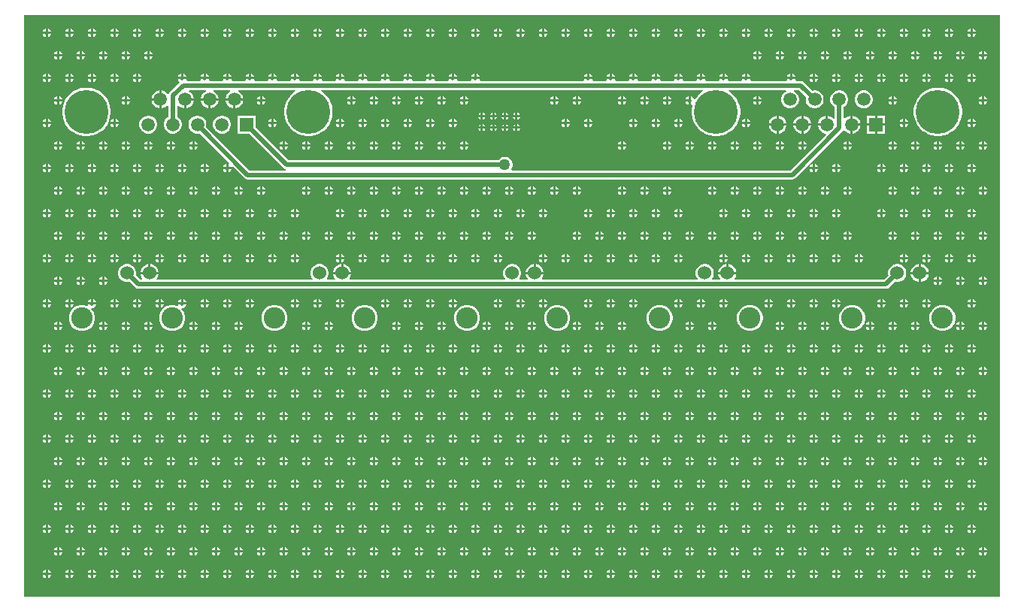
<source format=gbr>
G04*
G04 #@! TF.GenerationSoftware,Altium Limited,Altium Designer,22.11.1 (43)*
G04*
G04 Layer_Physical_Order=2*
G04 Layer_Color=16711680*
%FSLAX25Y25*%
%MOIN*%
G70*
G04*
G04 #@! TF.SameCoordinates,CBAEC89D-BC59-4BCD-ABD7-6F5F8566886D*
G04*
G04*
G04 #@! TF.FilePolarity,Positive*
G04*
G01*
G75*
%ADD23C,0.06000*%
%ADD29C,0.02000*%
%ADD30C,0.05906*%
%ADD31R,0.05906X0.05906*%
%ADD32C,0.19488*%
%ADD33C,0.09500*%
%ADD34C,0.01181*%
%ADD35C,0.01968*%
%ADD36C,0.05000*%
G36*
X532500Y100000D02*
X100000D01*
Y358000D01*
X532500D01*
Y100000D01*
D02*
G37*
%LPC*%
G36*
X520500Y351941D02*
Y350500D01*
X521941D01*
X521682Y351124D01*
X521124Y351682D01*
X520500Y351941D01*
D02*
G37*
G36*
X519500D02*
X518876Y351682D01*
X518318Y351124D01*
X518059Y350500D01*
X519500D01*
Y351941D01*
D02*
G37*
G36*
X510500D02*
Y350500D01*
X511941D01*
X511682Y351124D01*
X511124Y351682D01*
X510500Y351941D01*
D02*
G37*
G36*
X509500D02*
X508876Y351682D01*
X508318Y351124D01*
X508059Y350500D01*
X509500D01*
Y351941D01*
D02*
G37*
G36*
X500500D02*
Y350500D01*
X501941D01*
X501682Y351124D01*
X501124Y351682D01*
X500500Y351941D01*
D02*
G37*
G36*
X499500D02*
X498876Y351682D01*
X498318Y351124D01*
X498059Y350500D01*
X499500D01*
Y351941D01*
D02*
G37*
G36*
X490500D02*
Y350500D01*
X491941D01*
X491682Y351124D01*
X491124Y351682D01*
X490500Y351941D01*
D02*
G37*
G36*
X489500D02*
X488876Y351682D01*
X488318Y351124D01*
X488059Y350500D01*
X489500D01*
Y351941D01*
D02*
G37*
G36*
X480500D02*
Y350500D01*
X481941D01*
X481682Y351124D01*
X481124Y351682D01*
X480500Y351941D01*
D02*
G37*
G36*
X479500D02*
X478876Y351682D01*
X478318Y351124D01*
X478059Y350500D01*
X479500D01*
Y351941D01*
D02*
G37*
G36*
X470500D02*
Y350500D01*
X471941D01*
X471682Y351124D01*
X471124Y351682D01*
X470500Y351941D01*
D02*
G37*
G36*
X469500D02*
X468876Y351682D01*
X468318Y351124D01*
X468059Y350500D01*
X469500D01*
Y351941D01*
D02*
G37*
G36*
X460500D02*
Y350500D01*
X461941D01*
X461682Y351124D01*
X461124Y351682D01*
X460500Y351941D01*
D02*
G37*
G36*
X459500D02*
X458876Y351682D01*
X458318Y351124D01*
X458059Y350500D01*
X459500D01*
Y351941D01*
D02*
G37*
G36*
X450500D02*
Y350500D01*
X451941D01*
X451682Y351124D01*
X451124Y351682D01*
X450500Y351941D01*
D02*
G37*
G36*
X449500D02*
X448876Y351682D01*
X448318Y351124D01*
X448059Y350500D01*
X449500D01*
Y351941D01*
D02*
G37*
G36*
X440500D02*
Y350500D01*
X441941D01*
X441682Y351124D01*
X441124Y351682D01*
X440500Y351941D01*
D02*
G37*
G36*
X439500D02*
X438876Y351682D01*
X438318Y351124D01*
X438059Y350500D01*
X439500D01*
Y351941D01*
D02*
G37*
G36*
X430500D02*
Y350500D01*
X431941D01*
X431682Y351124D01*
X431124Y351682D01*
X430500Y351941D01*
D02*
G37*
G36*
X429500D02*
X428876Y351682D01*
X428318Y351124D01*
X428059Y350500D01*
X429500D01*
Y351941D01*
D02*
G37*
G36*
X420500D02*
Y350500D01*
X421941D01*
X421682Y351124D01*
X421124Y351682D01*
X420500Y351941D01*
D02*
G37*
G36*
X419500D02*
X418876Y351682D01*
X418318Y351124D01*
X418059Y350500D01*
X419500D01*
Y351941D01*
D02*
G37*
G36*
X410500D02*
Y350500D01*
X411941D01*
X411682Y351124D01*
X411124Y351682D01*
X410500Y351941D01*
D02*
G37*
G36*
X409500D02*
X408876Y351682D01*
X408318Y351124D01*
X408059Y350500D01*
X409500D01*
Y351941D01*
D02*
G37*
G36*
X400500D02*
Y350500D01*
X401941D01*
X401682Y351124D01*
X401124Y351682D01*
X400500Y351941D01*
D02*
G37*
G36*
X399500D02*
X398876Y351682D01*
X398318Y351124D01*
X398059Y350500D01*
X399500D01*
Y351941D01*
D02*
G37*
G36*
X390500D02*
Y350500D01*
X391941D01*
X391682Y351124D01*
X391124Y351682D01*
X390500Y351941D01*
D02*
G37*
G36*
X389500D02*
X388876Y351682D01*
X388318Y351124D01*
X388059Y350500D01*
X389500D01*
Y351941D01*
D02*
G37*
G36*
X380500D02*
Y350500D01*
X381941D01*
X381682Y351124D01*
X381124Y351682D01*
X380500Y351941D01*
D02*
G37*
G36*
X379500D02*
X378876Y351682D01*
X378318Y351124D01*
X378059Y350500D01*
X379500D01*
Y351941D01*
D02*
G37*
G36*
X370500D02*
Y350500D01*
X371941D01*
X371682Y351124D01*
X371124Y351682D01*
X370500Y351941D01*
D02*
G37*
G36*
X369500D02*
X368876Y351682D01*
X368318Y351124D01*
X368059Y350500D01*
X369500D01*
Y351941D01*
D02*
G37*
G36*
X360500D02*
Y350500D01*
X361941D01*
X361682Y351124D01*
X361124Y351682D01*
X360500Y351941D01*
D02*
G37*
G36*
X359500D02*
X358876Y351682D01*
X358318Y351124D01*
X358059Y350500D01*
X359500D01*
Y351941D01*
D02*
G37*
G36*
X350500D02*
Y350500D01*
X351941D01*
X351682Y351124D01*
X351124Y351682D01*
X350500Y351941D01*
D02*
G37*
G36*
X349500D02*
X348876Y351682D01*
X348318Y351124D01*
X348059Y350500D01*
X349500D01*
Y351941D01*
D02*
G37*
G36*
X340500D02*
Y350500D01*
X341941D01*
X341682Y351124D01*
X341124Y351682D01*
X340500Y351941D01*
D02*
G37*
G36*
X339500D02*
X338876Y351682D01*
X338318Y351124D01*
X338059Y350500D01*
X339500D01*
Y351941D01*
D02*
G37*
G36*
X330500D02*
Y350500D01*
X331941D01*
X331682Y351124D01*
X331124Y351682D01*
X330500Y351941D01*
D02*
G37*
G36*
X329500D02*
X328876Y351682D01*
X328318Y351124D01*
X328059Y350500D01*
X329500D01*
Y351941D01*
D02*
G37*
G36*
X320500D02*
Y350500D01*
X321941D01*
X321682Y351124D01*
X321124Y351682D01*
X320500Y351941D01*
D02*
G37*
G36*
X319500D02*
X318876Y351682D01*
X318318Y351124D01*
X318059Y350500D01*
X319500D01*
Y351941D01*
D02*
G37*
G36*
X310500D02*
Y350500D01*
X311941D01*
X311682Y351124D01*
X311124Y351682D01*
X310500Y351941D01*
D02*
G37*
G36*
X309500D02*
X308876Y351682D01*
X308318Y351124D01*
X308059Y350500D01*
X309500D01*
Y351941D01*
D02*
G37*
G36*
X300500D02*
Y350500D01*
X301941D01*
X301682Y351124D01*
X301124Y351682D01*
X300500Y351941D01*
D02*
G37*
G36*
X299500D02*
X298876Y351682D01*
X298318Y351124D01*
X298059Y350500D01*
X299500D01*
Y351941D01*
D02*
G37*
G36*
X290500D02*
Y350500D01*
X291941D01*
X291682Y351124D01*
X291124Y351682D01*
X290500Y351941D01*
D02*
G37*
G36*
X289500D02*
X288876Y351682D01*
X288318Y351124D01*
X288059Y350500D01*
X289500D01*
Y351941D01*
D02*
G37*
G36*
X280500D02*
Y350500D01*
X281941D01*
X281682Y351124D01*
X281124Y351682D01*
X280500Y351941D01*
D02*
G37*
G36*
X279500D02*
X278876Y351682D01*
X278318Y351124D01*
X278059Y350500D01*
X279500D01*
Y351941D01*
D02*
G37*
G36*
X270500D02*
Y350500D01*
X271941D01*
X271682Y351124D01*
X271124Y351682D01*
X270500Y351941D01*
D02*
G37*
G36*
X269500D02*
X268876Y351682D01*
X268318Y351124D01*
X268059Y350500D01*
X269500D01*
Y351941D01*
D02*
G37*
G36*
X260500D02*
Y350500D01*
X261941D01*
X261682Y351124D01*
X261124Y351682D01*
X260500Y351941D01*
D02*
G37*
G36*
X259500D02*
X258876Y351682D01*
X258318Y351124D01*
X258059Y350500D01*
X259500D01*
Y351941D01*
D02*
G37*
G36*
X250500D02*
Y350500D01*
X251941D01*
X251682Y351124D01*
X251124Y351682D01*
X250500Y351941D01*
D02*
G37*
G36*
X249500D02*
X248876Y351682D01*
X248318Y351124D01*
X248059Y350500D01*
X249500D01*
Y351941D01*
D02*
G37*
G36*
X240500D02*
Y350500D01*
X241941D01*
X241682Y351124D01*
X241124Y351682D01*
X240500Y351941D01*
D02*
G37*
G36*
X239500D02*
X238876Y351682D01*
X238318Y351124D01*
X238059Y350500D01*
X239500D01*
Y351941D01*
D02*
G37*
G36*
X230500D02*
Y350500D01*
X231941D01*
X231682Y351124D01*
X231124Y351682D01*
X230500Y351941D01*
D02*
G37*
G36*
X229500D02*
X228876Y351682D01*
X228318Y351124D01*
X228059Y350500D01*
X229500D01*
Y351941D01*
D02*
G37*
G36*
X220500D02*
Y350500D01*
X221941D01*
X221682Y351124D01*
X221124Y351682D01*
X220500Y351941D01*
D02*
G37*
G36*
X219500D02*
X218876Y351682D01*
X218318Y351124D01*
X218059Y350500D01*
X219500D01*
Y351941D01*
D02*
G37*
G36*
X210500D02*
Y350500D01*
X211941D01*
X211682Y351124D01*
X211124Y351682D01*
X210500Y351941D01*
D02*
G37*
G36*
X209500D02*
X208876Y351682D01*
X208318Y351124D01*
X208059Y350500D01*
X209500D01*
Y351941D01*
D02*
G37*
G36*
X200500D02*
Y350500D01*
X201941D01*
X201682Y351124D01*
X201124Y351682D01*
X200500Y351941D01*
D02*
G37*
G36*
X199500D02*
X198876Y351682D01*
X198318Y351124D01*
X198059Y350500D01*
X199500D01*
Y351941D01*
D02*
G37*
G36*
X190500D02*
Y350500D01*
X191941D01*
X191682Y351124D01*
X191124Y351682D01*
X190500Y351941D01*
D02*
G37*
G36*
X189500D02*
X188876Y351682D01*
X188318Y351124D01*
X188059Y350500D01*
X189500D01*
Y351941D01*
D02*
G37*
G36*
X180500D02*
Y350500D01*
X181941D01*
X181682Y351124D01*
X181124Y351682D01*
X180500Y351941D01*
D02*
G37*
G36*
X179500D02*
X178876Y351682D01*
X178318Y351124D01*
X178059Y350500D01*
X179500D01*
Y351941D01*
D02*
G37*
G36*
X170500D02*
Y350500D01*
X171941D01*
X171682Y351124D01*
X171124Y351682D01*
X170500Y351941D01*
D02*
G37*
G36*
X169500D02*
X168876Y351682D01*
X168318Y351124D01*
X168059Y350500D01*
X169500D01*
Y351941D01*
D02*
G37*
G36*
X160500D02*
Y350500D01*
X161941D01*
X161682Y351124D01*
X161124Y351682D01*
X160500Y351941D01*
D02*
G37*
G36*
X159500D02*
X158876Y351682D01*
X158318Y351124D01*
X158059Y350500D01*
X159500D01*
Y351941D01*
D02*
G37*
G36*
X150500D02*
Y350500D01*
X151941D01*
X151682Y351124D01*
X151124Y351682D01*
X150500Y351941D01*
D02*
G37*
G36*
X149500D02*
X148876Y351682D01*
X148318Y351124D01*
X148059Y350500D01*
X149500D01*
Y351941D01*
D02*
G37*
G36*
X140500D02*
Y350500D01*
X141941D01*
X141682Y351124D01*
X141124Y351682D01*
X140500Y351941D01*
D02*
G37*
G36*
X139500D02*
X138876Y351682D01*
X138318Y351124D01*
X138059Y350500D01*
X139500D01*
Y351941D01*
D02*
G37*
G36*
X130500D02*
Y350500D01*
X131941D01*
X131682Y351124D01*
X131124Y351682D01*
X130500Y351941D01*
D02*
G37*
G36*
X129500D02*
X128876Y351682D01*
X128318Y351124D01*
X128059Y350500D01*
X129500D01*
Y351941D01*
D02*
G37*
G36*
X120500D02*
Y350500D01*
X121941D01*
X121682Y351124D01*
X121124Y351682D01*
X120500Y351941D01*
D02*
G37*
G36*
X119500D02*
X118876Y351682D01*
X118318Y351124D01*
X118059Y350500D01*
X119500D01*
Y351941D01*
D02*
G37*
G36*
X110500D02*
Y350500D01*
X111941D01*
X111682Y351124D01*
X111124Y351682D01*
X110500Y351941D01*
D02*
G37*
G36*
X109500D02*
X108876Y351682D01*
X108318Y351124D01*
X108059Y350500D01*
X109500D01*
Y351941D01*
D02*
G37*
G36*
X521941Y349500D02*
X520500D01*
Y348059D01*
X521124Y348318D01*
X521682Y348876D01*
X521941Y349500D01*
D02*
G37*
G36*
X519500D02*
X518059D01*
X518318Y348876D01*
X518876Y348318D01*
X519500Y348059D01*
Y349500D01*
D02*
G37*
G36*
X511941D02*
X510500D01*
Y348059D01*
X511124Y348318D01*
X511682Y348876D01*
X511941Y349500D01*
D02*
G37*
G36*
X509500D02*
X508059D01*
X508318Y348876D01*
X508876Y348318D01*
X509500Y348059D01*
Y349500D01*
D02*
G37*
G36*
X501941D02*
X500500D01*
Y348059D01*
X501124Y348318D01*
X501682Y348876D01*
X501941Y349500D01*
D02*
G37*
G36*
X499500D02*
X498059D01*
X498318Y348876D01*
X498876Y348318D01*
X499500Y348059D01*
Y349500D01*
D02*
G37*
G36*
X491941D02*
X490500D01*
Y348059D01*
X491124Y348318D01*
X491682Y348876D01*
X491941Y349500D01*
D02*
G37*
G36*
X489500D02*
X488059D01*
X488318Y348876D01*
X488876Y348318D01*
X489500Y348059D01*
Y349500D01*
D02*
G37*
G36*
X481941D02*
X480500D01*
Y348059D01*
X481124Y348318D01*
X481682Y348876D01*
X481941Y349500D01*
D02*
G37*
G36*
X479500D02*
X478059D01*
X478318Y348876D01*
X478876Y348318D01*
X479500Y348059D01*
Y349500D01*
D02*
G37*
G36*
X471941D02*
X470500D01*
Y348059D01*
X471124Y348318D01*
X471682Y348876D01*
X471941Y349500D01*
D02*
G37*
G36*
X469500D02*
X468059D01*
X468318Y348876D01*
X468876Y348318D01*
X469500Y348059D01*
Y349500D01*
D02*
G37*
G36*
X461941D02*
X460500D01*
Y348059D01*
X461124Y348318D01*
X461682Y348876D01*
X461941Y349500D01*
D02*
G37*
G36*
X459500D02*
X458059D01*
X458318Y348876D01*
X458876Y348318D01*
X459500Y348059D01*
Y349500D01*
D02*
G37*
G36*
X451941D02*
X450500D01*
Y348059D01*
X451124Y348318D01*
X451682Y348876D01*
X451941Y349500D01*
D02*
G37*
G36*
X449500D02*
X448059D01*
X448318Y348876D01*
X448876Y348318D01*
X449500Y348059D01*
Y349500D01*
D02*
G37*
G36*
X441941D02*
X440500D01*
Y348059D01*
X441124Y348318D01*
X441682Y348876D01*
X441941Y349500D01*
D02*
G37*
G36*
X439500D02*
X438059D01*
X438318Y348876D01*
X438876Y348318D01*
X439500Y348059D01*
Y349500D01*
D02*
G37*
G36*
X431941D02*
X430500D01*
Y348059D01*
X431124Y348318D01*
X431682Y348876D01*
X431941Y349500D01*
D02*
G37*
G36*
X429500D02*
X428059D01*
X428318Y348876D01*
X428876Y348318D01*
X429500Y348059D01*
Y349500D01*
D02*
G37*
G36*
X421941D02*
X420500D01*
Y348059D01*
X421124Y348318D01*
X421682Y348876D01*
X421941Y349500D01*
D02*
G37*
G36*
X419500D02*
X418059D01*
X418318Y348876D01*
X418876Y348318D01*
X419500Y348059D01*
Y349500D01*
D02*
G37*
G36*
X411941D02*
X410500D01*
Y348059D01*
X411124Y348318D01*
X411682Y348876D01*
X411941Y349500D01*
D02*
G37*
G36*
X409500D02*
X408059D01*
X408318Y348876D01*
X408876Y348318D01*
X409500Y348059D01*
Y349500D01*
D02*
G37*
G36*
X401941D02*
X400500D01*
Y348059D01*
X401124Y348318D01*
X401682Y348876D01*
X401941Y349500D01*
D02*
G37*
G36*
X399500D02*
X398059D01*
X398318Y348876D01*
X398876Y348318D01*
X399500Y348059D01*
Y349500D01*
D02*
G37*
G36*
X391941D02*
X390500D01*
Y348059D01*
X391124Y348318D01*
X391682Y348876D01*
X391941Y349500D01*
D02*
G37*
G36*
X389500D02*
X388059D01*
X388318Y348876D01*
X388876Y348318D01*
X389500Y348059D01*
Y349500D01*
D02*
G37*
G36*
X381941D02*
X380500D01*
Y348059D01*
X381124Y348318D01*
X381682Y348876D01*
X381941Y349500D01*
D02*
G37*
G36*
X379500D02*
X378059D01*
X378318Y348876D01*
X378876Y348318D01*
X379500Y348059D01*
Y349500D01*
D02*
G37*
G36*
X371941D02*
X370500D01*
Y348059D01*
X371124Y348318D01*
X371682Y348876D01*
X371941Y349500D01*
D02*
G37*
G36*
X369500D02*
X368059D01*
X368318Y348876D01*
X368876Y348318D01*
X369500Y348059D01*
Y349500D01*
D02*
G37*
G36*
X361941D02*
X360500D01*
Y348059D01*
X361124Y348318D01*
X361682Y348876D01*
X361941Y349500D01*
D02*
G37*
G36*
X359500D02*
X358059D01*
X358318Y348876D01*
X358876Y348318D01*
X359500Y348059D01*
Y349500D01*
D02*
G37*
G36*
X351941D02*
X350500D01*
Y348059D01*
X351124Y348318D01*
X351682Y348876D01*
X351941Y349500D01*
D02*
G37*
G36*
X349500D02*
X348059D01*
X348318Y348876D01*
X348876Y348318D01*
X349500Y348059D01*
Y349500D01*
D02*
G37*
G36*
X341941D02*
X340500D01*
Y348059D01*
X341124Y348318D01*
X341682Y348876D01*
X341941Y349500D01*
D02*
G37*
G36*
X339500D02*
X338059D01*
X338318Y348876D01*
X338876Y348318D01*
X339500Y348059D01*
Y349500D01*
D02*
G37*
G36*
X331941D02*
X330500D01*
Y348059D01*
X331124Y348318D01*
X331682Y348876D01*
X331941Y349500D01*
D02*
G37*
G36*
X329500D02*
X328059D01*
X328318Y348876D01*
X328876Y348318D01*
X329500Y348059D01*
Y349500D01*
D02*
G37*
G36*
X321941D02*
X320500D01*
Y348059D01*
X321124Y348318D01*
X321682Y348876D01*
X321941Y349500D01*
D02*
G37*
G36*
X319500D02*
X318059D01*
X318318Y348876D01*
X318876Y348318D01*
X319500Y348059D01*
Y349500D01*
D02*
G37*
G36*
X311941D02*
X310500D01*
Y348059D01*
X311124Y348318D01*
X311682Y348876D01*
X311941Y349500D01*
D02*
G37*
G36*
X309500D02*
X308059D01*
X308318Y348876D01*
X308876Y348318D01*
X309500Y348059D01*
Y349500D01*
D02*
G37*
G36*
X301941D02*
X300500D01*
Y348059D01*
X301124Y348318D01*
X301682Y348876D01*
X301941Y349500D01*
D02*
G37*
G36*
X299500D02*
X298059D01*
X298318Y348876D01*
X298876Y348318D01*
X299500Y348059D01*
Y349500D01*
D02*
G37*
G36*
X291941D02*
X290500D01*
Y348059D01*
X291124Y348318D01*
X291682Y348876D01*
X291941Y349500D01*
D02*
G37*
G36*
X289500D02*
X288059D01*
X288318Y348876D01*
X288876Y348318D01*
X289500Y348059D01*
Y349500D01*
D02*
G37*
G36*
X281941D02*
X280500D01*
Y348059D01*
X281124Y348318D01*
X281682Y348876D01*
X281941Y349500D01*
D02*
G37*
G36*
X279500D02*
X278059D01*
X278318Y348876D01*
X278876Y348318D01*
X279500Y348059D01*
Y349500D01*
D02*
G37*
G36*
X271941D02*
X270500D01*
Y348059D01*
X271124Y348318D01*
X271682Y348876D01*
X271941Y349500D01*
D02*
G37*
G36*
X269500D02*
X268059D01*
X268318Y348876D01*
X268876Y348318D01*
X269500Y348059D01*
Y349500D01*
D02*
G37*
G36*
X261941D02*
X260500D01*
Y348059D01*
X261124Y348318D01*
X261682Y348876D01*
X261941Y349500D01*
D02*
G37*
G36*
X259500D02*
X258059D01*
X258318Y348876D01*
X258876Y348318D01*
X259500Y348059D01*
Y349500D01*
D02*
G37*
G36*
X251941D02*
X250500D01*
Y348059D01*
X251124Y348318D01*
X251682Y348876D01*
X251941Y349500D01*
D02*
G37*
G36*
X249500D02*
X248059D01*
X248318Y348876D01*
X248876Y348318D01*
X249500Y348059D01*
Y349500D01*
D02*
G37*
G36*
X241941D02*
X240500D01*
Y348059D01*
X241124Y348318D01*
X241682Y348876D01*
X241941Y349500D01*
D02*
G37*
G36*
X239500D02*
X238059D01*
X238318Y348876D01*
X238876Y348318D01*
X239500Y348059D01*
Y349500D01*
D02*
G37*
G36*
X231941D02*
X230500D01*
Y348059D01*
X231124Y348318D01*
X231682Y348876D01*
X231941Y349500D01*
D02*
G37*
G36*
X229500D02*
X228059D01*
X228318Y348876D01*
X228876Y348318D01*
X229500Y348059D01*
Y349500D01*
D02*
G37*
G36*
X221941D02*
X220500D01*
Y348059D01*
X221124Y348318D01*
X221682Y348876D01*
X221941Y349500D01*
D02*
G37*
G36*
X219500D02*
X218059D01*
X218318Y348876D01*
X218876Y348318D01*
X219500Y348059D01*
Y349500D01*
D02*
G37*
G36*
X211941D02*
X210500D01*
Y348059D01*
X211124Y348318D01*
X211682Y348876D01*
X211941Y349500D01*
D02*
G37*
G36*
X209500D02*
X208059D01*
X208318Y348876D01*
X208876Y348318D01*
X209500Y348059D01*
Y349500D01*
D02*
G37*
G36*
X201941D02*
X200500D01*
Y348059D01*
X201124Y348318D01*
X201682Y348876D01*
X201941Y349500D01*
D02*
G37*
G36*
X199500D02*
X198059D01*
X198318Y348876D01*
X198876Y348318D01*
X199500Y348059D01*
Y349500D01*
D02*
G37*
G36*
X191941D02*
X190500D01*
Y348059D01*
X191124Y348318D01*
X191682Y348876D01*
X191941Y349500D01*
D02*
G37*
G36*
X189500D02*
X188059D01*
X188318Y348876D01*
X188876Y348318D01*
X189500Y348059D01*
Y349500D01*
D02*
G37*
G36*
X181941D02*
X180500D01*
Y348059D01*
X181124Y348318D01*
X181682Y348876D01*
X181941Y349500D01*
D02*
G37*
G36*
X179500D02*
X178059D01*
X178318Y348876D01*
X178876Y348318D01*
X179500Y348059D01*
Y349500D01*
D02*
G37*
G36*
X171941D02*
X170500D01*
Y348059D01*
X171124Y348318D01*
X171682Y348876D01*
X171941Y349500D01*
D02*
G37*
G36*
X169500D02*
X168059D01*
X168318Y348876D01*
X168876Y348318D01*
X169500Y348059D01*
Y349500D01*
D02*
G37*
G36*
X161941D02*
X160500D01*
Y348059D01*
X161124Y348318D01*
X161682Y348876D01*
X161941Y349500D01*
D02*
G37*
G36*
X159500D02*
X158059D01*
X158318Y348876D01*
X158876Y348318D01*
X159500Y348059D01*
Y349500D01*
D02*
G37*
G36*
X151941D02*
X150500D01*
Y348059D01*
X151124Y348318D01*
X151682Y348876D01*
X151941Y349500D01*
D02*
G37*
G36*
X149500D02*
X148059D01*
X148318Y348876D01*
X148876Y348318D01*
X149500Y348059D01*
Y349500D01*
D02*
G37*
G36*
X141941D02*
X140500D01*
Y348059D01*
X141124Y348318D01*
X141682Y348876D01*
X141941Y349500D01*
D02*
G37*
G36*
X139500D02*
X138059D01*
X138318Y348876D01*
X138876Y348318D01*
X139500Y348059D01*
Y349500D01*
D02*
G37*
G36*
X131941D02*
X130500D01*
Y348059D01*
X131124Y348318D01*
X131682Y348876D01*
X131941Y349500D01*
D02*
G37*
G36*
X129500D02*
X128059D01*
X128318Y348876D01*
X128876Y348318D01*
X129500Y348059D01*
Y349500D01*
D02*
G37*
G36*
X121941D02*
X120500D01*
Y348059D01*
X121124Y348318D01*
X121682Y348876D01*
X121941Y349500D01*
D02*
G37*
G36*
X119500D02*
X118059D01*
X118318Y348876D01*
X118876Y348318D01*
X119500Y348059D01*
Y349500D01*
D02*
G37*
G36*
X111941D02*
X110500D01*
Y348059D01*
X111124Y348318D01*
X111682Y348876D01*
X111941Y349500D01*
D02*
G37*
G36*
X109500D02*
X108059D01*
X108318Y348876D01*
X108876Y348318D01*
X109500Y348059D01*
Y349500D01*
D02*
G37*
G36*
X525500Y341941D02*
Y340500D01*
X526941D01*
X526682Y341124D01*
X526124Y341682D01*
X525500Y341941D01*
D02*
G37*
G36*
X524500D02*
X523876Y341682D01*
X523318Y341124D01*
X523059Y340500D01*
X524500D01*
Y341941D01*
D02*
G37*
G36*
X515500D02*
Y340500D01*
X516941D01*
X516682Y341124D01*
X516124Y341682D01*
X515500Y341941D01*
D02*
G37*
G36*
X514500D02*
X513876Y341682D01*
X513318Y341124D01*
X513059Y340500D01*
X514500D01*
Y341941D01*
D02*
G37*
G36*
X505500D02*
Y340500D01*
X506941D01*
X506682Y341124D01*
X506124Y341682D01*
X505500Y341941D01*
D02*
G37*
G36*
X504500D02*
X503876Y341682D01*
X503318Y341124D01*
X503059Y340500D01*
X504500D01*
Y341941D01*
D02*
G37*
G36*
X495500D02*
Y340500D01*
X496941D01*
X496682Y341124D01*
X496124Y341682D01*
X495500Y341941D01*
D02*
G37*
G36*
X494500D02*
X493876Y341682D01*
X493318Y341124D01*
X493059Y340500D01*
X494500D01*
Y341941D01*
D02*
G37*
G36*
X485500D02*
Y340500D01*
X486941D01*
X486682Y341124D01*
X486124Y341682D01*
X485500Y341941D01*
D02*
G37*
G36*
X484500D02*
X483876Y341682D01*
X483318Y341124D01*
X483059Y340500D01*
X484500D01*
Y341941D01*
D02*
G37*
G36*
X475500D02*
Y340500D01*
X476941D01*
X476682Y341124D01*
X476124Y341682D01*
X475500Y341941D01*
D02*
G37*
G36*
X474500D02*
X473876Y341682D01*
X473318Y341124D01*
X473059Y340500D01*
X474500D01*
Y341941D01*
D02*
G37*
G36*
X465500D02*
Y340500D01*
X466941D01*
X466682Y341124D01*
X466124Y341682D01*
X465500Y341941D01*
D02*
G37*
G36*
X464500D02*
X463876Y341682D01*
X463318Y341124D01*
X463059Y340500D01*
X464500D01*
Y341941D01*
D02*
G37*
G36*
X455500D02*
Y340500D01*
X456941D01*
X456682Y341124D01*
X456124Y341682D01*
X455500Y341941D01*
D02*
G37*
G36*
X454500D02*
X453876Y341682D01*
X453318Y341124D01*
X453059Y340500D01*
X454500D01*
Y341941D01*
D02*
G37*
G36*
X445500D02*
Y340500D01*
X446941D01*
X446682Y341124D01*
X446124Y341682D01*
X445500Y341941D01*
D02*
G37*
G36*
X444500D02*
X443876Y341682D01*
X443318Y341124D01*
X443059Y340500D01*
X444500D01*
Y341941D01*
D02*
G37*
G36*
X435500D02*
Y340500D01*
X436941D01*
X436682Y341124D01*
X436124Y341682D01*
X435500Y341941D01*
D02*
G37*
G36*
X434500D02*
X433876Y341682D01*
X433318Y341124D01*
X433059Y340500D01*
X434500D01*
Y341941D01*
D02*
G37*
G36*
X425500D02*
Y340500D01*
X426941D01*
X426682Y341124D01*
X426124Y341682D01*
X425500Y341941D01*
D02*
G37*
G36*
X424500D02*
X423876Y341682D01*
X423318Y341124D01*
X423059Y340500D01*
X424500D01*
Y341941D01*
D02*
G37*
G36*
X155500D02*
Y340500D01*
X156941D01*
X156682Y341124D01*
X156124Y341682D01*
X155500Y341941D01*
D02*
G37*
G36*
X154500D02*
X153876Y341682D01*
X153318Y341124D01*
X153059Y340500D01*
X154500D01*
Y341941D01*
D02*
G37*
G36*
X145500D02*
Y340500D01*
X146941D01*
X146682Y341124D01*
X146124Y341682D01*
X145500Y341941D01*
D02*
G37*
G36*
X144500D02*
X143876Y341682D01*
X143318Y341124D01*
X143059Y340500D01*
X144500D01*
Y341941D01*
D02*
G37*
G36*
X135500D02*
Y340500D01*
X136941D01*
X136682Y341124D01*
X136124Y341682D01*
X135500Y341941D01*
D02*
G37*
G36*
X134500D02*
X133876Y341682D01*
X133318Y341124D01*
X133059Y340500D01*
X134500D01*
Y341941D01*
D02*
G37*
G36*
X125500D02*
Y340500D01*
X126941D01*
X126682Y341124D01*
X126124Y341682D01*
X125500Y341941D01*
D02*
G37*
G36*
X124500D02*
X123876Y341682D01*
X123318Y341124D01*
X123059Y340500D01*
X124500D01*
Y341941D01*
D02*
G37*
G36*
X115500D02*
Y340500D01*
X116941D01*
X116682Y341124D01*
X116124Y341682D01*
X115500Y341941D01*
D02*
G37*
G36*
X114500D02*
X113876Y341682D01*
X113318Y341124D01*
X113059Y340500D01*
X114500D01*
Y341941D01*
D02*
G37*
G36*
X526941Y339500D02*
X525500D01*
Y338059D01*
X526124Y338318D01*
X526682Y338876D01*
X526941Y339500D01*
D02*
G37*
G36*
X524500D02*
X523059D01*
X523318Y338876D01*
X523876Y338318D01*
X524500Y338059D01*
Y339500D01*
D02*
G37*
G36*
X516941D02*
X515500D01*
Y338059D01*
X516124Y338318D01*
X516682Y338876D01*
X516941Y339500D01*
D02*
G37*
G36*
X514500D02*
X513059D01*
X513318Y338876D01*
X513876Y338318D01*
X514500Y338059D01*
Y339500D01*
D02*
G37*
G36*
X506941D02*
X505500D01*
Y338059D01*
X506124Y338318D01*
X506682Y338876D01*
X506941Y339500D01*
D02*
G37*
G36*
X504500D02*
X503059D01*
X503318Y338876D01*
X503876Y338318D01*
X504500Y338059D01*
Y339500D01*
D02*
G37*
G36*
X496941D02*
X495500D01*
Y338059D01*
X496124Y338318D01*
X496682Y338876D01*
X496941Y339500D01*
D02*
G37*
G36*
X494500D02*
X493059D01*
X493318Y338876D01*
X493876Y338318D01*
X494500Y338059D01*
Y339500D01*
D02*
G37*
G36*
X486941D02*
X485500D01*
Y338059D01*
X486124Y338318D01*
X486682Y338876D01*
X486941Y339500D01*
D02*
G37*
G36*
X484500D02*
X483059D01*
X483318Y338876D01*
X483876Y338318D01*
X484500Y338059D01*
Y339500D01*
D02*
G37*
G36*
X476941D02*
X475500D01*
Y338059D01*
X476124Y338318D01*
X476682Y338876D01*
X476941Y339500D01*
D02*
G37*
G36*
X474500D02*
X473059D01*
X473318Y338876D01*
X473876Y338318D01*
X474500Y338059D01*
Y339500D01*
D02*
G37*
G36*
X466941D02*
X465500D01*
Y338059D01*
X466124Y338318D01*
X466682Y338876D01*
X466941Y339500D01*
D02*
G37*
G36*
X464500D02*
X463059D01*
X463318Y338876D01*
X463876Y338318D01*
X464500Y338059D01*
Y339500D01*
D02*
G37*
G36*
X456941D02*
X455500D01*
Y338059D01*
X456124Y338318D01*
X456682Y338876D01*
X456941Y339500D01*
D02*
G37*
G36*
X454500D02*
X453059D01*
X453318Y338876D01*
X453876Y338318D01*
X454500Y338059D01*
Y339500D01*
D02*
G37*
G36*
X446941D02*
X445500D01*
Y338059D01*
X446124Y338318D01*
X446682Y338876D01*
X446941Y339500D01*
D02*
G37*
G36*
X444500D02*
X443059D01*
X443318Y338876D01*
X443876Y338318D01*
X444500Y338059D01*
Y339500D01*
D02*
G37*
G36*
X436941D02*
X435500D01*
Y338059D01*
X436124Y338318D01*
X436682Y338876D01*
X436941Y339500D01*
D02*
G37*
G36*
X434500D02*
X433059D01*
X433318Y338876D01*
X433876Y338318D01*
X434500Y338059D01*
Y339500D01*
D02*
G37*
G36*
X426941D02*
X425500D01*
Y338059D01*
X426124Y338318D01*
X426682Y338876D01*
X426941Y339500D01*
D02*
G37*
G36*
X424500D02*
X423059D01*
X423318Y338876D01*
X423876Y338318D01*
X424500Y338059D01*
Y339500D01*
D02*
G37*
G36*
X156941D02*
X155500D01*
Y338059D01*
X156124Y338318D01*
X156682Y338876D01*
X156941Y339500D01*
D02*
G37*
G36*
X154500D02*
X153059D01*
X153318Y338876D01*
X153876Y338318D01*
X154500Y338059D01*
Y339500D01*
D02*
G37*
G36*
X146941D02*
X145500D01*
Y338059D01*
X146124Y338318D01*
X146682Y338876D01*
X146941Y339500D01*
D02*
G37*
G36*
X144500D02*
X143059D01*
X143318Y338876D01*
X143876Y338318D01*
X144500Y338059D01*
Y339500D01*
D02*
G37*
G36*
X136941D02*
X135500D01*
Y338059D01*
X136124Y338318D01*
X136682Y338876D01*
X136941Y339500D01*
D02*
G37*
G36*
X134500D02*
X133059D01*
X133318Y338876D01*
X133876Y338318D01*
X134500Y338059D01*
Y339500D01*
D02*
G37*
G36*
X126941D02*
X125500D01*
Y338059D01*
X126124Y338318D01*
X126682Y338876D01*
X126941Y339500D01*
D02*
G37*
G36*
X124500D02*
X123059D01*
X123318Y338876D01*
X123876Y338318D01*
X124500Y338059D01*
Y339500D01*
D02*
G37*
G36*
X116941D02*
X115500D01*
Y338059D01*
X116124Y338318D01*
X116682Y338876D01*
X116941Y339500D01*
D02*
G37*
G36*
X114500D02*
X113059D01*
X113318Y338876D01*
X113876Y338318D01*
X114500Y338059D01*
Y339500D01*
D02*
G37*
G36*
X520500Y331941D02*
Y330500D01*
X521941D01*
X521682Y331124D01*
X521124Y331682D01*
X520500Y331941D01*
D02*
G37*
G36*
X519500D02*
X518876Y331682D01*
X518318Y331124D01*
X518059Y330500D01*
X519500D01*
Y331941D01*
D02*
G37*
G36*
X510500D02*
Y330500D01*
X511941D01*
X511682Y331124D01*
X511124Y331682D01*
X510500Y331941D01*
D02*
G37*
G36*
X509500D02*
X508876Y331682D01*
X508318Y331124D01*
X508059Y330500D01*
X509500D01*
Y331941D01*
D02*
G37*
G36*
X500500D02*
Y330500D01*
X501941D01*
X501682Y331124D01*
X501124Y331682D01*
X500500Y331941D01*
D02*
G37*
G36*
X499500D02*
X498876Y331682D01*
X498318Y331124D01*
X498059Y330500D01*
X499500D01*
Y331941D01*
D02*
G37*
G36*
X490500D02*
Y330500D01*
X491941D01*
X491682Y331124D01*
X491124Y331682D01*
X490500Y331941D01*
D02*
G37*
G36*
X489500D02*
X488876Y331682D01*
X488318Y331124D01*
X488059Y330500D01*
X489500D01*
Y331941D01*
D02*
G37*
G36*
X480500D02*
Y330500D01*
X481941D01*
X481682Y331124D01*
X481124Y331682D01*
X480500Y331941D01*
D02*
G37*
G36*
X479500D02*
X478876Y331682D01*
X478318Y331124D01*
X478059Y330500D01*
X479500D01*
Y331941D01*
D02*
G37*
G36*
X470500D02*
Y330500D01*
X471941D01*
X471682Y331124D01*
X471124Y331682D01*
X470500Y331941D01*
D02*
G37*
G36*
X469500D02*
X468876Y331682D01*
X468318Y331124D01*
X468059Y330500D01*
X469500D01*
Y331941D01*
D02*
G37*
G36*
X460500D02*
Y330500D01*
X461941D01*
X461682Y331124D01*
X461124Y331682D01*
X460500Y331941D01*
D02*
G37*
G36*
X459500D02*
X458876Y331682D01*
X458318Y331124D01*
X458059Y330500D01*
X459500D01*
Y331941D01*
D02*
G37*
G36*
X450500D02*
Y330500D01*
X451941D01*
X451682Y331124D01*
X451124Y331682D01*
X450500Y331941D01*
D02*
G37*
G36*
X449500D02*
X448876Y331682D01*
X448318Y331124D01*
X448059Y330500D01*
X449500D01*
Y331941D01*
D02*
G37*
G36*
X440500D02*
Y330500D01*
X441941D01*
X441682Y331124D01*
X441124Y331682D01*
X440500Y331941D01*
D02*
G37*
G36*
X439500D02*
X438876Y331682D01*
X438318Y331124D01*
X438059Y330500D01*
X439500D01*
Y331941D01*
D02*
G37*
G36*
X420500D02*
Y330500D01*
X421941D01*
X421682Y331124D01*
X421124Y331682D01*
X420500Y331941D01*
D02*
G37*
G36*
X419500D02*
X418876Y331682D01*
X418318Y331124D01*
X418059Y330500D01*
X419500D01*
Y331941D01*
D02*
G37*
G36*
X410500D02*
Y330500D01*
X411941D01*
X411682Y331124D01*
X411124Y331682D01*
X410500Y331941D01*
D02*
G37*
G36*
X409500D02*
X408876Y331682D01*
X408318Y331124D01*
X408059Y330500D01*
X409500D01*
Y331941D01*
D02*
G37*
G36*
X400500D02*
Y330500D01*
X401941D01*
X401682Y331124D01*
X401124Y331682D01*
X400500Y331941D01*
D02*
G37*
G36*
X399500D02*
X398876Y331682D01*
X398318Y331124D01*
X398059Y330500D01*
X399500D01*
Y331941D01*
D02*
G37*
G36*
X390500D02*
Y330500D01*
X391941D01*
X391682Y331124D01*
X391124Y331682D01*
X390500Y331941D01*
D02*
G37*
G36*
X389500D02*
X388876Y331682D01*
X388318Y331124D01*
X388059Y330500D01*
X389500D01*
Y331941D01*
D02*
G37*
G36*
X380500D02*
Y330500D01*
X381941D01*
X381682Y331124D01*
X381124Y331682D01*
X380500Y331941D01*
D02*
G37*
G36*
X379500D02*
X378876Y331682D01*
X378318Y331124D01*
X378059Y330500D01*
X379500D01*
Y331941D01*
D02*
G37*
G36*
X370500D02*
Y330500D01*
X371941D01*
X371682Y331124D01*
X371124Y331682D01*
X370500Y331941D01*
D02*
G37*
G36*
X369500D02*
X368876Y331682D01*
X368318Y331124D01*
X368059Y330500D01*
X369500D01*
Y331941D01*
D02*
G37*
G36*
X360500D02*
Y330500D01*
X361941D01*
X361682Y331124D01*
X361124Y331682D01*
X360500Y331941D01*
D02*
G37*
G36*
X359500D02*
X358876Y331682D01*
X358318Y331124D01*
X358059Y330500D01*
X359500D01*
Y331941D01*
D02*
G37*
G36*
X350500D02*
Y330500D01*
X351941D01*
X351682Y331124D01*
X351124Y331682D01*
X350500Y331941D01*
D02*
G37*
G36*
X349500D02*
X348876Y331682D01*
X348318Y331124D01*
X348059Y330500D01*
X349500D01*
Y331941D01*
D02*
G37*
G36*
X300500D02*
Y330500D01*
X301941D01*
X301682Y331124D01*
X301124Y331682D01*
X300500Y331941D01*
D02*
G37*
G36*
X299500D02*
X298876Y331682D01*
X298318Y331124D01*
X298059Y330500D01*
X299500D01*
Y331941D01*
D02*
G37*
G36*
X290500D02*
Y330500D01*
X291941D01*
X291682Y331124D01*
X291124Y331682D01*
X290500Y331941D01*
D02*
G37*
G36*
X289500D02*
X288876Y331682D01*
X288318Y331124D01*
X288059Y330500D01*
X289500D01*
Y331941D01*
D02*
G37*
G36*
X280500D02*
Y330500D01*
X281941D01*
X281682Y331124D01*
X281124Y331682D01*
X280500Y331941D01*
D02*
G37*
G36*
X279500D02*
X278876Y331682D01*
X278318Y331124D01*
X278059Y330500D01*
X279500D01*
Y331941D01*
D02*
G37*
G36*
X270500D02*
Y330500D01*
X271941D01*
X271682Y331124D01*
X271124Y331682D01*
X270500Y331941D01*
D02*
G37*
G36*
X269500D02*
X268876Y331682D01*
X268318Y331124D01*
X268059Y330500D01*
X269500D01*
Y331941D01*
D02*
G37*
G36*
X260500D02*
Y330500D01*
X261941D01*
X261682Y331124D01*
X261124Y331682D01*
X260500Y331941D01*
D02*
G37*
G36*
X259500D02*
X258876Y331682D01*
X258318Y331124D01*
X258059Y330500D01*
X259500D01*
Y331941D01*
D02*
G37*
G36*
X250500D02*
Y330500D01*
X251941D01*
X251682Y331124D01*
X251124Y331682D01*
X250500Y331941D01*
D02*
G37*
G36*
X249500D02*
X248876Y331682D01*
X248318Y331124D01*
X248059Y330500D01*
X249500D01*
Y331941D01*
D02*
G37*
G36*
X240500D02*
Y330500D01*
X241941D01*
X241682Y331124D01*
X241124Y331682D01*
X240500Y331941D01*
D02*
G37*
G36*
X239500D02*
X238876Y331682D01*
X238318Y331124D01*
X238059Y330500D01*
X239500D01*
Y331941D01*
D02*
G37*
G36*
X230500D02*
Y330500D01*
X231941D01*
X231682Y331124D01*
X231124Y331682D01*
X230500Y331941D01*
D02*
G37*
G36*
X229500D02*
X228876Y331682D01*
X228318Y331124D01*
X228059Y330500D01*
X229500D01*
Y331941D01*
D02*
G37*
G36*
X220500D02*
Y330500D01*
X221941D01*
X221682Y331124D01*
X221124Y331682D01*
X220500Y331941D01*
D02*
G37*
G36*
X219500D02*
X218876Y331682D01*
X218318Y331124D01*
X218059Y330500D01*
X219500D01*
Y331941D01*
D02*
G37*
G36*
X210500D02*
Y330500D01*
X211941D01*
X211682Y331124D01*
X211124Y331682D01*
X210500Y331941D01*
D02*
G37*
G36*
X209500D02*
X208876Y331682D01*
X208318Y331124D01*
X208059Y330500D01*
X209500D01*
Y331941D01*
D02*
G37*
G36*
X200500D02*
Y330500D01*
X201941D01*
X201682Y331124D01*
X201124Y331682D01*
X200500Y331941D01*
D02*
G37*
G36*
X199500D02*
X198876Y331682D01*
X198318Y331124D01*
X198059Y330500D01*
X199500D01*
Y331941D01*
D02*
G37*
G36*
X190500D02*
Y330500D01*
X191941D01*
X191682Y331124D01*
X191124Y331682D01*
X190500Y331941D01*
D02*
G37*
G36*
X189500D02*
X188876Y331682D01*
X188318Y331124D01*
X188059Y330500D01*
X189500D01*
Y331941D01*
D02*
G37*
G36*
X180500D02*
Y330500D01*
X181941D01*
X181682Y331124D01*
X181124Y331682D01*
X180500Y331941D01*
D02*
G37*
G36*
X179500D02*
X178876Y331682D01*
X178318Y331124D01*
X178059Y330500D01*
X179500D01*
Y331941D01*
D02*
G37*
G36*
X170500D02*
Y330500D01*
X171941D01*
X171682Y331124D01*
X171124Y331682D01*
X170500Y331941D01*
D02*
G37*
G36*
X169500D02*
X168876Y331682D01*
X168318Y331124D01*
X168059Y330500D01*
X169500D01*
Y331941D01*
D02*
G37*
G36*
X150500D02*
Y330500D01*
X151941D01*
X151682Y331124D01*
X151124Y331682D01*
X150500Y331941D01*
D02*
G37*
G36*
X149500D02*
X148876Y331682D01*
X148318Y331124D01*
X148059Y330500D01*
X149500D01*
Y331941D01*
D02*
G37*
G36*
X140500D02*
Y330500D01*
X141941D01*
X141682Y331124D01*
X141124Y331682D01*
X140500Y331941D01*
D02*
G37*
G36*
X139500D02*
X138876Y331682D01*
X138318Y331124D01*
X138059Y330500D01*
X139500D01*
Y331941D01*
D02*
G37*
G36*
X130500D02*
Y330500D01*
X131941D01*
X131682Y331124D01*
X131124Y331682D01*
X130500Y331941D01*
D02*
G37*
G36*
X129500D02*
X128876Y331682D01*
X128318Y331124D01*
X128059Y330500D01*
X129500D01*
Y331941D01*
D02*
G37*
G36*
X120500D02*
Y330500D01*
X121941D01*
X121682Y331124D01*
X121124Y331682D01*
X120500Y331941D01*
D02*
G37*
G36*
X119500D02*
X118876Y331682D01*
X118318Y331124D01*
X118059Y330500D01*
X119500D01*
Y331941D01*
D02*
G37*
G36*
X110500D02*
Y330500D01*
X111941D01*
X111682Y331124D01*
X111124Y331682D01*
X110500Y331941D01*
D02*
G37*
G36*
X109500D02*
X108876Y331682D01*
X108318Y331124D01*
X108059Y330500D01*
X109500D01*
Y331941D01*
D02*
G37*
G36*
X441941Y329500D02*
X438059D01*
X438187Y329193D01*
X437853Y328693D01*
X422147D01*
X421813Y329193D01*
X421941Y329500D01*
X418059D01*
X418187Y329193D01*
X417853Y328693D01*
X412147D01*
X411813Y329193D01*
X411941Y329500D01*
X408059D01*
X408187Y329193D01*
X407853Y328693D01*
X402147D01*
X401813Y329193D01*
X401941Y329500D01*
X398059D01*
X398187Y329193D01*
X397853Y328693D01*
X392147D01*
X391813Y329193D01*
X391941Y329500D01*
X388059D01*
X388187Y329193D01*
X387853Y328693D01*
X382147D01*
X381813Y329193D01*
X381941Y329500D01*
X378059D01*
X378187Y329193D01*
X377853Y328693D01*
X372147D01*
X371813Y329193D01*
X371941Y329500D01*
X368059D01*
X368187Y329193D01*
X367853Y328693D01*
X362147D01*
X361813Y329193D01*
X361941Y329500D01*
X358059D01*
X358187Y329193D01*
X357853Y328693D01*
X352147D01*
X351813Y329193D01*
X351941Y329500D01*
X348059D01*
X348187Y329193D01*
X347853Y328693D01*
X302147D01*
X301813Y329193D01*
X301941Y329500D01*
X298059D01*
X298187Y329193D01*
X297853Y328693D01*
X292147D01*
X291813Y329193D01*
X291941Y329500D01*
X288059D01*
X288187Y329193D01*
X287853Y328693D01*
X282147D01*
X281813Y329193D01*
X281941Y329500D01*
X278059D01*
X278187Y329193D01*
X277853Y328693D01*
X272147D01*
X271813Y329193D01*
X271941Y329500D01*
X268059D01*
X268187Y329193D01*
X267853Y328693D01*
X262147D01*
X261813Y329193D01*
X261941Y329500D01*
X258059D01*
X258187Y329193D01*
X257853Y328693D01*
X252147D01*
X251813Y329193D01*
X251941Y329500D01*
X248059D01*
X248187Y329193D01*
X247853Y328693D01*
X242147D01*
X241813Y329193D01*
X241941Y329500D01*
X238059D01*
X238187Y329193D01*
X237853Y328693D01*
X232147D01*
X231813Y329193D01*
X231941Y329500D01*
X228059D01*
X228187Y329193D01*
X227853Y328693D01*
X222147D01*
X221813Y329193D01*
X221941Y329500D01*
X218059D01*
X218187Y329193D01*
X217853Y328693D01*
X212147D01*
X211813Y329193D01*
X211941Y329500D01*
X208059D01*
X208187Y329193D01*
X207853Y328693D01*
X202147D01*
X201813Y329193D01*
X201941Y329500D01*
X198059D01*
X198187Y329193D01*
X197853Y328693D01*
X192147D01*
X191813Y329193D01*
X191941Y329500D01*
X188059D01*
X188187Y329193D01*
X187853Y328693D01*
X182147D01*
X181813Y329193D01*
X181941Y329500D01*
X178059D01*
X178187Y329193D01*
X177853Y328693D01*
X172147D01*
X171813Y329193D01*
X171941Y329500D01*
X168059D01*
X168318Y328876D01*
X168678Y328516D01*
X168850Y328248D01*
X168701Y327849D01*
X164346Y323493D01*
X164025Y323014D01*
X163704Y322961D01*
X163489Y322965D01*
X163446Y322979D01*
X162762Y323663D01*
X161861Y324183D01*
X160855Y324453D01*
X160835D01*
Y320500D01*
Y316547D01*
X160855D01*
X161861Y316817D01*
X162762Y317337D01*
X163249Y317824D01*
X163749Y317616D01*
Y312706D01*
X163361Y312482D01*
X162625Y311746D01*
X162104Y310845D01*
X161835Y309839D01*
Y308799D01*
X162104Y307793D01*
X162625Y306892D01*
X163361Y306156D01*
X164262Y305635D01*
X165267Y305366D01*
X166308D01*
X167314Y305635D01*
X168215Y306156D01*
X168951Y306892D01*
X169471Y307793D01*
X169741Y308799D01*
Y309839D01*
X169471Y310845D01*
X168951Y311746D01*
X168215Y312482D01*
X167827Y312706D01*
Y317616D01*
X168327Y317824D01*
X168814Y317337D01*
X169715Y316817D01*
X170720Y316547D01*
X170741D01*
Y320500D01*
X171241D01*
Y321000D01*
X175193D01*
Y321020D01*
X174924Y322026D01*
X174404Y322927D01*
X173668Y323663D01*
X172886Y324114D01*
X173020Y324614D01*
X180367D01*
X180501Y324114D01*
X179719Y323663D01*
X178983Y322927D01*
X178463Y322026D01*
X178193Y321020D01*
Y321000D01*
X182146D01*
Y320500D01*
D01*
Y321000D01*
X186099D01*
Y321020D01*
X185829Y322026D01*
X185309Y322927D01*
X184573Y323663D01*
X183791Y324114D01*
X183925Y324614D01*
X191272D01*
X191406Y324114D01*
X190624Y323663D01*
X189889Y322927D01*
X189368Y322026D01*
X189099Y321020D01*
Y321000D01*
X193052D01*
X197004D01*
Y321020D01*
X196735Y322026D01*
X196215Y322927D01*
X195479Y323663D01*
X194697Y324114D01*
X194831Y324614D01*
X220196D01*
X220313Y324128D01*
X220255Y324099D01*
X218887Y323105D01*
X217691Y321909D01*
X216697Y320541D01*
X215929Y319034D01*
X215407Y317425D01*
X215142Y315755D01*
Y314064D01*
X215407Y312393D01*
X215929Y310785D01*
X216697Y309278D01*
X217691Y307910D01*
X218887Y306714D01*
X220255Y305720D01*
X221762Y304953D01*
X223370Y304430D01*
X225041Y304165D01*
X226732D01*
X228402Y304430D01*
X230011Y304953D01*
X231517Y305720D01*
X232886Y306714D01*
X234081Y307910D01*
X235075Y309278D01*
X235843Y310785D01*
X236366Y312393D01*
X236630Y314064D01*
Y315755D01*
X236366Y317425D01*
X235843Y319034D01*
X235075Y320541D01*
X234081Y321909D01*
X232886Y323105D01*
X231517Y324099D01*
X231459Y324128D01*
X231576Y324614D01*
X400924D01*
X401041Y324128D01*
X400983Y324099D01*
X399615Y323105D01*
X398419Y321909D01*
X397446Y320570D01*
X397322Y320553D01*
X396897Y320606D01*
X396682Y321124D01*
X396124Y321682D01*
X395500Y321941D01*
Y320000D01*
Y318059D01*
X395863Y318210D01*
X396268Y317836D01*
X396134Y317425D01*
X395870Y315755D01*
Y314064D01*
X396134Y312393D01*
X396657Y310785D01*
X397425Y309278D01*
X398419Y307910D01*
X399615Y306714D01*
X400983Y305720D01*
X402490Y304953D01*
X404098Y304430D01*
X405768Y304165D01*
X407459D01*
X409130Y304430D01*
X410738Y304953D01*
X412245Y305720D01*
X413613Y306714D01*
X414809Y307910D01*
X415803Y309278D01*
X416571Y310785D01*
X417093Y312393D01*
X417358Y314064D01*
Y315755D01*
X417093Y317425D01*
X416571Y319034D01*
X415803Y320541D01*
X414809Y321909D01*
X413613Y323105D01*
X412245Y324099D01*
X412187Y324128D01*
X412304Y324614D01*
X437669D01*
X437803Y324114D01*
X437021Y323663D01*
X436285Y322927D01*
X435765Y322026D01*
X435496Y321020D01*
Y319980D01*
X435765Y318974D01*
X436285Y318073D01*
X437021Y317337D01*
X437923Y316817D01*
X438928Y316547D01*
X439969D01*
X440974Y316817D01*
X441876Y317337D01*
X442611Y318073D01*
X443132Y318974D01*
X443401Y319980D01*
Y321020D01*
X443132Y322026D01*
X442611Y322927D01*
X441876Y323663D01*
X441094Y324114D01*
X441228Y324614D01*
X443356D01*
X446517Y321453D01*
X446401Y321020D01*
Y319980D01*
X446671Y318974D01*
X447191Y318073D01*
X447927Y317337D01*
X448828Y316817D01*
X449833Y316547D01*
X450874D01*
X451880Y316817D01*
X452781Y317337D01*
X453517Y318073D01*
X454037Y318974D01*
X454307Y319980D01*
Y321020D01*
X454037Y322026D01*
X453517Y322927D01*
X452781Y323663D01*
X451880Y324183D01*
X450874Y324453D01*
X449833D01*
X449401Y324337D01*
X445642Y328096D01*
X444981Y328538D01*
X444200Y328693D01*
X442147D01*
X441813Y329193D01*
X441941Y329500D01*
D02*
G37*
G36*
X151941D02*
X150500D01*
Y328059D01*
X151124Y328318D01*
X151682Y328876D01*
X151941Y329500D01*
D02*
G37*
G36*
X149500D02*
X148059D01*
X148318Y328876D01*
X148876Y328318D01*
X149500Y328059D01*
Y329500D01*
D02*
G37*
G36*
X141941D02*
X140500D01*
Y328059D01*
X141124Y328318D01*
X141682Y328876D01*
X141941Y329500D01*
D02*
G37*
G36*
X139500D02*
X138059D01*
X138318Y328876D01*
X138876Y328318D01*
X139500Y328059D01*
Y329500D01*
D02*
G37*
G36*
X131941D02*
X130500D01*
Y328059D01*
X131124Y328318D01*
X131682Y328876D01*
X131941Y329500D01*
D02*
G37*
G36*
X129500D02*
X128059D01*
X128318Y328876D01*
X128876Y328318D01*
X129500Y328059D01*
Y329500D01*
D02*
G37*
G36*
X121941D02*
X120500D01*
Y328059D01*
X121124Y328318D01*
X121682Y328876D01*
X121941Y329500D01*
D02*
G37*
G36*
X119500D02*
X118059D01*
X118318Y328876D01*
X118876Y328318D01*
X119500Y328059D01*
Y329500D01*
D02*
G37*
G36*
X111941D02*
X110500D01*
Y328059D01*
X111124Y328318D01*
X111682Y328876D01*
X111941Y329500D01*
D02*
G37*
G36*
X109500D02*
X108059D01*
X108318Y328876D01*
X108876Y328318D01*
X109500Y328059D01*
Y329500D01*
D02*
G37*
G36*
X521941D02*
X520500D01*
Y328059D01*
X521124Y328318D01*
X521682Y328876D01*
X521941Y329500D01*
D02*
G37*
G36*
X519500D02*
X518059D01*
X518318Y328876D01*
X518876Y328318D01*
X519500Y328059D01*
Y329500D01*
D02*
G37*
G36*
X511941D02*
X510500D01*
Y328059D01*
X511124Y328318D01*
X511682Y328876D01*
X511941Y329500D01*
D02*
G37*
G36*
X509500D02*
X508059D01*
X508318Y328876D01*
X508876Y328318D01*
X509500Y328059D01*
Y329500D01*
D02*
G37*
G36*
X501941D02*
X500500D01*
Y328059D01*
X501124Y328318D01*
X501682Y328876D01*
X501941Y329500D01*
D02*
G37*
G36*
X499500D02*
X498059D01*
X498318Y328876D01*
X498876Y328318D01*
X499500Y328059D01*
Y329500D01*
D02*
G37*
G36*
X491941D02*
X490500D01*
Y328059D01*
X491124Y328318D01*
X491682Y328876D01*
X491941Y329500D01*
D02*
G37*
G36*
X489500D02*
X488059D01*
X488318Y328876D01*
X488876Y328318D01*
X489500Y328059D01*
Y329500D01*
D02*
G37*
G36*
X481941D02*
X480500D01*
Y328059D01*
X481124Y328318D01*
X481682Y328876D01*
X481941Y329500D01*
D02*
G37*
G36*
X479500D02*
X478059D01*
X478318Y328876D01*
X478876Y328318D01*
X479500Y328059D01*
Y329500D01*
D02*
G37*
G36*
X471941D02*
X470500D01*
Y328059D01*
X471124Y328318D01*
X471682Y328876D01*
X471941Y329500D01*
D02*
G37*
G36*
X469500D02*
X468059D01*
X468318Y328876D01*
X468876Y328318D01*
X469500Y328059D01*
Y329500D01*
D02*
G37*
G36*
X461941D02*
X460500D01*
Y328059D01*
X461124Y328318D01*
X461682Y328876D01*
X461941Y329500D01*
D02*
G37*
G36*
X459500D02*
X458059D01*
X458318Y328876D01*
X458876Y328318D01*
X459500Y328059D01*
Y329500D01*
D02*
G37*
G36*
X451941D02*
X450500D01*
Y328059D01*
X451124Y328318D01*
X451682Y328876D01*
X451941Y329500D01*
D02*
G37*
G36*
X449500D02*
X448059D01*
X448318Y328876D01*
X448876Y328318D01*
X449500Y328059D01*
Y329500D01*
D02*
G37*
G36*
X159835Y324453D02*
X159815D01*
X158809Y324183D01*
X157908Y323663D01*
X157172Y322927D01*
X156652Y322026D01*
X156382Y321020D01*
Y321000D01*
X159835D01*
Y324453D01*
D02*
G37*
G36*
X525500Y321941D02*
Y320500D01*
X526941D01*
X526682Y321124D01*
X526124Y321682D01*
X525500Y321941D01*
D02*
G37*
G36*
X524500D02*
X523876Y321682D01*
X523318Y321124D01*
X523059Y320500D01*
X524500D01*
Y321941D01*
D02*
G37*
G36*
X485500D02*
Y320500D01*
X486941D01*
X486682Y321124D01*
X486124Y321682D01*
X485500Y321941D01*
D02*
G37*
G36*
X484500D02*
X483876Y321682D01*
X483318Y321124D01*
X483059Y320500D01*
X484500D01*
Y321941D01*
D02*
G37*
G36*
X425500D02*
Y320500D01*
X426941D01*
X426682Y321124D01*
X426124Y321682D01*
X425500Y321941D01*
D02*
G37*
G36*
X424500D02*
X423876Y321682D01*
X423318Y321124D01*
X423059Y320500D01*
X424500D01*
Y321941D01*
D02*
G37*
G36*
X394500D02*
X393876Y321682D01*
X393318Y321124D01*
X393059Y320500D01*
X394500D01*
Y321941D01*
D02*
G37*
G36*
X385500D02*
Y320500D01*
X386941D01*
X386682Y321124D01*
X386124Y321682D01*
X385500Y321941D01*
D02*
G37*
G36*
X384500D02*
X383876Y321682D01*
X383318Y321124D01*
X383059Y320500D01*
X384500D01*
Y321941D01*
D02*
G37*
G36*
X375500D02*
Y320500D01*
X376941D01*
X376682Y321124D01*
X376124Y321682D01*
X375500Y321941D01*
D02*
G37*
G36*
X374500D02*
X373876Y321682D01*
X373318Y321124D01*
X373059Y320500D01*
X374500D01*
Y321941D01*
D02*
G37*
G36*
X365500D02*
Y320500D01*
X366941D01*
X366682Y321124D01*
X366124Y321682D01*
X365500Y321941D01*
D02*
G37*
G36*
X364500D02*
X363876Y321682D01*
X363318Y321124D01*
X363059Y320500D01*
X364500D01*
Y321941D01*
D02*
G37*
G36*
X345500D02*
Y320500D01*
X346941D01*
X346682Y321124D01*
X346124Y321682D01*
X345500Y321941D01*
D02*
G37*
G36*
X344500D02*
X343876Y321682D01*
X343318Y321124D01*
X343059Y320500D01*
X344500D01*
Y321941D01*
D02*
G37*
G36*
X335500D02*
Y320500D01*
X336941D01*
X336682Y321124D01*
X336124Y321682D01*
X335500Y321941D01*
D02*
G37*
G36*
X334500D02*
X333876Y321682D01*
X333318Y321124D01*
X333059Y320500D01*
X334500D01*
Y321941D01*
D02*
G37*
G36*
X295500D02*
Y320500D01*
X296941D01*
X296682Y321124D01*
X296124Y321682D01*
X295500Y321941D01*
D02*
G37*
G36*
X294500D02*
X293876Y321682D01*
X293318Y321124D01*
X293059Y320500D01*
X294500D01*
Y321941D01*
D02*
G37*
G36*
X285500D02*
Y320500D01*
X286941D01*
X286682Y321124D01*
X286124Y321682D01*
X285500Y321941D01*
D02*
G37*
G36*
X284500D02*
X283876Y321682D01*
X283318Y321124D01*
X283059Y320500D01*
X284500D01*
Y321941D01*
D02*
G37*
G36*
X275500D02*
Y320500D01*
X276941D01*
X276682Y321124D01*
X276124Y321682D01*
X275500Y321941D01*
D02*
G37*
G36*
X274500D02*
X273876Y321682D01*
X273318Y321124D01*
X273059Y320500D01*
X274500D01*
Y321941D01*
D02*
G37*
G36*
X265500D02*
Y320500D01*
X266941D01*
X266682Y321124D01*
X266124Y321682D01*
X265500Y321941D01*
D02*
G37*
G36*
X264500D02*
X263876Y321682D01*
X263318Y321124D01*
X263059Y320500D01*
X264500D01*
Y321941D01*
D02*
G37*
G36*
X255500D02*
Y320500D01*
X256941D01*
X256682Y321124D01*
X256124Y321682D01*
X255500Y321941D01*
D02*
G37*
G36*
X254500D02*
X253876Y321682D01*
X253318Y321124D01*
X253059Y320500D01*
X254500D01*
Y321941D01*
D02*
G37*
G36*
X245500D02*
Y320500D01*
X246941D01*
X246682Y321124D01*
X246124Y321682D01*
X245500Y321941D01*
D02*
G37*
G36*
X244500D02*
X243876Y321682D01*
X243318Y321124D01*
X243059Y320500D01*
X244500D01*
Y321941D01*
D02*
G37*
G36*
X205500D02*
Y320500D01*
X206941D01*
X206682Y321124D01*
X206124Y321682D01*
X205500Y321941D01*
D02*
G37*
G36*
X204500D02*
X203876Y321682D01*
X203318Y321124D01*
X203059Y320500D01*
X204500D01*
Y321941D01*
D02*
G37*
G36*
X145500D02*
Y320500D01*
X146941D01*
X146682Y321124D01*
X146124Y321682D01*
X145500Y321941D01*
D02*
G37*
G36*
X144500D02*
X143876Y321682D01*
X143318Y321124D01*
X143059Y320500D01*
X144500D01*
Y321941D01*
D02*
G37*
G36*
X115500D02*
Y320500D01*
X116941D01*
X116682Y321124D01*
X116124Y321682D01*
X115500Y321941D01*
D02*
G37*
G36*
X114500D02*
X113876Y321682D01*
X113318Y321124D01*
X113059Y320500D01*
X114500D01*
Y321941D01*
D02*
G37*
G36*
X526941Y319500D02*
X525500D01*
Y318059D01*
X526124Y318318D01*
X526682Y318876D01*
X526941Y319500D01*
D02*
G37*
G36*
X524500D02*
X523059D01*
X523318Y318876D01*
X523876Y318318D01*
X524500Y318059D01*
Y319500D01*
D02*
G37*
G36*
X486941D02*
X485500D01*
Y318059D01*
X486124Y318318D01*
X486682Y318876D01*
X486941Y319500D01*
D02*
G37*
G36*
X484500D02*
X483059D01*
X483318Y318876D01*
X483876Y318318D01*
X484500Y318059D01*
Y319500D01*
D02*
G37*
G36*
X426941D02*
X425500D01*
Y318059D01*
X426124Y318318D01*
X426682Y318876D01*
X426941Y319500D01*
D02*
G37*
G36*
X424500D02*
X423059D01*
X423318Y318876D01*
X423876Y318318D01*
X424500Y318059D01*
Y319500D01*
D02*
G37*
G36*
X394500D02*
X393059D01*
X393318Y318876D01*
X393876Y318318D01*
X394500Y318059D01*
Y319500D01*
D02*
G37*
G36*
X386941D02*
X385500D01*
Y318059D01*
X386124Y318318D01*
X386682Y318876D01*
X386941Y319500D01*
D02*
G37*
G36*
X384500D02*
X383059D01*
X383318Y318876D01*
X383876Y318318D01*
X384500Y318059D01*
Y319500D01*
D02*
G37*
G36*
X376941D02*
X375500D01*
Y318059D01*
X376124Y318318D01*
X376682Y318876D01*
X376941Y319500D01*
D02*
G37*
G36*
X374500D02*
X373059D01*
X373318Y318876D01*
X373876Y318318D01*
X374500Y318059D01*
Y319500D01*
D02*
G37*
G36*
X366941D02*
X365500D01*
Y318059D01*
X366124Y318318D01*
X366682Y318876D01*
X366941Y319500D01*
D02*
G37*
G36*
X364500D02*
X363059D01*
X363318Y318876D01*
X363876Y318318D01*
X364500Y318059D01*
Y319500D01*
D02*
G37*
G36*
X346941D02*
X345500D01*
Y318059D01*
X346124Y318318D01*
X346682Y318876D01*
X346941Y319500D01*
D02*
G37*
G36*
X344500D02*
X343059D01*
X343318Y318876D01*
X343876Y318318D01*
X344500Y318059D01*
Y319500D01*
D02*
G37*
G36*
X336941D02*
X335500D01*
Y318059D01*
X336124Y318318D01*
X336682Y318876D01*
X336941Y319500D01*
D02*
G37*
G36*
X334500D02*
X333059D01*
X333318Y318876D01*
X333876Y318318D01*
X334500Y318059D01*
Y319500D01*
D02*
G37*
G36*
X296941D02*
X295500D01*
Y318059D01*
X296124Y318318D01*
X296682Y318876D01*
X296941Y319500D01*
D02*
G37*
G36*
X294500D02*
X293059D01*
X293318Y318876D01*
X293876Y318318D01*
X294500Y318059D01*
Y319500D01*
D02*
G37*
G36*
X286941D02*
X285500D01*
Y318059D01*
X286124Y318318D01*
X286682Y318876D01*
X286941Y319500D01*
D02*
G37*
G36*
X284500D02*
X283059D01*
X283318Y318876D01*
X283876Y318318D01*
X284500Y318059D01*
Y319500D01*
D02*
G37*
G36*
X276941D02*
X275500D01*
Y318059D01*
X276124Y318318D01*
X276682Y318876D01*
X276941Y319500D01*
D02*
G37*
G36*
X274500D02*
X273059D01*
X273318Y318876D01*
X273876Y318318D01*
X274500Y318059D01*
Y319500D01*
D02*
G37*
G36*
X266941D02*
X265500D01*
Y318059D01*
X266124Y318318D01*
X266682Y318876D01*
X266941Y319500D01*
D02*
G37*
G36*
X264500D02*
X263059D01*
X263318Y318876D01*
X263876Y318318D01*
X264500Y318059D01*
Y319500D01*
D02*
G37*
G36*
X256941D02*
X255500D01*
Y318059D01*
X256124Y318318D01*
X256682Y318876D01*
X256941Y319500D01*
D02*
G37*
G36*
X254500D02*
X253059D01*
X253318Y318876D01*
X253876Y318318D01*
X254500Y318059D01*
Y319500D01*
D02*
G37*
G36*
X246941D02*
X245500D01*
Y318059D01*
X246124Y318318D01*
X246682Y318876D01*
X246941Y319500D01*
D02*
G37*
G36*
X244500D02*
X243059D01*
X243318Y318876D01*
X243876Y318318D01*
X244500Y318059D01*
Y319500D01*
D02*
G37*
G36*
X206941D02*
X205500D01*
Y318059D01*
X206124Y318318D01*
X206682Y318876D01*
X206941Y319500D01*
D02*
G37*
G36*
X204500D02*
X203059D01*
X203318Y318876D01*
X203876Y318318D01*
X204500Y318059D01*
Y319500D01*
D02*
G37*
G36*
X146941D02*
X145500D01*
Y318059D01*
X146124Y318318D01*
X146682Y318876D01*
X146941Y319500D01*
D02*
G37*
G36*
X144500D02*
X143059D01*
X143318Y318876D01*
X143876Y318318D01*
X144500Y318059D01*
Y319500D01*
D02*
G37*
G36*
X116941D02*
X115500D01*
Y318059D01*
X116124Y318318D01*
X116682Y318876D01*
X116941Y319500D01*
D02*
G37*
G36*
X114500D02*
X113059D01*
X113318Y318876D01*
X113876Y318318D01*
X114500Y318059D01*
Y319500D01*
D02*
G37*
G36*
X472685Y324453D02*
X471645D01*
X470639Y324183D01*
X469738Y323663D01*
X469002Y322927D01*
X468482Y322026D01*
X468212Y321020D01*
Y319980D01*
X468482Y318974D01*
X469002Y318073D01*
X469738Y317337D01*
X470639Y316817D01*
X471645Y316547D01*
X472685D01*
X473691Y316817D01*
X474592Y317337D01*
X475328Y318073D01*
X475848Y318974D01*
X476118Y319980D01*
Y321020D01*
X475848Y322026D01*
X475328Y322927D01*
X474592Y323663D01*
X473691Y324183D01*
X472685Y324453D01*
D02*
G37*
G36*
X197004Y320000D02*
X193552D01*
Y316547D01*
X193572D01*
X194577Y316817D01*
X195479Y317337D01*
X196215Y318073D01*
X196735Y318974D01*
X197004Y319980D01*
Y320000D01*
D02*
G37*
G36*
X192552D02*
X189099D01*
Y319980D01*
X189368Y318974D01*
X189889Y318073D01*
X190624Y317337D01*
X191526Y316817D01*
X192531Y316547D01*
X192552D01*
Y320000D01*
D02*
G37*
G36*
X186099D02*
X182646D01*
Y316547D01*
X182667D01*
X183672Y316817D01*
X184573Y317337D01*
X185309Y318073D01*
X185829Y318974D01*
X186099Y319980D01*
Y320000D01*
D02*
G37*
G36*
X181646D02*
X178193D01*
Y319980D01*
X178463Y318974D01*
X178983Y318073D01*
X179719Y317337D01*
X180620Y316817D01*
X181626Y316547D01*
X181646D01*
Y320000D01*
D02*
G37*
G36*
X175193D02*
X171741D01*
Y316547D01*
X171761D01*
X172766Y316817D01*
X173668Y317337D01*
X174404Y318073D01*
X174924Y318974D01*
X175193Y319980D01*
Y320000D01*
D02*
G37*
G36*
X159835D02*
X156382D01*
Y319980D01*
X156652Y318974D01*
X157172Y318073D01*
X157908Y317337D01*
X158809Y316817D01*
X159815Y316547D01*
X159835D01*
Y320000D01*
D02*
G37*
G36*
X318677Y314574D02*
Y313559D01*
X319692D01*
X319526Y313960D01*
X319078Y314407D01*
X318677Y314574D01*
D02*
G37*
G36*
X317677D02*
X317276Y314407D01*
X316829Y313960D01*
X316663Y313559D01*
X317677D01*
Y314574D01*
D02*
G37*
G36*
X313559D02*
Y313559D01*
X314574D01*
X314407Y313960D01*
X313960Y314407D01*
X313559Y314574D01*
D02*
G37*
G36*
X308441D02*
Y313559D01*
X309455D01*
X309289Y313960D01*
X308842Y314407D01*
X308441Y314574D01*
D02*
G37*
G36*
X312559D02*
X312158Y314407D01*
X311711Y313960D01*
X311545Y313559D01*
X312559D01*
Y314574D01*
D02*
G37*
G36*
X307441D02*
X307040Y314407D01*
X306592Y313960D01*
X306427Y313559D01*
X307441D01*
Y314574D01*
D02*
G37*
G36*
X303323D02*
Y313559D01*
X304337D01*
X304171Y313960D01*
X303724Y314407D01*
X303323Y314574D01*
D02*
G37*
G36*
X302323D02*
X301922Y314407D01*
X301474Y313960D01*
X301308Y313559D01*
X302323D01*
Y314574D01*
D02*
G37*
G36*
X461780Y324453D02*
X460739D01*
X459734Y324183D01*
X458832Y323663D01*
X458097Y322927D01*
X457576Y322026D01*
X457307Y321020D01*
Y319980D01*
X457576Y318974D01*
X458097Y318073D01*
X458832Y317337D01*
X459220Y317113D01*
Y312203D01*
X458720Y311995D01*
X458234Y312482D01*
X457332Y313002D01*
X456327Y313272D01*
X456307D01*
Y309319D01*
X455807D01*
Y308819D01*
X451854D01*
Y308799D01*
X452123Y307793D01*
X452644Y306892D01*
X453380Y306156D01*
X454281Y305635D01*
X455286Y305366D01*
X455321D01*
X455512Y304904D01*
X439647Y289039D01*
X316153D01*
X315909Y289539D01*
X316262Y290149D01*
X316500Y291039D01*
Y291961D01*
X316262Y292851D01*
X315801Y293649D01*
X315149Y294301D01*
X314351Y294761D01*
X313461Y295000D01*
X312539D01*
X311649Y294761D01*
X310851Y294301D01*
X310199Y293649D01*
X310136Y293539D01*
X217168D01*
X202457Y308250D01*
Y313272D01*
X194552D01*
Y305366D01*
X199573D01*
X214881Y290058D01*
X215543Y289616D01*
X215929Y289539D01*
X215880Y289039D01*
X199857D01*
X180530Y308366D01*
X180646Y308799D01*
Y309839D01*
X180377Y310845D01*
X179856Y311746D01*
X179120Y312482D01*
X178219Y313002D01*
X177214Y313272D01*
X176173D01*
X175168Y313002D01*
X174266Y312482D01*
X173530Y311746D01*
X173010Y310845D01*
X172741Y309839D01*
Y308799D01*
X173010Y307793D01*
X173530Y306892D01*
X174266Y306156D01*
X175168Y305635D01*
X176173Y305366D01*
X177214D01*
X177646Y305482D01*
X190750Y292378D01*
X190500Y292004D01*
Y290500D01*
X192004D01*
X192378Y290750D01*
X197570Y285558D01*
X198232Y285116D01*
X199012Y284961D01*
X440492D01*
X441272Y285116D01*
X441934Y285558D01*
X462701Y306326D01*
X463022Y306805D01*
X463344Y306858D01*
X463558Y306854D01*
X463601Y306840D01*
X464285Y306156D01*
X465187Y305635D01*
X466192Y305366D01*
X466212D01*
Y309319D01*
Y313272D01*
X466192D01*
X465187Y313002D01*
X464285Y312482D01*
X463799Y311995D01*
X463299Y312203D01*
Y317113D01*
X463687Y317337D01*
X464422Y318073D01*
X464943Y318974D01*
X465212Y319980D01*
Y321020D01*
X464943Y322026D01*
X464422Y322927D01*
X463687Y323663D01*
X462785Y324183D01*
X461780Y324453D01*
D02*
G37*
G36*
X304337Y312559D02*
X303323D01*
Y311545D01*
X303724Y311711D01*
X304171Y312158D01*
X304337Y312559D01*
D02*
G37*
G36*
X317677Y312559D02*
X316663D01*
X316829Y312158D01*
X317276Y311711D01*
X317677Y311545D01*
Y312559D01*
D02*
G37*
G36*
X309455Y312559D02*
X308441D01*
Y311545D01*
X308842Y311711D01*
X309289Y312158D01*
X309455Y312559D01*
D02*
G37*
G36*
X314574D02*
X313559D01*
Y311545D01*
X313960Y311711D01*
X314407Y312158D01*
X314574Y312559D01*
D02*
G37*
G36*
X312559D02*
X311545D01*
X311711Y312158D01*
X312158Y311711D01*
X312559Y311545D01*
Y312559D01*
D02*
G37*
G36*
X307441D02*
X306427D01*
X306592Y312158D01*
X307040Y311711D01*
X307441Y311545D01*
Y312559D01*
D02*
G37*
G36*
X319692Y312559D02*
X318677D01*
Y311545D01*
X319078Y311711D01*
X319526Y312158D01*
X319692Y312559D01*
D02*
G37*
G36*
X302323Y312559D02*
X301308D01*
X301474Y312158D01*
X301922Y311711D01*
X302323Y311545D01*
Y312559D01*
D02*
G37*
G36*
X520500Y311941D02*
Y310500D01*
X521941D01*
X521682Y311124D01*
X521124Y311682D01*
X520500Y311941D01*
D02*
G37*
G36*
X519500D02*
X518876Y311682D01*
X518318Y311124D01*
X518059Y310500D01*
X519500D01*
Y311941D01*
D02*
G37*
G36*
X490500D02*
Y310500D01*
X491941D01*
X491682Y311124D01*
X491124Y311682D01*
X490500Y311941D01*
D02*
G37*
G36*
X489500D02*
X488876Y311682D01*
X488318Y311124D01*
X488059Y310500D01*
X489500D01*
Y311941D01*
D02*
G37*
G36*
X420500D02*
Y310500D01*
X421941D01*
X421682Y311124D01*
X421124Y311682D01*
X420500Y311941D01*
D02*
G37*
G36*
X419500D02*
X418876Y311682D01*
X418318Y311124D01*
X418059Y310500D01*
X419500D01*
Y311941D01*
D02*
G37*
G36*
X390500D02*
Y310500D01*
X391941D01*
X391682Y311124D01*
X391124Y311682D01*
X390500Y311941D01*
D02*
G37*
G36*
X389500D02*
X388876Y311682D01*
X388318Y311124D01*
X388059Y310500D01*
X389500D01*
Y311941D01*
D02*
G37*
G36*
X380500D02*
Y310500D01*
X381941D01*
X381682Y311124D01*
X381124Y311682D01*
X380500Y311941D01*
D02*
G37*
G36*
X379500D02*
X378876Y311682D01*
X378318Y311124D01*
X378059Y310500D01*
X379500D01*
Y311941D01*
D02*
G37*
G36*
X370500D02*
Y310500D01*
X371941D01*
X371682Y311124D01*
X371124Y311682D01*
X370500Y311941D01*
D02*
G37*
G36*
X369500D02*
X368876Y311682D01*
X368318Y311124D01*
X368059Y310500D01*
X369500D01*
Y311941D01*
D02*
G37*
G36*
X350500D02*
Y310500D01*
X351941D01*
X351682Y311124D01*
X351124Y311682D01*
X350500Y311941D01*
D02*
G37*
G36*
X349500D02*
X348876Y311682D01*
X348318Y311124D01*
X348059Y310500D01*
X349500D01*
Y311941D01*
D02*
G37*
G36*
X340500D02*
Y310500D01*
X341941D01*
X341682Y311124D01*
X341124Y311682D01*
X340500Y311941D01*
D02*
G37*
G36*
X339500D02*
X338876Y311682D01*
X338318Y311124D01*
X338059Y310500D01*
X339500D01*
Y311941D01*
D02*
G37*
G36*
X290500D02*
Y310500D01*
X291941D01*
X291682Y311124D01*
X291124Y311682D01*
X290500Y311941D01*
D02*
G37*
G36*
X289500D02*
X288876Y311682D01*
X288318Y311124D01*
X288059Y310500D01*
X289500D01*
Y311941D01*
D02*
G37*
G36*
X280500D02*
Y310500D01*
X281941D01*
X281682Y311124D01*
X281124Y311682D01*
X280500Y311941D01*
D02*
G37*
G36*
X279500D02*
X278876Y311682D01*
X278318Y311124D01*
X278059Y310500D01*
X279500D01*
Y311941D01*
D02*
G37*
G36*
X270500D02*
Y310500D01*
X271941D01*
X271682Y311124D01*
X271124Y311682D01*
X270500Y311941D01*
D02*
G37*
G36*
X269500D02*
X268876Y311682D01*
X268318Y311124D01*
X268059Y310500D01*
X269500D01*
Y311941D01*
D02*
G37*
G36*
X260500D02*
Y310500D01*
X261941D01*
X261682Y311124D01*
X261124Y311682D01*
X260500Y311941D01*
D02*
G37*
G36*
X259500D02*
X258876Y311682D01*
X258318Y311124D01*
X258059Y310500D01*
X259500D01*
Y311941D01*
D02*
G37*
G36*
X250500D02*
Y310500D01*
X251941D01*
X251682Y311124D01*
X251124Y311682D01*
X250500Y311941D01*
D02*
G37*
G36*
X249500D02*
X248876Y311682D01*
X248318Y311124D01*
X248059Y310500D01*
X249500D01*
Y311941D01*
D02*
G37*
G36*
X240500D02*
Y310500D01*
X241941D01*
X241682Y311124D01*
X241124Y311682D01*
X240500Y311941D01*
D02*
G37*
G36*
X239500D02*
X238876Y311682D01*
X238318Y311124D01*
X238059Y310500D01*
X239500D01*
Y311941D01*
D02*
G37*
G36*
X210500D02*
Y310500D01*
X211941D01*
X211682Y311124D01*
X211124Y311682D01*
X210500Y311941D01*
D02*
G37*
G36*
X209500D02*
X208876Y311682D01*
X208318Y311124D01*
X208059Y310500D01*
X209500D01*
Y311941D01*
D02*
G37*
G36*
X140500D02*
Y310500D01*
X141941D01*
X141682Y311124D01*
X141124Y311682D01*
X140500Y311941D01*
D02*
G37*
G36*
X139500D02*
X138876Y311682D01*
X138318Y311124D01*
X138059Y310500D01*
X139500D01*
Y311941D01*
D02*
G37*
G36*
X110500D02*
Y310500D01*
X111941D01*
X111682Y311124D01*
X111124Y311682D01*
X110500Y311941D01*
D02*
G37*
G36*
X109500D02*
X108876Y311682D01*
X108318Y311124D01*
X108059Y310500D01*
X109500D01*
Y311941D01*
D02*
G37*
G36*
X445422Y313272D02*
X445401D01*
Y309819D01*
X448854D01*
Y309839D01*
X448585Y310845D01*
X448064Y311746D01*
X447328Y312482D01*
X446427Y313002D01*
X445422Y313272D01*
D02*
G37*
G36*
X481570D02*
X478118D01*
Y309819D01*
X481570D01*
Y313272D01*
D02*
G37*
G36*
X434516D02*
X434496D01*
Y309819D01*
X437948D01*
Y309839D01*
X437679Y310845D01*
X437159Y311746D01*
X436423Y312482D01*
X435521Y313002D01*
X434516Y313272D01*
D02*
G37*
G36*
X467233D02*
X467212D01*
Y309819D01*
X470665D01*
Y309839D01*
X470396Y310845D01*
X469875Y311746D01*
X469139Y312482D01*
X468238Y313002D01*
X467233Y313272D01*
D02*
G37*
G36*
X455307D02*
X455286D01*
X454281Y313002D01*
X453380Y312482D01*
X452644Y311746D01*
X452123Y310845D01*
X451854Y309839D01*
Y309819D01*
X455307D01*
Y313272D01*
D02*
G37*
G36*
X477118D02*
X473665D01*
Y309819D01*
X477118D01*
Y313272D01*
D02*
G37*
G36*
X433496D02*
X433475D01*
X432470Y313002D01*
X431569Y312482D01*
X430833Y311746D01*
X430312Y310845D01*
X430043Y309839D01*
Y309819D01*
X433496D01*
Y313272D01*
D02*
G37*
G36*
X444401D02*
X444381D01*
X443375Y313002D01*
X442474Y312482D01*
X441738Y311746D01*
X441218Y310845D01*
X440948Y309839D01*
Y309819D01*
X444401D01*
Y313272D01*
D02*
G37*
G36*
X318677Y309455D02*
Y308441D01*
X319692D01*
X319526Y308842D01*
X319078Y309289D01*
X318677Y309455D01*
D02*
G37*
G36*
X317677D02*
X317276Y309289D01*
X316829Y308842D01*
X316663Y308441D01*
X317677D01*
Y309455D01*
D02*
G37*
G36*
X313559D02*
Y308441D01*
X314574D01*
X314407Y308842D01*
X313960Y309289D01*
X313559Y309455D01*
D02*
G37*
G36*
X308441D02*
Y308441D01*
X309455D01*
X309289Y308842D01*
X308842Y309289D01*
X308441Y309455D01*
D02*
G37*
G36*
X312559D02*
X312158Y309289D01*
X311711Y308842D01*
X311545Y308441D01*
X312559D01*
Y309455D01*
D02*
G37*
G36*
X307441D02*
X307040Y309289D01*
X306592Y308842D01*
X306427Y308441D01*
X307441D01*
Y309455D01*
D02*
G37*
G36*
X303323D02*
Y308441D01*
X304337D01*
X304171Y308842D01*
X303724Y309289D01*
X303323Y309455D01*
D02*
G37*
G36*
X302323D02*
X301922Y309289D01*
X301474Y308842D01*
X301308Y308441D01*
X302323D01*
Y309455D01*
D02*
G37*
G36*
X291941Y309500D02*
X290500D01*
Y308059D01*
X291124Y308318D01*
X291682Y308876D01*
X291941Y309500D01*
D02*
G37*
G36*
X289500D02*
X288059D01*
X288318Y308876D01*
X288876Y308318D01*
X289500Y308059D01*
Y309500D01*
D02*
G37*
G36*
X281941D02*
X280500D01*
Y308059D01*
X281124Y308318D01*
X281682Y308876D01*
X281941Y309500D01*
D02*
G37*
G36*
X279500D02*
X278059D01*
X278318Y308876D01*
X278876Y308318D01*
X279500Y308059D01*
Y309500D01*
D02*
G37*
G36*
X271941D02*
X270500D01*
Y308059D01*
X271124Y308318D01*
X271682Y308876D01*
X271941Y309500D01*
D02*
G37*
G36*
X269500D02*
X268059D01*
X268318Y308876D01*
X268876Y308318D01*
X269500Y308059D01*
Y309500D01*
D02*
G37*
G36*
X261941D02*
X260500D01*
Y308059D01*
X261124Y308318D01*
X261682Y308876D01*
X261941Y309500D01*
D02*
G37*
G36*
X259500D02*
X258059D01*
X258318Y308876D01*
X258876Y308318D01*
X259500Y308059D01*
Y309500D01*
D02*
G37*
G36*
X251941D02*
X250500D01*
Y308059D01*
X251124Y308318D01*
X251682Y308876D01*
X251941Y309500D01*
D02*
G37*
G36*
X249500D02*
X248059D01*
X248318Y308876D01*
X248876Y308318D01*
X249500Y308059D01*
Y309500D01*
D02*
G37*
G36*
X241941D02*
X240500D01*
Y308059D01*
X241124Y308318D01*
X241682Y308876D01*
X241941Y309500D01*
D02*
G37*
G36*
X239500D02*
X238059D01*
X238318Y308876D01*
X238876Y308318D01*
X239500Y308059D01*
Y309500D01*
D02*
G37*
G36*
X211941D02*
X210500D01*
Y308059D01*
X211124Y308318D01*
X211682Y308876D01*
X211941Y309500D01*
D02*
G37*
G36*
X209500D02*
X208059D01*
X208318Y308876D01*
X208876Y308318D01*
X209500Y308059D01*
Y309500D01*
D02*
G37*
G36*
X141941D02*
X140500D01*
Y308059D01*
X141124Y308318D01*
X141682Y308876D01*
X141941Y309500D01*
D02*
G37*
G36*
X139500D02*
X138059D01*
X138318Y308876D01*
X138876Y308318D01*
X139500Y308059D01*
Y309500D01*
D02*
G37*
G36*
X111941D02*
X110500D01*
Y308059D01*
X111124Y308318D01*
X111682Y308876D01*
X111941Y309500D01*
D02*
G37*
G36*
X109500D02*
X108059D01*
X108318Y308876D01*
X108876Y308318D01*
X109500Y308059D01*
Y309500D01*
D02*
G37*
G36*
X521941D02*
X520500D01*
Y308059D01*
X521124Y308318D01*
X521682Y308876D01*
X521941Y309500D01*
D02*
G37*
G36*
X519500D02*
X518059D01*
X518318Y308876D01*
X518876Y308318D01*
X519500Y308059D01*
Y309500D01*
D02*
G37*
G36*
X491941D02*
X490500D01*
Y308059D01*
X491124Y308318D01*
X491682Y308876D01*
X491941Y309500D01*
D02*
G37*
G36*
X489500D02*
X488059D01*
X488318Y308876D01*
X488876Y308318D01*
X489500Y308059D01*
Y309500D01*
D02*
G37*
G36*
X421941D02*
X420500D01*
Y308059D01*
X421124Y308318D01*
X421682Y308876D01*
X421941Y309500D01*
D02*
G37*
G36*
X419500D02*
X418059D01*
X418318Y308876D01*
X418876Y308318D01*
X419500Y308059D01*
Y309500D01*
D02*
G37*
G36*
X391941D02*
X390500D01*
Y308059D01*
X391124Y308318D01*
X391682Y308876D01*
X391941Y309500D01*
D02*
G37*
G36*
X389500D02*
X388059D01*
X388318Y308876D01*
X388876Y308318D01*
X389500Y308059D01*
Y309500D01*
D02*
G37*
G36*
X381941D02*
X380500D01*
Y308059D01*
X381124Y308318D01*
X381682Y308876D01*
X381941Y309500D01*
D02*
G37*
G36*
X379500D02*
X378059D01*
X378318Y308876D01*
X378876Y308318D01*
X379500Y308059D01*
Y309500D01*
D02*
G37*
G36*
X371941D02*
X370500D01*
Y308059D01*
X371124Y308318D01*
X371682Y308876D01*
X371941Y309500D01*
D02*
G37*
G36*
X369500D02*
X368059D01*
X368318Y308876D01*
X368876Y308318D01*
X369500Y308059D01*
Y309500D01*
D02*
G37*
G36*
X351941D02*
X350500D01*
Y308059D01*
X351124Y308318D01*
X351682Y308876D01*
X351941Y309500D01*
D02*
G37*
G36*
X349500D02*
X348059D01*
X348318Y308876D01*
X348876Y308318D01*
X349500Y308059D01*
Y309500D01*
D02*
G37*
G36*
X341941D02*
X340500D01*
Y308059D01*
X341124Y308318D01*
X341682Y308876D01*
X341941Y309500D01*
D02*
G37*
G36*
X339500D02*
X338059D01*
X338318Y308876D01*
X338876Y308318D01*
X339500Y308059D01*
Y309500D01*
D02*
G37*
G36*
X304337Y307441D02*
X303323D01*
Y306427D01*
X303724Y306592D01*
X304171Y307040D01*
X304337Y307441D01*
D02*
G37*
G36*
X317677Y307441D02*
X316663D01*
X316829Y307040D01*
X317276Y306592D01*
X317677Y306427D01*
Y307441D01*
D02*
G37*
G36*
X309455Y307441D02*
X308441D01*
Y306427D01*
X308842Y306592D01*
X309289Y307040D01*
X309455Y307441D01*
D02*
G37*
G36*
X314574D02*
X313559D01*
Y306427D01*
X313960Y306592D01*
X314407Y307040D01*
X314574Y307441D01*
D02*
G37*
G36*
X312559D02*
X311545D01*
X311711Y307040D01*
X312158Y306592D01*
X312559Y306427D01*
Y307441D01*
D02*
G37*
G36*
X307441D02*
X306427D01*
X306592Y307040D01*
X307040Y306592D01*
X307441Y306427D01*
Y307441D01*
D02*
G37*
G36*
X319692Y307441D02*
X318677D01*
Y306427D01*
X319078Y306592D01*
X319526Y307040D01*
X319692Y307441D01*
D02*
G37*
G36*
X302323Y307441D02*
X301308D01*
X301474Y307040D01*
X301922Y306592D01*
X302323Y306427D01*
Y307441D01*
D02*
G37*
G36*
X481570Y308819D02*
X478118D01*
Y305366D01*
X481570D01*
Y308819D01*
D02*
G37*
G36*
X477118D02*
X473665D01*
Y305366D01*
X477118D01*
Y308819D01*
D02*
G37*
G36*
X470665D02*
X467212D01*
Y305366D01*
X467233D01*
X468238Y305635D01*
X469139Y306156D01*
X469875Y306892D01*
X470396Y307793D01*
X470665Y308799D01*
Y308819D01*
D02*
G37*
G36*
X448854D02*
X445401D01*
Y305366D01*
X445422D01*
X446427Y305635D01*
X447328Y306156D01*
X448064Y306892D01*
X448585Y307793D01*
X448854Y308799D01*
Y308819D01*
D02*
G37*
G36*
X444401D02*
X440948D01*
Y308799D01*
X441218Y307793D01*
X441738Y306892D01*
X442474Y306156D01*
X443375Y305635D01*
X444381Y305366D01*
X444401D01*
Y308819D01*
D02*
G37*
G36*
X437948D02*
X434496D01*
Y305366D01*
X434516D01*
X435521Y305635D01*
X436423Y306156D01*
X437159Y306892D01*
X437679Y307793D01*
X437948Y308799D01*
Y308819D01*
D02*
G37*
G36*
X433496D02*
X430043D01*
Y308799D01*
X430312Y307793D01*
X430833Y306892D01*
X431569Y306156D01*
X432470Y305635D01*
X433475Y305366D01*
X433496D01*
Y308819D01*
D02*
G37*
G36*
X188119Y313272D02*
X187078D01*
X186073Y313002D01*
X185172Y312482D01*
X184436Y311746D01*
X183915Y310845D01*
X183646Y309839D01*
Y308799D01*
X183915Y307793D01*
X184436Y306892D01*
X185172Y306156D01*
X186073Y305635D01*
X187078Y305366D01*
X188119D01*
X189125Y305635D01*
X190026Y306156D01*
X190762Y306892D01*
X191282Y307793D01*
X191552Y308799D01*
Y309839D01*
X191282Y310845D01*
X190762Y311746D01*
X190026Y312482D01*
X189125Y313002D01*
X188119Y313272D01*
D02*
G37*
G36*
X155403D02*
X154362D01*
X153357Y313002D01*
X152455Y312482D01*
X151719Y311746D01*
X151199Y310845D01*
X150929Y309839D01*
Y308799D01*
X151199Y307793D01*
X151719Y306892D01*
X152455Y306156D01*
X153357Y305635D01*
X154362Y305366D01*
X155403D01*
X156408Y305635D01*
X157309Y306156D01*
X158045Y306892D01*
X158566Y307793D01*
X158835Y308799D01*
Y309839D01*
X158566Y310845D01*
X158045Y311746D01*
X157309Y312482D01*
X156408Y313002D01*
X155403Y313272D01*
D02*
G37*
G36*
X505845Y325654D02*
X504154D01*
X502484Y325389D01*
X500875Y324866D01*
X499368Y324099D01*
X498000Y323105D01*
X496805Y321909D01*
X495810Y320541D01*
X495043Y319034D01*
X494520Y317425D01*
X494255Y315755D01*
Y314064D01*
X494520Y312393D01*
X495043Y310785D01*
X495810Y309278D01*
X496805Y307910D01*
X498000Y306714D01*
X499368Y305720D01*
X500875Y304953D01*
X502484Y304430D01*
X504154Y304165D01*
X505845D01*
X507515Y304430D01*
X509124Y304953D01*
X510631Y305720D01*
X511999Y306714D01*
X513195Y307910D01*
X514189Y309278D01*
X514957Y310785D01*
X515479Y312393D01*
X515744Y314064D01*
Y315755D01*
X515479Y317425D01*
X514957Y319034D01*
X514189Y320541D01*
X513195Y321909D01*
X511999Y323105D01*
X510631Y324099D01*
X509124Y324866D01*
X507515Y325389D01*
X505845Y325654D01*
D02*
G37*
G36*
X128346D02*
X126655D01*
X124985Y325389D01*
X123376Y324866D01*
X121869Y324099D01*
X120501Y323105D01*
X119305Y321909D01*
X118311Y320541D01*
X117543Y319034D01*
X117021Y317425D01*
X116756Y315755D01*
Y314064D01*
X117021Y312393D01*
X117543Y310785D01*
X118311Y309278D01*
X119305Y307910D01*
X120501Y306714D01*
X121869Y305720D01*
X123376Y304953D01*
X124985Y304430D01*
X126655Y304165D01*
X128346D01*
X130016Y304430D01*
X131625Y304953D01*
X133132Y305720D01*
X134500Y306714D01*
X135696Y307910D01*
X136690Y309278D01*
X137457Y310785D01*
X137980Y312393D01*
X138244Y314064D01*
Y315755D01*
X137980Y317425D01*
X137457Y319034D01*
X136690Y320541D01*
X135696Y321909D01*
X134500Y323105D01*
X133132Y324099D01*
X131625Y324866D01*
X130016Y325389D01*
X128346Y325654D01*
D02*
G37*
G36*
X525500Y301941D02*
Y300500D01*
X526941D01*
X526682Y301124D01*
X526124Y301682D01*
X525500Y301941D01*
D02*
G37*
G36*
X524500D02*
X523876Y301682D01*
X523318Y301124D01*
X523059Y300500D01*
X524500D01*
Y301941D01*
D02*
G37*
G36*
X515500D02*
Y300500D01*
X516941D01*
X516682Y301124D01*
X516124Y301682D01*
X515500Y301941D01*
D02*
G37*
G36*
X514500D02*
X513876Y301682D01*
X513318Y301124D01*
X513059Y300500D01*
X514500D01*
Y301941D01*
D02*
G37*
G36*
X505500D02*
Y300500D01*
X506941D01*
X506682Y301124D01*
X506124Y301682D01*
X505500Y301941D01*
D02*
G37*
G36*
X504500D02*
X503876Y301682D01*
X503318Y301124D01*
X503059Y300500D01*
X504500D01*
Y301941D01*
D02*
G37*
G36*
X495500D02*
Y300500D01*
X496941D01*
X496682Y301124D01*
X496124Y301682D01*
X495500Y301941D01*
D02*
G37*
G36*
X494500D02*
X493876Y301682D01*
X493318Y301124D01*
X493059Y300500D01*
X494500D01*
Y301941D01*
D02*
G37*
G36*
X485500D02*
Y300500D01*
X486941D01*
X486682Y301124D01*
X486124Y301682D01*
X485500Y301941D01*
D02*
G37*
G36*
X484500D02*
X483876Y301682D01*
X483318Y301124D01*
X483059Y300500D01*
X484500D01*
Y301941D01*
D02*
G37*
G36*
X465500D02*
Y300500D01*
X466941D01*
X466682Y301124D01*
X466124Y301682D01*
X465500Y301941D01*
D02*
G37*
G36*
X464500D02*
X463876Y301682D01*
X463318Y301124D01*
X463059Y300500D01*
X464500D01*
Y301941D01*
D02*
G37*
G36*
X445500D02*
Y300500D01*
X446941D01*
X446682Y301124D01*
X446124Y301682D01*
X445500Y301941D01*
D02*
G37*
G36*
X444500D02*
X443876Y301682D01*
X443318Y301124D01*
X443059Y300500D01*
X444500D01*
Y301941D01*
D02*
G37*
G36*
X435500D02*
Y300500D01*
X436941D01*
X436682Y301124D01*
X436124Y301682D01*
X435500Y301941D01*
D02*
G37*
G36*
X434500D02*
X433876Y301682D01*
X433318Y301124D01*
X433059Y300500D01*
X434500D01*
Y301941D01*
D02*
G37*
G36*
X425500D02*
Y300500D01*
X426941D01*
X426682Y301124D01*
X426124Y301682D01*
X425500Y301941D01*
D02*
G37*
G36*
X424500D02*
X423876Y301682D01*
X423318Y301124D01*
X423059Y300500D01*
X424500D01*
Y301941D01*
D02*
G37*
G36*
X415500D02*
Y300500D01*
X416941D01*
X416682Y301124D01*
X416124Y301682D01*
X415500Y301941D01*
D02*
G37*
G36*
X414500D02*
X413876Y301682D01*
X413318Y301124D01*
X413059Y300500D01*
X414500D01*
Y301941D01*
D02*
G37*
G36*
X405500D02*
Y300500D01*
X406941D01*
X406682Y301124D01*
X406124Y301682D01*
X405500Y301941D01*
D02*
G37*
G36*
X404500D02*
X403876Y301682D01*
X403318Y301124D01*
X403059Y300500D01*
X404500D01*
Y301941D01*
D02*
G37*
G36*
X395500D02*
Y300500D01*
X396941D01*
X396682Y301124D01*
X396124Y301682D01*
X395500Y301941D01*
D02*
G37*
G36*
X394500D02*
X393876Y301682D01*
X393318Y301124D01*
X393059Y300500D01*
X394500D01*
Y301941D01*
D02*
G37*
G36*
X385500D02*
Y300500D01*
X386941D01*
X386682Y301124D01*
X386124Y301682D01*
X385500Y301941D01*
D02*
G37*
G36*
X384500D02*
X383876Y301682D01*
X383318Y301124D01*
X383059Y300500D01*
X384500D01*
Y301941D01*
D02*
G37*
G36*
X365500D02*
Y300500D01*
X366941D01*
X366682Y301124D01*
X366124Y301682D01*
X365500Y301941D01*
D02*
G37*
G36*
X364500D02*
X363876Y301682D01*
X363318Y301124D01*
X363059Y300500D01*
X364500D01*
Y301941D01*
D02*
G37*
G36*
X295500D02*
Y300500D01*
X296941D01*
X296682Y301124D01*
X296124Y301682D01*
X295500Y301941D01*
D02*
G37*
G36*
X294500D02*
X293876Y301682D01*
X293318Y301124D01*
X293059Y300500D01*
X294500D01*
Y301941D01*
D02*
G37*
G36*
X285500D02*
Y300500D01*
X286941D01*
X286682Y301124D01*
X286124Y301682D01*
X285500Y301941D01*
D02*
G37*
G36*
X284500D02*
X283876Y301682D01*
X283318Y301124D01*
X283059Y300500D01*
X284500D01*
Y301941D01*
D02*
G37*
G36*
X275500D02*
Y300500D01*
X276941D01*
X276682Y301124D01*
X276124Y301682D01*
X275500Y301941D01*
D02*
G37*
G36*
X274500D02*
X273876Y301682D01*
X273318Y301124D01*
X273059Y300500D01*
X274500D01*
Y301941D01*
D02*
G37*
G36*
X265500D02*
Y300500D01*
X266941D01*
X266682Y301124D01*
X266124Y301682D01*
X265500Y301941D01*
D02*
G37*
G36*
X264500D02*
X263876Y301682D01*
X263318Y301124D01*
X263059Y300500D01*
X264500D01*
Y301941D01*
D02*
G37*
G36*
X255500D02*
Y300500D01*
X256941D01*
X256682Y301124D01*
X256124Y301682D01*
X255500Y301941D01*
D02*
G37*
G36*
X254500D02*
X253876Y301682D01*
X253318Y301124D01*
X253059Y300500D01*
X254500D01*
Y301941D01*
D02*
G37*
G36*
X245500D02*
Y300500D01*
X246941D01*
X246682Y301124D01*
X246124Y301682D01*
X245500Y301941D01*
D02*
G37*
G36*
X244500D02*
X243876Y301682D01*
X243318Y301124D01*
X243059Y300500D01*
X244500D01*
Y301941D01*
D02*
G37*
G36*
X235500D02*
Y300500D01*
X236941D01*
X236682Y301124D01*
X236124Y301682D01*
X235500Y301941D01*
D02*
G37*
G36*
X234500D02*
X233876Y301682D01*
X233318Y301124D01*
X233059Y300500D01*
X234500D01*
Y301941D01*
D02*
G37*
G36*
X225500D02*
Y300500D01*
X226941D01*
X226682Y301124D01*
X226124Y301682D01*
X225500Y301941D01*
D02*
G37*
G36*
X224500D02*
X223876Y301682D01*
X223318Y301124D01*
X223059Y300500D01*
X224500D01*
Y301941D01*
D02*
G37*
G36*
X215500D02*
Y300500D01*
X216941D01*
X216682Y301124D01*
X216124Y301682D01*
X215500Y301941D01*
D02*
G37*
G36*
X214500D02*
X213876Y301682D01*
X213318Y301124D01*
X213059Y300500D01*
X214500D01*
Y301941D01*
D02*
G37*
G36*
X175500D02*
Y300500D01*
X176941D01*
X176682Y301124D01*
X176124Y301682D01*
X175500Y301941D01*
D02*
G37*
G36*
X174500D02*
X173876Y301682D01*
X173318Y301124D01*
X173059Y300500D01*
X174500D01*
Y301941D01*
D02*
G37*
G36*
X165500D02*
Y300500D01*
X166941D01*
X166682Y301124D01*
X166124Y301682D01*
X165500Y301941D01*
D02*
G37*
G36*
X164500D02*
X163876Y301682D01*
X163318Y301124D01*
X163059Y300500D01*
X164500D01*
Y301941D01*
D02*
G37*
G36*
X155500D02*
Y300500D01*
X156941D01*
X156682Y301124D01*
X156124Y301682D01*
X155500Y301941D01*
D02*
G37*
G36*
X154500D02*
X153876Y301682D01*
X153318Y301124D01*
X153059Y300500D01*
X154500D01*
Y301941D01*
D02*
G37*
G36*
X145500D02*
Y300500D01*
X146941D01*
X146682Y301124D01*
X146124Y301682D01*
X145500Y301941D01*
D02*
G37*
G36*
X144500D02*
X143876Y301682D01*
X143318Y301124D01*
X143059Y300500D01*
X144500D01*
Y301941D01*
D02*
G37*
G36*
X135500D02*
Y300500D01*
X136941D01*
X136682Y301124D01*
X136124Y301682D01*
X135500Y301941D01*
D02*
G37*
G36*
X134500D02*
X133876Y301682D01*
X133318Y301124D01*
X133059Y300500D01*
X134500D01*
Y301941D01*
D02*
G37*
G36*
X125500D02*
Y300500D01*
X126941D01*
X126682Y301124D01*
X126124Y301682D01*
X125500Y301941D01*
D02*
G37*
G36*
X124500D02*
X123876Y301682D01*
X123318Y301124D01*
X123059Y300500D01*
X124500D01*
Y301941D01*
D02*
G37*
G36*
X115500D02*
Y300500D01*
X116941D01*
X116682Y301124D01*
X116124Y301682D01*
X115500Y301941D01*
D02*
G37*
G36*
X114500D02*
X113876Y301682D01*
X113318Y301124D01*
X113059Y300500D01*
X114500D01*
Y301941D01*
D02*
G37*
G36*
X526941Y299500D02*
X525500D01*
Y298059D01*
X526124Y298318D01*
X526682Y298876D01*
X526941Y299500D01*
D02*
G37*
G36*
X524500D02*
X523059D01*
X523318Y298876D01*
X523876Y298318D01*
X524500Y298059D01*
Y299500D01*
D02*
G37*
G36*
X516941D02*
X515500D01*
Y298059D01*
X516124Y298318D01*
X516682Y298876D01*
X516941Y299500D01*
D02*
G37*
G36*
X514500D02*
X513059D01*
X513318Y298876D01*
X513876Y298318D01*
X514500Y298059D01*
Y299500D01*
D02*
G37*
G36*
X506941D02*
X505500D01*
Y298059D01*
X506124Y298318D01*
X506682Y298876D01*
X506941Y299500D01*
D02*
G37*
G36*
X504500D02*
X503059D01*
X503318Y298876D01*
X503876Y298318D01*
X504500Y298059D01*
Y299500D01*
D02*
G37*
G36*
X496941D02*
X495500D01*
Y298059D01*
X496124Y298318D01*
X496682Y298876D01*
X496941Y299500D01*
D02*
G37*
G36*
X494500D02*
X493059D01*
X493318Y298876D01*
X493876Y298318D01*
X494500Y298059D01*
Y299500D01*
D02*
G37*
G36*
X486941D02*
X485500D01*
Y298059D01*
X486124Y298318D01*
X486682Y298876D01*
X486941Y299500D01*
D02*
G37*
G36*
X484500D02*
X483059D01*
X483318Y298876D01*
X483876Y298318D01*
X484500Y298059D01*
Y299500D01*
D02*
G37*
G36*
X466941D02*
X465500D01*
Y298059D01*
X466124Y298318D01*
X466682Y298876D01*
X466941Y299500D01*
D02*
G37*
G36*
X464500D02*
X463059D01*
X463318Y298876D01*
X463876Y298318D01*
X464500Y298059D01*
Y299500D01*
D02*
G37*
G36*
X446941D02*
X445500D01*
Y298059D01*
X446124Y298318D01*
X446682Y298876D01*
X446941Y299500D01*
D02*
G37*
G36*
X444500D02*
X443059D01*
X443318Y298876D01*
X443876Y298318D01*
X444500Y298059D01*
Y299500D01*
D02*
G37*
G36*
X436941D02*
X435500D01*
Y298059D01*
X436124Y298318D01*
X436682Y298876D01*
X436941Y299500D01*
D02*
G37*
G36*
X434500D02*
X433059D01*
X433318Y298876D01*
X433876Y298318D01*
X434500Y298059D01*
Y299500D01*
D02*
G37*
G36*
X426941D02*
X425500D01*
Y298059D01*
X426124Y298318D01*
X426682Y298876D01*
X426941Y299500D01*
D02*
G37*
G36*
X424500D02*
X423059D01*
X423318Y298876D01*
X423876Y298318D01*
X424500Y298059D01*
Y299500D01*
D02*
G37*
G36*
X416941D02*
X415500D01*
Y298059D01*
X416124Y298318D01*
X416682Y298876D01*
X416941Y299500D01*
D02*
G37*
G36*
X414500D02*
X413059D01*
X413318Y298876D01*
X413876Y298318D01*
X414500Y298059D01*
Y299500D01*
D02*
G37*
G36*
X406941D02*
X405500D01*
Y298059D01*
X406124Y298318D01*
X406682Y298876D01*
X406941Y299500D01*
D02*
G37*
G36*
X404500D02*
X403059D01*
X403318Y298876D01*
X403876Y298318D01*
X404500Y298059D01*
Y299500D01*
D02*
G37*
G36*
X396941D02*
X395500D01*
Y298059D01*
X396124Y298318D01*
X396682Y298876D01*
X396941Y299500D01*
D02*
G37*
G36*
X394500D02*
X393059D01*
X393318Y298876D01*
X393876Y298318D01*
X394500Y298059D01*
Y299500D01*
D02*
G37*
G36*
X386941D02*
X385500D01*
Y298059D01*
X386124Y298318D01*
X386682Y298876D01*
X386941Y299500D01*
D02*
G37*
G36*
X384500D02*
X383059D01*
X383318Y298876D01*
X383876Y298318D01*
X384500Y298059D01*
Y299500D01*
D02*
G37*
G36*
X366941D02*
X365500D01*
Y298059D01*
X366124Y298318D01*
X366682Y298876D01*
X366941Y299500D01*
D02*
G37*
G36*
X364500D02*
X363059D01*
X363318Y298876D01*
X363876Y298318D01*
X364500Y298059D01*
Y299500D01*
D02*
G37*
G36*
X296941D02*
X295500D01*
Y298059D01*
X296124Y298318D01*
X296682Y298876D01*
X296941Y299500D01*
D02*
G37*
G36*
X294500D02*
X293059D01*
X293318Y298876D01*
X293876Y298318D01*
X294500Y298059D01*
Y299500D01*
D02*
G37*
G36*
X286941D02*
X285500D01*
Y298059D01*
X286124Y298318D01*
X286682Y298876D01*
X286941Y299500D01*
D02*
G37*
G36*
X284500D02*
X283059D01*
X283318Y298876D01*
X283876Y298318D01*
X284500Y298059D01*
Y299500D01*
D02*
G37*
G36*
X276941D02*
X275500D01*
Y298059D01*
X276124Y298318D01*
X276682Y298876D01*
X276941Y299500D01*
D02*
G37*
G36*
X274500D02*
X273059D01*
X273318Y298876D01*
X273876Y298318D01*
X274500Y298059D01*
Y299500D01*
D02*
G37*
G36*
X266941D02*
X265500D01*
Y298059D01*
X266124Y298318D01*
X266682Y298876D01*
X266941Y299500D01*
D02*
G37*
G36*
X264500D02*
X263059D01*
X263318Y298876D01*
X263876Y298318D01*
X264500Y298059D01*
Y299500D01*
D02*
G37*
G36*
X256941D02*
X255500D01*
Y298059D01*
X256124Y298318D01*
X256682Y298876D01*
X256941Y299500D01*
D02*
G37*
G36*
X254500D02*
X253059D01*
X253318Y298876D01*
X253876Y298318D01*
X254500Y298059D01*
Y299500D01*
D02*
G37*
G36*
X246941D02*
X245500D01*
Y298059D01*
X246124Y298318D01*
X246682Y298876D01*
X246941Y299500D01*
D02*
G37*
G36*
X244500D02*
X243059D01*
X243318Y298876D01*
X243876Y298318D01*
X244500Y298059D01*
Y299500D01*
D02*
G37*
G36*
X236941D02*
X235500D01*
Y298059D01*
X236124Y298318D01*
X236682Y298876D01*
X236941Y299500D01*
D02*
G37*
G36*
X234500D02*
X233059D01*
X233318Y298876D01*
X233876Y298318D01*
X234500Y298059D01*
Y299500D01*
D02*
G37*
G36*
X226941D02*
X225500D01*
Y298059D01*
X226124Y298318D01*
X226682Y298876D01*
X226941Y299500D01*
D02*
G37*
G36*
X224500D02*
X223059D01*
X223318Y298876D01*
X223876Y298318D01*
X224500Y298059D01*
Y299500D01*
D02*
G37*
G36*
X216941D02*
X215500D01*
Y298059D01*
X216124Y298318D01*
X216682Y298876D01*
X216941Y299500D01*
D02*
G37*
G36*
X214500D02*
X213059D01*
X213318Y298876D01*
X213876Y298318D01*
X214500Y298059D01*
Y299500D01*
D02*
G37*
G36*
X176941D02*
X175500D01*
Y298059D01*
X176124Y298318D01*
X176682Y298876D01*
X176941Y299500D01*
D02*
G37*
G36*
X174500D02*
X173059D01*
X173318Y298876D01*
X173876Y298318D01*
X174500Y298059D01*
Y299500D01*
D02*
G37*
G36*
X166941D02*
X165500D01*
Y298059D01*
X166124Y298318D01*
X166682Y298876D01*
X166941Y299500D01*
D02*
G37*
G36*
X164500D02*
X163059D01*
X163318Y298876D01*
X163876Y298318D01*
X164500Y298059D01*
Y299500D01*
D02*
G37*
G36*
X156941D02*
X155500D01*
Y298059D01*
X156124Y298318D01*
X156682Y298876D01*
X156941Y299500D01*
D02*
G37*
G36*
X154500D02*
X153059D01*
X153318Y298876D01*
X153876Y298318D01*
X154500Y298059D01*
Y299500D01*
D02*
G37*
G36*
X146941D02*
X145500D01*
Y298059D01*
X146124Y298318D01*
X146682Y298876D01*
X146941Y299500D01*
D02*
G37*
G36*
X144500D02*
X143059D01*
X143318Y298876D01*
X143876Y298318D01*
X144500Y298059D01*
Y299500D01*
D02*
G37*
G36*
X136941D02*
X135500D01*
Y298059D01*
X136124Y298318D01*
X136682Y298876D01*
X136941Y299500D01*
D02*
G37*
G36*
X134500D02*
X133059D01*
X133318Y298876D01*
X133876Y298318D01*
X134500Y298059D01*
Y299500D01*
D02*
G37*
G36*
X126941D02*
X125500D01*
Y298059D01*
X126124Y298318D01*
X126682Y298876D01*
X126941Y299500D01*
D02*
G37*
G36*
X124500D02*
X123059D01*
X123318Y298876D01*
X123876Y298318D01*
X124500Y298059D01*
Y299500D01*
D02*
G37*
G36*
X116941D02*
X115500D01*
Y298059D01*
X116124Y298318D01*
X116682Y298876D01*
X116941Y299500D01*
D02*
G37*
G36*
X114500D02*
X113059D01*
X113318Y298876D01*
X113876Y298318D01*
X114500Y298059D01*
Y299500D01*
D02*
G37*
G36*
X520500Y291941D02*
Y290500D01*
X521941D01*
X521682Y291124D01*
X521124Y291682D01*
X520500Y291941D01*
D02*
G37*
G36*
X519500D02*
X518876Y291682D01*
X518318Y291124D01*
X518059Y290500D01*
X519500D01*
Y291941D01*
D02*
G37*
G36*
X510500D02*
Y290500D01*
X511941D01*
X511682Y291124D01*
X511124Y291682D01*
X510500Y291941D01*
D02*
G37*
G36*
X509500D02*
X508876Y291682D01*
X508318Y291124D01*
X508059Y290500D01*
X509500D01*
Y291941D01*
D02*
G37*
G36*
X500500D02*
Y290500D01*
X501941D01*
X501682Y291124D01*
X501124Y291682D01*
X500500Y291941D01*
D02*
G37*
G36*
X499500D02*
X498876Y291682D01*
X498318Y291124D01*
X498059Y290500D01*
X499500D01*
Y291941D01*
D02*
G37*
G36*
X490500D02*
Y290500D01*
X491941D01*
X491682Y291124D01*
X491124Y291682D01*
X490500Y291941D01*
D02*
G37*
G36*
X489500D02*
X488876Y291682D01*
X488318Y291124D01*
X488059Y290500D01*
X489500D01*
Y291941D01*
D02*
G37*
G36*
X480500D02*
Y290500D01*
X481941D01*
X481682Y291124D01*
X481124Y291682D01*
X480500Y291941D01*
D02*
G37*
G36*
X479500D02*
X478876Y291682D01*
X478318Y291124D01*
X478059Y290500D01*
X479500D01*
Y291941D01*
D02*
G37*
G36*
X460500D02*
Y290500D01*
X461941D01*
X461682Y291124D01*
X461124Y291682D01*
X460500Y291941D01*
D02*
G37*
G36*
X459500D02*
X458876Y291682D01*
X458318Y291124D01*
X458059Y290500D01*
X459500D01*
Y291941D01*
D02*
G37*
G36*
X450500D02*
Y290500D01*
X451941D01*
X451682Y291124D01*
X451124Y291682D01*
X450500Y291941D01*
D02*
G37*
G36*
X449500D02*
X448876Y291682D01*
X448318Y291124D01*
X448059Y290500D01*
X449500D01*
Y291941D01*
D02*
G37*
G36*
X189500D02*
X188876Y291682D01*
X188318Y291124D01*
X188059Y290500D01*
X189500D01*
Y291941D01*
D02*
G37*
G36*
X180500D02*
Y290500D01*
X181941D01*
X181682Y291124D01*
X181124Y291682D01*
X180500Y291941D01*
D02*
G37*
G36*
X179500D02*
X178876Y291682D01*
X178318Y291124D01*
X178059Y290500D01*
X179500D01*
Y291941D01*
D02*
G37*
G36*
X170500D02*
Y290500D01*
X171941D01*
X171682Y291124D01*
X171124Y291682D01*
X170500Y291941D01*
D02*
G37*
G36*
X169500D02*
X168876Y291682D01*
X168318Y291124D01*
X168059Y290500D01*
X169500D01*
Y291941D01*
D02*
G37*
G36*
X160500D02*
Y290500D01*
X161941D01*
X161682Y291124D01*
X161124Y291682D01*
X160500Y291941D01*
D02*
G37*
G36*
X159500D02*
X158876Y291682D01*
X158318Y291124D01*
X158059Y290500D01*
X159500D01*
Y291941D01*
D02*
G37*
G36*
X150500D02*
Y290500D01*
X151941D01*
X151682Y291124D01*
X151124Y291682D01*
X150500Y291941D01*
D02*
G37*
G36*
X149500D02*
X148876Y291682D01*
X148318Y291124D01*
X148059Y290500D01*
X149500D01*
Y291941D01*
D02*
G37*
G36*
X140500D02*
Y290500D01*
X141941D01*
X141682Y291124D01*
X141124Y291682D01*
X140500Y291941D01*
D02*
G37*
G36*
X139500D02*
X138876Y291682D01*
X138318Y291124D01*
X138059Y290500D01*
X139500D01*
Y291941D01*
D02*
G37*
G36*
X130500D02*
Y290500D01*
X131941D01*
X131682Y291124D01*
X131124Y291682D01*
X130500Y291941D01*
D02*
G37*
G36*
X129500D02*
X128876Y291682D01*
X128318Y291124D01*
X128059Y290500D01*
X129500D01*
Y291941D01*
D02*
G37*
G36*
X120500D02*
Y290500D01*
X121941D01*
X121682Y291124D01*
X121124Y291682D01*
X120500Y291941D01*
D02*
G37*
G36*
X119500D02*
X118876Y291682D01*
X118318Y291124D01*
X118059Y290500D01*
X119500D01*
Y291941D01*
D02*
G37*
G36*
X110500D02*
Y290500D01*
X111941D01*
X111682Y291124D01*
X111124Y291682D01*
X110500Y291941D01*
D02*
G37*
G36*
X109500D02*
X108876Y291682D01*
X108318Y291124D01*
X108059Y290500D01*
X109500D01*
Y291941D01*
D02*
G37*
G36*
X521941Y289500D02*
X520500D01*
Y288059D01*
X521124Y288318D01*
X521682Y288876D01*
X521941Y289500D01*
D02*
G37*
G36*
X519500D02*
X518059D01*
X518318Y288876D01*
X518876Y288318D01*
X519500Y288059D01*
Y289500D01*
D02*
G37*
G36*
X511941D02*
X510500D01*
Y288059D01*
X511124Y288318D01*
X511682Y288876D01*
X511941Y289500D01*
D02*
G37*
G36*
X509500D02*
X508059D01*
X508318Y288876D01*
X508876Y288318D01*
X509500Y288059D01*
Y289500D01*
D02*
G37*
G36*
X501941D02*
X500500D01*
Y288059D01*
X501124Y288318D01*
X501682Y288876D01*
X501941Y289500D01*
D02*
G37*
G36*
X499500D02*
X498059D01*
X498318Y288876D01*
X498876Y288318D01*
X499500Y288059D01*
Y289500D01*
D02*
G37*
G36*
X491941D02*
X490500D01*
Y288059D01*
X491124Y288318D01*
X491682Y288876D01*
X491941Y289500D01*
D02*
G37*
G36*
X489500D02*
X488059D01*
X488318Y288876D01*
X488876Y288318D01*
X489500Y288059D01*
Y289500D01*
D02*
G37*
G36*
X481941D02*
X480500D01*
Y288059D01*
X481124Y288318D01*
X481682Y288876D01*
X481941Y289500D01*
D02*
G37*
G36*
X479500D02*
X478059D01*
X478318Y288876D01*
X478876Y288318D01*
X479500Y288059D01*
Y289500D01*
D02*
G37*
G36*
X461941D02*
X460500D01*
Y288059D01*
X461124Y288318D01*
X461682Y288876D01*
X461941Y289500D01*
D02*
G37*
G36*
X459500D02*
X458059D01*
X458318Y288876D01*
X458876Y288318D01*
X459500Y288059D01*
Y289500D01*
D02*
G37*
G36*
X451941D02*
X450500D01*
Y288059D01*
X451124Y288318D01*
X451682Y288876D01*
X451941Y289500D01*
D02*
G37*
G36*
X449500D02*
X448059D01*
X448318Y288876D01*
X448876Y288318D01*
X449500Y288059D01*
Y289500D01*
D02*
G37*
G36*
X191941D02*
X190500D01*
Y288059D01*
X191124Y288318D01*
X191682Y288876D01*
X191941Y289500D01*
D02*
G37*
G36*
X189500D02*
X188059D01*
X188318Y288876D01*
X188876Y288318D01*
X189500Y288059D01*
Y289500D01*
D02*
G37*
G36*
X181941D02*
X180500D01*
Y288059D01*
X181124Y288318D01*
X181682Y288876D01*
X181941Y289500D01*
D02*
G37*
G36*
X179500D02*
X178059D01*
X178318Y288876D01*
X178876Y288318D01*
X179500Y288059D01*
Y289500D01*
D02*
G37*
G36*
X171941D02*
X170500D01*
Y288059D01*
X171124Y288318D01*
X171682Y288876D01*
X171941Y289500D01*
D02*
G37*
G36*
X169500D02*
X168059D01*
X168318Y288876D01*
X168876Y288318D01*
X169500Y288059D01*
Y289500D01*
D02*
G37*
G36*
X161941D02*
X160500D01*
Y288059D01*
X161124Y288318D01*
X161682Y288876D01*
X161941Y289500D01*
D02*
G37*
G36*
X159500D02*
X158059D01*
X158318Y288876D01*
X158876Y288318D01*
X159500Y288059D01*
Y289500D01*
D02*
G37*
G36*
X151941D02*
X150500D01*
Y288059D01*
X151124Y288318D01*
X151682Y288876D01*
X151941Y289500D01*
D02*
G37*
G36*
X149500D02*
X148059D01*
X148318Y288876D01*
X148876Y288318D01*
X149500Y288059D01*
Y289500D01*
D02*
G37*
G36*
X141941D02*
X140500D01*
Y288059D01*
X141124Y288318D01*
X141682Y288876D01*
X141941Y289500D01*
D02*
G37*
G36*
X139500D02*
X138059D01*
X138318Y288876D01*
X138876Y288318D01*
X139500Y288059D01*
Y289500D01*
D02*
G37*
G36*
X131941D02*
X130500D01*
Y288059D01*
X131124Y288318D01*
X131682Y288876D01*
X131941Y289500D01*
D02*
G37*
G36*
X129500D02*
X128059D01*
X128318Y288876D01*
X128876Y288318D01*
X129500Y288059D01*
Y289500D01*
D02*
G37*
G36*
X121941D02*
X120500D01*
Y288059D01*
X121124Y288318D01*
X121682Y288876D01*
X121941Y289500D01*
D02*
G37*
G36*
X119500D02*
X118059D01*
X118318Y288876D01*
X118876Y288318D01*
X119500Y288059D01*
Y289500D01*
D02*
G37*
G36*
X111941D02*
X110500D01*
Y288059D01*
X111124Y288318D01*
X111682Y288876D01*
X111941Y289500D01*
D02*
G37*
G36*
X109500D02*
X108059D01*
X108318Y288876D01*
X108876Y288318D01*
X109500Y288059D01*
Y289500D01*
D02*
G37*
G36*
X525500Y281941D02*
Y280500D01*
X526941D01*
X526682Y281124D01*
X526124Y281682D01*
X525500Y281941D01*
D02*
G37*
G36*
X524500D02*
X523876Y281682D01*
X523318Y281124D01*
X523059Y280500D01*
X524500D01*
Y281941D01*
D02*
G37*
G36*
X515500D02*
Y280500D01*
X516941D01*
X516682Y281124D01*
X516124Y281682D01*
X515500Y281941D01*
D02*
G37*
G36*
X514500D02*
X513876Y281682D01*
X513318Y281124D01*
X513059Y280500D01*
X514500D01*
Y281941D01*
D02*
G37*
G36*
X505500D02*
Y280500D01*
X506941D01*
X506682Y281124D01*
X506124Y281682D01*
X505500Y281941D01*
D02*
G37*
G36*
X504500D02*
X503876Y281682D01*
X503318Y281124D01*
X503059Y280500D01*
X504500D01*
Y281941D01*
D02*
G37*
G36*
X495500D02*
Y280500D01*
X496941D01*
X496682Y281124D01*
X496124Y281682D01*
X495500Y281941D01*
D02*
G37*
G36*
X494500D02*
X493876Y281682D01*
X493318Y281124D01*
X493059Y280500D01*
X494500D01*
Y281941D01*
D02*
G37*
G36*
X485500D02*
Y280500D01*
X486941D01*
X486682Y281124D01*
X486124Y281682D01*
X485500Y281941D01*
D02*
G37*
G36*
X484500D02*
X483876Y281682D01*
X483318Y281124D01*
X483059Y280500D01*
X484500D01*
Y281941D01*
D02*
G37*
G36*
X465500D02*
Y280500D01*
X466941D01*
X466682Y281124D01*
X466124Y281682D01*
X465500Y281941D01*
D02*
G37*
G36*
X464500D02*
X463876Y281682D01*
X463318Y281124D01*
X463059Y280500D01*
X464500D01*
Y281941D01*
D02*
G37*
G36*
X455500D02*
Y280500D01*
X456941D01*
X456682Y281124D01*
X456124Y281682D01*
X455500Y281941D01*
D02*
G37*
G36*
X454500D02*
X453876Y281682D01*
X453318Y281124D01*
X453059Y280500D01*
X454500D01*
Y281941D01*
D02*
G37*
G36*
X445500D02*
Y280500D01*
X446941D01*
X446682Y281124D01*
X446124Y281682D01*
X445500Y281941D01*
D02*
G37*
G36*
X444500D02*
X443876Y281682D01*
X443318Y281124D01*
X443059Y280500D01*
X444500D01*
Y281941D01*
D02*
G37*
G36*
X435500D02*
Y280500D01*
X436941D01*
X436682Y281124D01*
X436124Y281682D01*
X435500Y281941D01*
D02*
G37*
G36*
X434500D02*
X433876Y281682D01*
X433318Y281124D01*
X433059Y280500D01*
X434500D01*
Y281941D01*
D02*
G37*
G36*
X425500D02*
Y280500D01*
X426941D01*
X426682Y281124D01*
X426124Y281682D01*
X425500Y281941D01*
D02*
G37*
G36*
X424500D02*
X423876Y281682D01*
X423318Y281124D01*
X423059Y280500D01*
X424500D01*
Y281941D01*
D02*
G37*
G36*
X415500D02*
Y280500D01*
X416941D01*
X416682Y281124D01*
X416124Y281682D01*
X415500Y281941D01*
D02*
G37*
G36*
X414500D02*
X413876Y281682D01*
X413318Y281124D01*
X413059Y280500D01*
X414500D01*
Y281941D01*
D02*
G37*
G36*
X405500D02*
Y280500D01*
X406941D01*
X406682Y281124D01*
X406124Y281682D01*
X405500Y281941D01*
D02*
G37*
G36*
X404500D02*
X403876Y281682D01*
X403318Y281124D01*
X403059Y280500D01*
X404500D01*
Y281941D01*
D02*
G37*
G36*
X385500D02*
Y280500D01*
X386941D01*
X386682Y281124D01*
X386124Y281682D01*
X385500Y281941D01*
D02*
G37*
G36*
X384500D02*
X383876Y281682D01*
X383318Y281124D01*
X383059Y280500D01*
X384500D01*
Y281941D01*
D02*
G37*
G36*
X375500D02*
Y280500D01*
X376941D01*
X376682Y281124D01*
X376124Y281682D01*
X375500Y281941D01*
D02*
G37*
G36*
X374500D02*
X373876Y281682D01*
X373318Y281124D01*
X373059Y280500D01*
X374500D01*
Y281941D01*
D02*
G37*
G36*
X365500D02*
Y280500D01*
X366941D01*
X366682Y281124D01*
X366124Y281682D01*
X365500Y281941D01*
D02*
G37*
G36*
X364500D02*
X363876Y281682D01*
X363318Y281124D01*
X363059Y280500D01*
X364500D01*
Y281941D01*
D02*
G37*
G36*
X345500D02*
Y280500D01*
X346941D01*
X346682Y281124D01*
X346124Y281682D01*
X345500Y281941D01*
D02*
G37*
G36*
X344500D02*
X343876Y281682D01*
X343318Y281124D01*
X343059Y280500D01*
X344500D01*
Y281941D01*
D02*
G37*
G36*
X335500D02*
Y280500D01*
X336941D01*
X336682Y281124D01*
X336124Y281682D01*
X335500Y281941D01*
D02*
G37*
G36*
X334500D02*
X333876Y281682D01*
X333318Y281124D01*
X333059Y280500D01*
X334500D01*
Y281941D01*
D02*
G37*
G36*
X325500D02*
Y280500D01*
X326941D01*
X326682Y281124D01*
X326124Y281682D01*
X325500Y281941D01*
D02*
G37*
G36*
X324500D02*
X323876Y281682D01*
X323318Y281124D01*
X323059Y280500D01*
X324500D01*
Y281941D01*
D02*
G37*
G36*
X315500D02*
Y280500D01*
X316941D01*
X316682Y281124D01*
X316124Y281682D01*
X315500Y281941D01*
D02*
G37*
G36*
X314500D02*
X313876Y281682D01*
X313318Y281124D01*
X313059Y280500D01*
X314500D01*
Y281941D01*
D02*
G37*
G36*
X305500D02*
Y280500D01*
X306941D01*
X306682Y281124D01*
X306124Y281682D01*
X305500Y281941D01*
D02*
G37*
G36*
X304500D02*
X303876Y281682D01*
X303318Y281124D01*
X303059Y280500D01*
X304500D01*
Y281941D01*
D02*
G37*
G36*
X295500D02*
Y280500D01*
X296941D01*
X296682Y281124D01*
X296124Y281682D01*
X295500Y281941D01*
D02*
G37*
G36*
X294500D02*
X293876Y281682D01*
X293318Y281124D01*
X293059Y280500D01*
X294500D01*
Y281941D01*
D02*
G37*
G36*
X285500D02*
Y280500D01*
X286941D01*
X286682Y281124D01*
X286124Y281682D01*
X285500Y281941D01*
D02*
G37*
G36*
X284500D02*
X283876Y281682D01*
X283318Y281124D01*
X283059Y280500D01*
X284500D01*
Y281941D01*
D02*
G37*
G36*
X275500D02*
Y280500D01*
X276941D01*
X276682Y281124D01*
X276124Y281682D01*
X275500Y281941D01*
D02*
G37*
G36*
X274500D02*
X273876Y281682D01*
X273318Y281124D01*
X273059Y280500D01*
X274500D01*
Y281941D01*
D02*
G37*
G36*
X265500D02*
Y280500D01*
X266941D01*
X266682Y281124D01*
X266124Y281682D01*
X265500Y281941D01*
D02*
G37*
G36*
X264500D02*
X263876Y281682D01*
X263318Y281124D01*
X263059Y280500D01*
X264500D01*
Y281941D01*
D02*
G37*
G36*
X255500D02*
Y280500D01*
X256941D01*
X256682Y281124D01*
X256124Y281682D01*
X255500Y281941D01*
D02*
G37*
G36*
X254500D02*
X253876Y281682D01*
X253318Y281124D01*
X253059Y280500D01*
X254500D01*
Y281941D01*
D02*
G37*
G36*
X245500D02*
Y280500D01*
X246941D01*
X246682Y281124D01*
X246124Y281682D01*
X245500Y281941D01*
D02*
G37*
G36*
X244500D02*
X243876Y281682D01*
X243318Y281124D01*
X243059Y280500D01*
X244500D01*
Y281941D01*
D02*
G37*
G36*
X235500D02*
Y280500D01*
X236941D01*
X236682Y281124D01*
X236124Y281682D01*
X235500Y281941D01*
D02*
G37*
G36*
X234500D02*
X233876Y281682D01*
X233318Y281124D01*
X233059Y280500D01*
X234500D01*
Y281941D01*
D02*
G37*
G36*
X225500D02*
Y280500D01*
X226941D01*
X226682Y281124D01*
X226124Y281682D01*
X225500Y281941D01*
D02*
G37*
G36*
X224500D02*
X223876Y281682D01*
X223318Y281124D01*
X223059Y280500D01*
X224500D01*
Y281941D01*
D02*
G37*
G36*
X205500D02*
Y280500D01*
X206941D01*
X206682Y281124D01*
X206124Y281682D01*
X205500Y281941D01*
D02*
G37*
G36*
X204500D02*
X203876Y281682D01*
X203318Y281124D01*
X203059Y280500D01*
X204500D01*
Y281941D01*
D02*
G37*
G36*
X195500D02*
Y280500D01*
X196941D01*
X196682Y281124D01*
X196124Y281682D01*
X195500Y281941D01*
D02*
G37*
G36*
X194500D02*
X193876Y281682D01*
X193318Y281124D01*
X193059Y280500D01*
X194500D01*
Y281941D01*
D02*
G37*
G36*
X185500D02*
Y280500D01*
X186941D01*
X186682Y281124D01*
X186124Y281682D01*
X185500Y281941D01*
D02*
G37*
G36*
X184500D02*
X183876Y281682D01*
X183318Y281124D01*
X183059Y280500D01*
X184500D01*
Y281941D01*
D02*
G37*
G36*
X175500D02*
Y280500D01*
X176941D01*
X176682Y281124D01*
X176124Y281682D01*
X175500Y281941D01*
D02*
G37*
G36*
X174500D02*
X173876Y281682D01*
X173318Y281124D01*
X173059Y280500D01*
X174500D01*
Y281941D01*
D02*
G37*
G36*
X165500D02*
Y280500D01*
X166941D01*
X166682Y281124D01*
X166124Y281682D01*
X165500Y281941D01*
D02*
G37*
G36*
X164500D02*
X163876Y281682D01*
X163318Y281124D01*
X163059Y280500D01*
X164500D01*
Y281941D01*
D02*
G37*
G36*
X155500D02*
Y280500D01*
X156941D01*
X156682Y281124D01*
X156124Y281682D01*
X155500Y281941D01*
D02*
G37*
G36*
X154500D02*
X153876Y281682D01*
X153318Y281124D01*
X153059Y280500D01*
X154500D01*
Y281941D01*
D02*
G37*
G36*
X145500D02*
Y280500D01*
X146941D01*
X146682Y281124D01*
X146124Y281682D01*
X145500Y281941D01*
D02*
G37*
G36*
X144500D02*
X143876Y281682D01*
X143318Y281124D01*
X143059Y280500D01*
X144500D01*
Y281941D01*
D02*
G37*
G36*
X135500D02*
Y280500D01*
X136941D01*
X136682Y281124D01*
X136124Y281682D01*
X135500Y281941D01*
D02*
G37*
G36*
X134500D02*
X133876Y281682D01*
X133318Y281124D01*
X133059Y280500D01*
X134500D01*
Y281941D01*
D02*
G37*
G36*
X125500D02*
Y280500D01*
X126941D01*
X126682Y281124D01*
X126124Y281682D01*
X125500Y281941D01*
D02*
G37*
G36*
X124500D02*
X123876Y281682D01*
X123318Y281124D01*
X123059Y280500D01*
X124500D01*
Y281941D01*
D02*
G37*
G36*
X115500D02*
Y280500D01*
X116941D01*
X116682Y281124D01*
X116124Y281682D01*
X115500Y281941D01*
D02*
G37*
G36*
X114500D02*
X113876Y281682D01*
X113318Y281124D01*
X113059Y280500D01*
X114500D01*
Y281941D01*
D02*
G37*
G36*
X526941Y279500D02*
X525500D01*
Y278059D01*
X526124Y278318D01*
X526682Y278876D01*
X526941Y279500D01*
D02*
G37*
G36*
X524500D02*
X523059D01*
X523318Y278876D01*
X523876Y278318D01*
X524500Y278059D01*
Y279500D01*
D02*
G37*
G36*
X516941D02*
X515500D01*
Y278059D01*
X516124Y278318D01*
X516682Y278876D01*
X516941Y279500D01*
D02*
G37*
G36*
X514500D02*
X513059D01*
X513318Y278876D01*
X513876Y278318D01*
X514500Y278059D01*
Y279500D01*
D02*
G37*
G36*
X506941D02*
X505500D01*
Y278059D01*
X506124Y278318D01*
X506682Y278876D01*
X506941Y279500D01*
D02*
G37*
G36*
X504500D02*
X503059D01*
X503318Y278876D01*
X503876Y278318D01*
X504500Y278059D01*
Y279500D01*
D02*
G37*
G36*
X496941D02*
X495500D01*
Y278059D01*
X496124Y278318D01*
X496682Y278876D01*
X496941Y279500D01*
D02*
G37*
G36*
X494500D02*
X493059D01*
X493318Y278876D01*
X493876Y278318D01*
X494500Y278059D01*
Y279500D01*
D02*
G37*
G36*
X486941D02*
X485500D01*
Y278059D01*
X486124Y278318D01*
X486682Y278876D01*
X486941Y279500D01*
D02*
G37*
G36*
X484500D02*
X483059D01*
X483318Y278876D01*
X483876Y278318D01*
X484500Y278059D01*
Y279500D01*
D02*
G37*
G36*
X466941D02*
X465500D01*
Y278059D01*
X466124Y278318D01*
X466682Y278876D01*
X466941Y279500D01*
D02*
G37*
G36*
X464500D02*
X463059D01*
X463318Y278876D01*
X463876Y278318D01*
X464500Y278059D01*
Y279500D01*
D02*
G37*
G36*
X456941D02*
X455500D01*
Y278059D01*
X456124Y278318D01*
X456682Y278876D01*
X456941Y279500D01*
D02*
G37*
G36*
X454500D02*
X453059D01*
X453318Y278876D01*
X453876Y278318D01*
X454500Y278059D01*
Y279500D01*
D02*
G37*
G36*
X446941D02*
X445500D01*
Y278059D01*
X446124Y278318D01*
X446682Y278876D01*
X446941Y279500D01*
D02*
G37*
G36*
X444500D02*
X443059D01*
X443318Y278876D01*
X443876Y278318D01*
X444500Y278059D01*
Y279500D01*
D02*
G37*
G36*
X436941D02*
X435500D01*
Y278059D01*
X436124Y278318D01*
X436682Y278876D01*
X436941Y279500D01*
D02*
G37*
G36*
X434500D02*
X433059D01*
X433318Y278876D01*
X433876Y278318D01*
X434500Y278059D01*
Y279500D01*
D02*
G37*
G36*
X426941D02*
X425500D01*
Y278059D01*
X426124Y278318D01*
X426682Y278876D01*
X426941Y279500D01*
D02*
G37*
G36*
X424500D02*
X423059D01*
X423318Y278876D01*
X423876Y278318D01*
X424500Y278059D01*
Y279500D01*
D02*
G37*
G36*
X416941D02*
X415500D01*
Y278059D01*
X416124Y278318D01*
X416682Y278876D01*
X416941Y279500D01*
D02*
G37*
G36*
X414500D02*
X413059D01*
X413318Y278876D01*
X413876Y278318D01*
X414500Y278059D01*
Y279500D01*
D02*
G37*
G36*
X406941D02*
X405500D01*
Y278059D01*
X406124Y278318D01*
X406682Y278876D01*
X406941Y279500D01*
D02*
G37*
G36*
X404500D02*
X403059D01*
X403318Y278876D01*
X403876Y278318D01*
X404500Y278059D01*
Y279500D01*
D02*
G37*
G36*
X386941D02*
X385500D01*
Y278059D01*
X386124Y278318D01*
X386682Y278876D01*
X386941Y279500D01*
D02*
G37*
G36*
X384500D02*
X383059D01*
X383318Y278876D01*
X383876Y278318D01*
X384500Y278059D01*
Y279500D01*
D02*
G37*
G36*
X376941D02*
X375500D01*
Y278059D01*
X376124Y278318D01*
X376682Y278876D01*
X376941Y279500D01*
D02*
G37*
G36*
X374500D02*
X373059D01*
X373318Y278876D01*
X373876Y278318D01*
X374500Y278059D01*
Y279500D01*
D02*
G37*
G36*
X366941D02*
X365500D01*
Y278059D01*
X366124Y278318D01*
X366682Y278876D01*
X366941Y279500D01*
D02*
G37*
G36*
X364500D02*
X363059D01*
X363318Y278876D01*
X363876Y278318D01*
X364500Y278059D01*
Y279500D01*
D02*
G37*
G36*
X346941D02*
X345500D01*
Y278059D01*
X346124Y278318D01*
X346682Y278876D01*
X346941Y279500D01*
D02*
G37*
G36*
X344500D02*
X343059D01*
X343318Y278876D01*
X343876Y278318D01*
X344500Y278059D01*
Y279500D01*
D02*
G37*
G36*
X336941D02*
X335500D01*
Y278059D01*
X336124Y278318D01*
X336682Y278876D01*
X336941Y279500D01*
D02*
G37*
G36*
X334500D02*
X333059D01*
X333318Y278876D01*
X333876Y278318D01*
X334500Y278059D01*
Y279500D01*
D02*
G37*
G36*
X326941D02*
X325500D01*
Y278059D01*
X326124Y278318D01*
X326682Y278876D01*
X326941Y279500D01*
D02*
G37*
G36*
X324500D02*
X323059D01*
X323318Y278876D01*
X323876Y278318D01*
X324500Y278059D01*
Y279500D01*
D02*
G37*
G36*
X316941D02*
X315500D01*
Y278059D01*
X316124Y278318D01*
X316682Y278876D01*
X316941Y279500D01*
D02*
G37*
G36*
X314500D02*
X313059D01*
X313318Y278876D01*
X313876Y278318D01*
X314500Y278059D01*
Y279500D01*
D02*
G37*
G36*
X306941D02*
X305500D01*
Y278059D01*
X306124Y278318D01*
X306682Y278876D01*
X306941Y279500D01*
D02*
G37*
G36*
X304500D02*
X303059D01*
X303318Y278876D01*
X303876Y278318D01*
X304500Y278059D01*
Y279500D01*
D02*
G37*
G36*
X296941D02*
X295500D01*
Y278059D01*
X296124Y278318D01*
X296682Y278876D01*
X296941Y279500D01*
D02*
G37*
G36*
X294500D02*
X293059D01*
X293318Y278876D01*
X293876Y278318D01*
X294500Y278059D01*
Y279500D01*
D02*
G37*
G36*
X286941D02*
X285500D01*
Y278059D01*
X286124Y278318D01*
X286682Y278876D01*
X286941Y279500D01*
D02*
G37*
G36*
X284500D02*
X283059D01*
X283318Y278876D01*
X283876Y278318D01*
X284500Y278059D01*
Y279500D01*
D02*
G37*
G36*
X276941D02*
X275500D01*
Y278059D01*
X276124Y278318D01*
X276682Y278876D01*
X276941Y279500D01*
D02*
G37*
G36*
X274500D02*
X273059D01*
X273318Y278876D01*
X273876Y278318D01*
X274500Y278059D01*
Y279500D01*
D02*
G37*
G36*
X266941D02*
X265500D01*
Y278059D01*
X266124Y278318D01*
X266682Y278876D01*
X266941Y279500D01*
D02*
G37*
G36*
X264500D02*
X263059D01*
X263318Y278876D01*
X263876Y278318D01*
X264500Y278059D01*
Y279500D01*
D02*
G37*
G36*
X256941D02*
X255500D01*
Y278059D01*
X256124Y278318D01*
X256682Y278876D01*
X256941Y279500D01*
D02*
G37*
G36*
X254500D02*
X253059D01*
X253318Y278876D01*
X253876Y278318D01*
X254500Y278059D01*
Y279500D01*
D02*
G37*
G36*
X246941D02*
X245500D01*
Y278059D01*
X246124Y278318D01*
X246682Y278876D01*
X246941Y279500D01*
D02*
G37*
G36*
X244500D02*
X243059D01*
X243318Y278876D01*
X243876Y278318D01*
X244500Y278059D01*
Y279500D01*
D02*
G37*
G36*
X236941D02*
X235500D01*
Y278059D01*
X236124Y278318D01*
X236682Y278876D01*
X236941Y279500D01*
D02*
G37*
G36*
X234500D02*
X233059D01*
X233318Y278876D01*
X233876Y278318D01*
X234500Y278059D01*
Y279500D01*
D02*
G37*
G36*
X226941D02*
X225500D01*
Y278059D01*
X226124Y278318D01*
X226682Y278876D01*
X226941Y279500D01*
D02*
G37*
G36*
X224500D02*
X223059D01*
X223318Y278876D01*
X223876Y278318D01*
X224500Y278059D01*
Y279500D01*
D02*
G37*
G36*
X206941D02*
X205500D01*
Y278059D01*
X206124Y278318D01*
X206682Y278876D01*
X206941Y279500D01*
D02*
G37*
G36*
X204500D02*
X203059D01*
X203318Y278876D01*
X203876Y278318D01*
X204500Y278059D01*
Y279500D01*
D02*
G37*
G36*
X196941D02*
X195500D01*
Y278059D01*
X196124Y278318D01*
X196682Y278876D01*
X196941Y279500D01*
D02*
G37*
G36*
X194500D02*
X193059D01*
X193318Y278876D01*
X193876Y278318D01*
X194500Y278059D01*
Y279500D01*
D02*
G37*
G36*
X186941D02*
X185500D01*
Y278059D01*
X186124Y278318D01*
X186682Y278876D01*
X186941Y279500D01*
D02*
G37*
G36*
X184500D02*
X183059D01*
X183318Y278876D01*
X183876Y278318D01*
X184500Y278059D01*
Y279500D01*
D02*
G37*
G36*
X176941D02*
X175500D01*
Y278059D01*
X176124Y278318D01*
X176682Y278876D01*
X176941Y279500D01*
D02*
G37*
G36*
X174500D02*
X173059D01*
X173318Y278876D01*
X173876Y278318D01*
X174500Y278059D01*
Y279500D01*
D02*
G37*
G36*
X166941D02*
X165500D01*
Y278059D01*
X166124Y278318D01*
X166682Y278876D01*
X166941Y279500D01*
D02*
G37*
G36*
X164500D02*
X163059D01*
X163318Y278876D01*
X163876Y278318D01*
X164500Y278059D01*
Y279500D01*
D02*
G37*
G36*
X156941D02*
X155500D01*
Y278059D01*
X156124Y278318D01*
X156682Y278876D01*
X156941Y279500D01*
D02*
G37*
G36*
X154500D02*
X153059D01*
X153318Y278876D01*
X153876Y278318D01*
X154500Y278059D01*
Y279500D01*
D02*
G37*
G36*
X146941D02*
X145500D01*
Y278059D01*
X146124Y278318D01*
X146682Y278876D01*
X146941Y279500D01*
D02*
G37*
G36*
X144500D02*
X143059D01*
X143318Y278876D01*
X143876Y278318D01*
X144500Y278059D01*
Y279500D01*
D02*
G37*
G36*
X136941D02*
X135500D01*
Y278059D01*
X136124Y278318D01*
X136682Y278876D01*
X136941Y279500D01*
D02*
G37*
G36*
X134500D02*
X133059D01*
X133318Y278876D01*
X133876Y278318D01*
X134500Y278059D01*
Y279500D01*
D02*
G37*
G36*
X126941D02*
X125500D01*
Y278059D01*
X126124Y278318D01*
X126682Y278876D01*
X126941Y279500D01*
D02*
G37*
G36*
X124500D02*
X123059D01*
X123318Y278876D01*
X123876Y278318D01*
X124500Y278059D01*
Y279500D01*
D02*
G37*
G36*
X116941D02*
X115500D01*
Y278059D01*
X116124Y278318D01*
X116682Y278876D01*
X116941Y279500D01*
D02*
G37*
G36*
X114500D02*
X113059D01*
X113318Y278876D01*
X113876Y278318D01*
X114500Y278059D01*
Y279500D01*
D02*
G37*
G36*
X520500Y271941D02*
Y270500D01*
X521941D01*
X521682Y271124D01*
X521124Y271682D01*
X520500Y271941D01*
D02*
G37*
G36*
X519500D02*
X518876Y271682D01*
X518318Y271124D01*
X518059Y270500D01*
X519500D01*
Y271941D01*
D02*
G37*
G36*
X510500D02*
Y270500D01*
X511941D01*
X511682Y271124D01*
X511124Y271682D01*
X510500Y271941D01*
D02*
G37*
G36*
X509500D02*
X508876Y271682D01*
X508318Y271124D01*
X508059Y270500D01*
X509500D01*
Y271941D01*
D02*
G37*
G36*
X500500D02*
Y270500D01*
X501941D01*
X501682Y271124D01*
X501124Y271682D01*
X500500Y271941D01*
D02*
G37*
G36*
X499500D02*
X498876Y271682D01*
X498318Y271124D01*
X498059Y270500D01*
X499500D01*
Y271941D01*
D02*
G37*
G36*
X490500D02*
Y270500D01*
X491941D01*
X491682Y271124D01*
X491124Y271682D01*
X490500Y271941D01*
D02*
G37*
G36*
X489500D02*
X488876Y271682D01*
X488318Y271124D01*
X488059Y270500D01*
X489500D01*
Y271941D01*
D02*
G37*
G36*
X480500D02*
Y270500D01*
X481941D01*
X481682Y271124D01*
X481124Y271682D01*
X480500Y271941D01*
D02*
G37*
G36*
X479500D02*
X478876Y271682D01*
X478318Y271124D01*
X478059Y270500D01*
X479500D01*
Y271941D01*
D02*
G37*
G36*
X460500D02*
Y270500D01*
X461941D01*
X461682Y271124D01*
X461124Y271682D01*
X460500Y271941D01*
D02*
G37*
G36*
X459500D02*
X458876Y271682D01*
X458318Y271124D01*
X458059Y270500D01*
X459500D01*
Y271941D01*
D02*
G37*
G36*
X450500D02*
Y270500D01*
X451941D01*
X451682Y271124D01*
X451124Y271682D01*
X450500Y271941D01*
D02*
G37*
G36*
X449500D02*
X448876Y271682D01*
X448318Y271124D01*
X448059Y270500D01*
X449500D01*
Y271941D01*
D02*
G37*
G36*
X440500D02*
Y270500D01*
X441941D01*
X441682Y271124D01*
X441124Y271682D01*
X440500Y271941D01*
D02*
G37*
G36*
X439500D02*
X438876Y271682D01*
X438318Y271124D01*
X438059Y270500D01*
X439500D01*
Y271941D01*
D02*
G37*
G36*
X430500D02*
Y270500D01*
X431941D01*
X431682Y271124D01*
X431124Y271682D01*
X430500Y271941D01*
D02*
G37*
G36*
X429500D02*
X428876Y271682D01*
X428318Y271124D01*
X428059Y270500D01*
X429500D01*
Y271941D01*
D02*
G37*
G36*
X420500D02*
Y270500D01*
X421941D01*
X421682Y271124D01*
X421124Y271682D01*
X420500Y271941D01*
D02*
G37*
G36*
X419500D02*
X418876Y271682D01*
X418318Y271124D01*
X418059Y270500D01*
X419500D01*
Y271941D01*
D02*
G37*
G36*
X410500D02*
Y270500D01*
X411941D01*
X411682Y271124D01*
X411124Y271682D01*
X410500Y271941D01*
D02*
G37*
G36*
X409500D02*
X408876Y271682D01*
X408318Y271124D01*
X408059Y270500D01*
X409500D01*
Y271941D01*
D02*
G37*
G36*
X390500D02*
Y270500D01*
X391941D01*
X391682Y271124D01*
X391124Y271682D01*
X390500Y271941D01*
D02*
G37*
G36*
X389500D02*
X388876Y271682D01*
X388318Y271124D01*
X388059Y270500D01*
X389500D01*
Y271941D01*
D02*
G37*
G36*
X380500D02*
Y270500D01*
X381941D01*
X381682Y271124D01*
X381124Y271682D01*
X380500Y271941D01*
D02*
G37*
G36*
X379500D02*
X378876Y271682D01*
X378318Y271124D01*
X378059Y270500D01*
X379500D01*
Y271941D01*
D02*
G37*
G36*
X370500D02*
Y270500D01*
X371941D01*
X371682Y271124D01*
X371124Y271682D01*
X370500Y271941D01*
D02*
G37*
G36*
X369500D02*
X368876Y271682D01*
X368318Y271124D01*
X368059Y270500D01*
X369500D01*
Y271941D01*
D02*
G37*
G36*
X360500D02*
Y270500D01*
X361941D01*
X361682Y271124D01*
X361124Y271682D01*
X360500Y271941D01*
D02*
G37*
G36*
X359500D02*
X358876Y271682D01*
X358318Y271124D01*
X358059Y270500D01*
X359500D01*
Y271941D01*
D02*
G37*
G36*
X350500D02*
Y270500D01*
X351941D01*
X351682Y271124D01*
X351124Y271682D01*
X350500Y271941D01*
D02*
G37*
G36*
X349500D02*
X348876Y271682D01*
X348318Y271124D01*
X348059Y270500D01*
X349500D01*
Y271941D01*
D02*
G37*
G36*
X330500D02*
Y270500D01*
X331941D01*
X331682Y271124D01*
X331124Y271682D01*
X330500Y271941D01*
D02*
G37*
G36*
X329500D02*
X328876Y271682D01*
X328318Y271124D01*
X328059Y270500D01*
X329500D01*
Y271941D01*
D02*
G37*
G36*
X320500D02*
Y270500D01*
X321941D01*
X321682Y271124D01*
X321124Y271682D01*
X320500Y271941D01*
D02*
G37*
G36*
X319500D02*
X318876Y271682D01*
X318318Y271124D01*
X318059Y270500D01*
X319500D01*
Y271941D01*
D02*
G37*
G36*
X310500D02*
Y270500D01*
X311941D01*
X311682Y271124D01*
X311124Y271682D01*
X310500Y271941D01*
D02*
G37*
G36*
X309500D02*
X308876Y271682D01*
X308318Y271124D01*
X308059Y270500D01*
X309500D01*
Y271941D01*
D02*
G37*
G36*
X300500D02*
Y270500D01*
X301941D01*
X301682Y271124D01*
X301124Y271682D01*
X300500Y271941D01*
D02*
G37*
G36*
X299500D02*
X298876Y271682D01*
X298318Y271124D01*
X298059Y270500D01*
X299500D01*
Y271941D01*
D02*
G37*
G36*
X290500D02*
Y270500D01*
X291941D01*
X291682Y271124D01*
X291124Y271682D01*
X290500Y271941D01*
D02*
G37*
G36*
X289500D02*
X288876Y271682D01*
X288318Y271124D01*
X288059Y270500D01*
X289500D01*
Y271941D01*
D02*
G37*
G36*
X280500D02*
Y270500D01*
X281941D01*
X281682Y271124D01*
X281124Y271682D01*
X280500Y271941D01*
D02*
G37*
G36*
X279500D02*
X278876Y271682D01*
X278318Y271124D01*
X278059Y270500D01*
X279500D01*
Y271941D01*
D02*
G37*
G36*
X270500D02*
Y270500D01*
X271941D01*
X271682Y271124D01*
X271124Y271682D01*
X270500Y271941D01*
D02*
G37*
G36*
X269500D02*
X268876Y271682D01*
X268318Y271124D01*
X268059Y270500D01*
X269500D01*
Y271941D01*
D02*
G37*
G36*
X260500D02*
Y270500D01*
X261941D01*
X261682Y271124D01*
X261124Y271682D01*
X260500Y271941D01*
D02*
G37*
G36*
X259500D02*
X258876Y271682D01*
X258318Y271124D01*
X258059Y270500D01*
X259500D01*
Y271941D01*
D02*
G37*
G36*
X250500D02*
Y270500D01*
X251941D01*
X251682Y271124D01*
X251124Y271682D01*
X250500Y271941D01*
D02*
G37*
G36*
X249500D02*
X248876Y271682D01*
X248318Y271124D01*
X248059Y270500D01*
X249500D01*
Y271941D01*
D02*
G37*
G36*
X240500D02*
Y270500D01*
X241941D01*
X241682Y271124D01*
X241124Y271682D01*
X240500Y271941D01*
D02*
G37*
G36*
X239500D02*
X238876Y271682D01*
X238318Y271124D01*
X238059Y270500D01*
X239500D01*
Y271941D01*
D02*
G37*
G36*
X220500D02*
Y270500D01*
X221941D01*
X221682Y271124D01*
X221124Y271682D01*
X220500Y271941D01*
D02*
G37*
G36*
X219500D02*
X218876Y271682D01*
X218318Y271124D01*
X218059Y270500D01*
X219500D01*
Y271941D01*
D02*
G37*
G36*
X210500D02*
Y270500D01*
X211941D01*
X211682Y271124D01*
X211124Y271682D01*
X210500Y271941D01*
D02*
G37*
G36*
X209500D02*
X208876Y271682D01*
X208318Y271124D01*
X208059Y270500D01*
X209500D01*
Y271941D01*
D02*
G37*
G36*
X200500D02*
Y270500D01*
X201941D01*
X201682Y271124D01*
X201124Y271682D01*
X200500Y271941D01*
D02*
G37*
G36*
X199500D02*
X198876Y271682D01*
X198318Y271124D01*
X198059Y270500D01*
X199500D01*
Y271941D01*
D02*
G37*
G36*
X190500D02*
Y270500D01*
X191941D01*
X191682Y271124D01*
X191124Y271682D01*
X190500Y271941D01*
D02*
G37*
G36*
X189500D02*
X188876Y271682D01*
X188318Y271124D01*
X188059Y270500D01*
X189500D01*
Y271941D01*
D02*
G37*
G36*
X180500D02*
Y270500D01*
X181941D01*
X181682Y271124D01*
X181124Y271682D01*
X180500Y271941D01*
D02*
G37*
G36*
X179500D02*
X178876Y271682D01*
X178318Y271124D01*
X178059Y270500D01*
X179500D01*
Y271941D01*
D02*
G37*
G36*
X170500D02*
Y270500D01*
X171941D01*
X171682Y271124D01*
X171124Y271682D01*
X170500Y271941D01*
D02*
G37*
G36*
X169500D02*
X168876Y271682D01*
X168318Y271124D01*
X168059Y270500D01*
X169500D01*
Y271941D01*
D02*
G37*
G36*
X160500D02*
Y270500D01*
X161941D01*
X161682Y271124D01*
X161124Y271682D01*
X160500Y271941D01*
D02*
G37*
G36*
X159500D02*
X158876Y271682D01*
X158318Y271124D01*
X158059Y270500D01*
X159500D01*
Y271941D01*
D02*
G37*
G36*
X150500D02*
Y270500D01*
X151941D01*
X151682Y271124D01*
X151124Y271682D01*
X150500Y271941D01*
D02*
G37*
G36*
X149500D02*
X148876Y271682D01*
X148318Y271124D01*
X148059Y270500D01*
X149500D01*
Y271941D01*
D02*
G37*
G36*
X140500D02*
Y270500D01*
X141941D01*
X141682Y271124D01*
X141124Y271682D01*
X140500Y271941D01*
D02*
G37*
G36*
X139500D02*
X138876Y271682D01*
X138318Y271124D01*
X138059Y270500D01*
X139500D01*
Y271941D01*
D02*
G37*
G36*
X130500D02*
Y270500D01*
X131941D01*
X131682Y271124D01*
X131124Y271682D01*
X130500Y271941D01*
D02*
G37*
G36*
X129500D02*
X128876Y271682D01*
X128318Y271124D01*
X128059Y270500D01*
X129500D01*
Y271941D01*
D02*
G37*
G36*
X120500D02*
Y270500D01*
X121941D01*
X121682Y271124D01*
X121124Y271682D01*
X120500Y271941D01*
D02*
G37*
G36*
X119500D02*
X118876Y271682D01*
X118318Y271124D01*
X118059Y270500D01*
X119500D01*
Y271941D01*
D02*
G37*
G36*
X110500D02*
Y270500D01*
X111941D01*
X111682Y271124D01*
X111124Y271682D01*
X110500Y271941D01*
D02*
G37*
G36*
X109500D02*
X108876Y271682D01*
X108318Y271124D01*
X108059Y270500D01*
X109500D01*
Y271941D01*
D02*
G37*
G36*
X521941Y269500D02*
X520500D01*
Y268059D01*
X521124Y268318D01*
X521682Y268876D01*
X521941Y269500D01*
D02*
G37*
G36*
X519500D02*
X518059D01*
X518318Y268876D01*
X518876Y268318D01*
X519500Y268059D01*
Y269500D01*
D02*
G37*
G36*
X511941D02*
X510500D01*
Y268059D01*
X511124Y268318D01*
X511682Y268876D01*
X511941Y269500D01*
D02*
G37*
G36*
X509500D02*
X508059D01*
X508318Y268876D01*
X508876Y268318D01*
X509500Y268059D01*
Y269500D01*
D02*
G37*
G36*
X501941D02*
X500500D01*
Y268059D01*
X501124Y268318D01*
X501682Y268876D01*
X501941Y269500D01*
D02*
G37*
G36*
X499500D02*
X498059D01*
X498318Y268876D01*
X498876Y268318D01*
X499500Y268059D01*
Y269500D01*
D02*
G37*
G36*
X491941D02*
X490500D01*
Y268059D01*
X491124Y268318D01*
X491682Y268876D01*
X491941Y269500D01*
D02*
G37*
G36*
X489500D02*
X488059D01*
X488318Y268876D01*
X488876Y268318D01*
X489500Y268059D01*
Y269500D01*
D02*
G37*
G36*
X481941D02*
X480500D01*
Y268059D01*
X481124Y268318D01*
X481682Y268876D01*
X481941Y269500D01*
D02*
G37*
G36*
X479500D02*
X478059D01*
X478318Y268876D01*
X478876Y268318D01*
X479500Y268059D01*
Y269500D01*
D02*
G37*
G36*
X461941D02*
X460500D01*
Y268059D01*
X461124Y268318D01*
X461682Y268876D01*
X461941Y269500D01*
D02*
G37*
G36*
X459500D02*
X458059D01*
X458318Y268876D01*
X458876Y268318D01*
X459500Y268059D01*
Y269500D01*
D02*
G37*
G36*
X451941D02*
X450500D01*
Y268059D01*
X451124Y268318D01*
X451682Y268876D01*
X451941Y269500D01*
D02*
G37*
G36*
X449500D02*
X448059D01*
X448318Y268876D01*
X448876Y268318D01*
X449500Y268059D01*
Y269500D01*
D02*
G37*
G36*
X441941D02*
X440500D01*
Y268059D01*
X441124Y268318D01*
X441682Y268876D01*
X441941Y269500D01*
D02*
G37*
G36*
X439500D02*
X438059D01*
X438318Y268876D01*
X438876Y268318D01*
X439500Y268059D01*
Y269500D01*
D02*
G37*
G36*
X431941D02*
X430500D01*
Y268059D01*
X431124Y268318D01*
X431682Y268876D01*
X431941Y269500D01*
D02*
G37*
G36*
X429500D02*
X428059D01*
X428318Y268876D01*
X428876Y268318D01*
X429500Y268059D01*
Y269500D01*
D02*
G37*
G36*
X421941D02*
X420500D01*
Y268059D01*
X421124Y268318D01*
X421682Y268876D01*
X421941Y269500D01*
D02*
G37*
G36*
X419500D02*
X418059D01*
X418318Y268876D01*
X418876Y268318D01*
X419500Y268059D01*
Y269500D01*
D02*
G37*
G36*
X411941D02*
X410500D01*
Y268059D01*
X411124Y268318D01*
X411682Y268876D01*
X411941Y269500D01*
D02*
G37*
G36*
X409500D02*
X408059D01*
X408318Y268876D01*
X408876Y268318D01*
X409500Y268059D01*
Y269500D01*
D02*
G37*
G36*
X391941D02*
X390500D01*
Y268059D01*
X391124Y268318D01*
X391682Y268876D01*
X391941Y269500D01*
D02*
G37*
G36*
X389500D02*
X388059D01*
X388318Y268876D01*
X388876Y268318D01*
X389500Y268059D01*
Y269500D01*
D02*
G37*
G36*
X381941D02*
X380500D01*
Y268059D01*
X381124Y268318D01*
X381682Y268876D01*
X381941Y269500D01*
D02*
G37*
G36*
X379500D02*
X378059D01*
X378318Y268876D01*
X378876Y268318D01*
X379500Y268059D01*
Y269500D01*
D02*
G37*
G36*
X371941D02*
X370500D01*
Y268059D01*
X371124Y268318D01*
X371682Y268876D01*
X371941Y269500D01*
D02*
G37*
G36*
X369500D02*
X368059D01*
X368318Y268876D01*
X368876Y268318D01*
X369500Y268059D01*
Y269500D01*
D02*
G37*
G36*
X361941D02*
X360500D01*
Y268059D01*
X361124Y268318D01*
X361682Y268876D01*
X361941Y269500D01*
D02*
G37*
G36*
X359500D02*
X358059D01*
X358318Y268876D01*
X358876Y268318D01*
X359500Y268059D01*
Y269500D01*
D02*
G37*
G36*
X351941D02*
X350500D01*
Y268059D01*
X351124Y268318D01*
X351682Y268876D01*
X351941Y269500D01*
D02*
G37*
G36*
X349500D02*
X348059D01*
X348318Y268876D01*
X348876Y268318D01*
X349500Y268059D01*
Y269500D01*
D02*
G37*
G36*
X331941D02*
X330500D01*
Y268059D01*
X331124Y268318D01*
X331682Y268876D01*
X331941Y269500D01*
D02*
G37*
G36*
X329500D02*
X328059D01*
X328318Y268876D01*
X328876Y268318D01*
X329500Y268059D01*
Y269500D01*
D02*
G37*
G36*
X321941D02*
X320500D01*
Y268059D01*
X321124Y268318D01*
X321682Y268876D01*
X321941Y269500D01*
D02*
G37*
G36*
X319500D02*
X318059D01*
X318318Y268876D01*
X318876Y268318D01*
X319500Y268059D01*
Y269500D01*
D02*
G37*
G36*
X311941D02*
X310500D01*
Y268059D01*
X311124Y268318D01*
X311682Y268876D01*
X311941Y269500D01*
D02*
G37*
G36*
X309500D02*
X308059D01*
X308318Y268876D01*
X308876Y268318D01*
X309500Y268059D01*
Y269500D01*
D02*
G37*
G36*
X301941D02*
X300500D01*
Y268059D01*
X301124Y268318D01*
X301682Y268876D01*
X301941Y269500D01*
D02*
G37*
G36*
X299500D02*
X298059D01*
X298318Y268876D01*
X298876Y268318D01*
X299500Y268059D01*
Y269500D01*
D02*
G37*
G36*
X291941D02*
X290500D01*
Y268059D01*
X291124Y268318D01*
X291682Y268876D01*
X291941Y269500D01*
D02*
G37*
G36*
X289500D02*
X288059D01*
X288318Y268876D01*
X288876Y268318D01*
X289500Y268059D01*
Y269500D01*
D02*
G37*
G36*
X281941D02*
X280500D01*
Y268059D01*
X281124Y268318D01*
X281682Y268876D01*
X281941Y269500D01*
D02*
G37*
G36*
X279500D02*
X278059D01*
X278318Y268876D01*
X278876Y268318D01*
X279500Y268059D01*
Y269500D01*
D02*
G37*
G36*
X271941D02*
X270500D01*
Y268059D01*
X271124Y268318D01*
X271682Y268876D01*
X271941Y269500D01*
D02*
G37*
G36*
X269500D02*
X268059D01*
X268318Y268876D01*
X268876Y268318D01*
X269500Y268059D01*
Y269500D01*
D02*
G37*
G36*
X261941D02*
X260500D01*
Y268059D01*
X261124Y268318D01*
X261682Y268876D01*
X261941Y269500D01*
D02*
G37*
G36*
X259500D02*
X258059D01*
X258318Y268876D01*
X258876Y268318D01*
X259500Y268059D01*
Y269500D01*
D02*
G37*
G36*
X251941D02*
X250500D01*
Y268059D01*
X251124Y268318D01*
X251682Y268876D01*
X251941Y269500D01*
D02*
G37*
G36*
X249500D02*
X248059D01*
X248318Y268876D01*
X248876Y268318D01*
X249500Y268059D01*
Y269500D01*
D02*
G37*
G36*
X241941D02*
X240500D01*
Y268059D01*
X241124Y268318D01*
X241682Y268876D01*
X241941Y269500D01*
D02*
G37*
G36*
X239500D02*
X238059D01*
X238318Y268876D01*
X238876Y268318D01*
X239500Y268059D01*
Y269500D01*
D02*
G37*
G36*
X221941D02*
X220500D01*
Y268059D01*
X221124Y268318D01*
X221682Y268876D01*
X221941Y269500D01*
D02*
G37*
G36*
X219500D02*
X218059D01*
X218318Y268876D01*
X218876Y268318D01*
X219500Y268059D01*
Y269500D01*
D02*
G37*
G36*
X211941D02*
X210500D01*
Y268059D01*
X211124Y268318D01*
X211682Y268876D01*
X211941Y269500D01*
D02*
G37*
G36*
X209500D02*
X208059D01*
X208318Y268876D01*
X208876Y268318D01*
X209500Y268059D01*
Y269500D01*
D02*
G37*
G36*
X201941D02*
X200500D01*
Y268059D01*
X201124Y268318D01*
X201682Y268876D01*
X201941Y269500D01*
D02*
G37*
G36*
X199500D02*
X198059D01*
X198318Y268876D01*
X198876Y268318D01*
X199500Y268059D01*
Y269500D01*
D02*
G37*
G36*
X191941D02*
X190500D01*
Y268059D01*
X191124Y268318D01*
X191682Y268876D01*
X191941Y269500D01*
D02*
G37*
G36*
X189500D02*
X188059D01*
X188318Y268876D01*
X188876Y268318D01*
X189500Y268059D01*
Y269500D01*
D02*
G37*
G36*
X181941D02*
X180500D01*
Y268059D01*
X181124Y268318D01*
X181682Y268876D01*
X181941Y269500D01*
D02*
G37*
G36*
X179500D02*
X178059D01*
X178318Y268876D01*
X178876Y268318D01*
X179500Y268059D01*
Y269500D01*
D02*
G37*
G36*
X171941D02*
X170500D01*
Y268059D01*
X171124Y268318D01*
X171682Y268876D01*
X171941Y269500D01*
D02*
G37*
G36*
X169500D02*
X168059D01*
X168318Y268876D01*
X168876Y268318D01*
X169500Y268059D01*
Y269500D01*
D02*
G37*
G36*
X161941D02*
X160500D01*
Y268059D01*
X161124Y268318D01*
X161682Y268876D01*
X161941Y269500D01*
D02*
G37*
G36*
X159500D02*
X158059D01*
X158318Y268876D01*
X158876Y268318D01*
X159500Y268059D01*
Y269500D01*
D02*
G37*
G36*
X151941D02*
X150500D01*
Y268059D01*
X151124Y268318D01*
X151682Y268876D01*
X151941Y269500D01*
D02*
G37*
G36*
X149500D02*
X148059D01*
X148318Y268876D01*
X148876Y268318D01*
X149500Y268059D01*
Y269500D01*
D02*
G37*
G36*
X141941D02*
X140500D01*
Y268059D01*
X141124Y268318D01*
X141682Y268876D01*
X141941Y269500D01*
D02*
G37*
G36*
X139500D02*
X138059D01*
X138318Y268876D01*
X138876Y268318D01*
X139500Y268059D01*
Y269500D01*
D02*
G37*
G36*
X131941D02*
X130500D01*
Y268059D01*
X131124Y268318D01*
X131682Y268876D01*
X131941Y269500D01*
D02*
G37*
G36*
X129500D02*
X128059D01*
X128318Y268876D01*
X128876Y268318D01*
X129500Y268059D01*
Y269500D01*
D02*
G37*
G36*
X121941D02*
X120500D01*
Y268059D01*
X121124Y268318D01*
X121682Y268876D01*
X121941Y269500D01*
D02*
G37*
G36*
X119500D02*
X118059D01*
X118318Y268876D01*
X118876Y268318D01*
X119500Y268059D01*
Y269500D01*
D02*
G37*
G36*
X111941D02*
X110500D01*
Y268059D01*
X111124Y268318D01*
X111682Y268876D01*
X111941Y269500D01*
D02*
G37*
G36*
X109500D02*
X108059D01*
X108318Y268876D01*
X108876Y268318D01*
X109500Y268059D01*
Y269500D01*
D02*
G37*
G36*
X525500Y261941D02*
Y260500D01*
X526941D01*
X526682Y261124D01*
X526124Y261682D01*
X525500Y261941D01*
D02*
G37*
G36*
X524500D02*
X523876Y261682D01*
X523318Y261124D01*
X523059Y260500D01*
X524500D01*
Y261941D01*
D02*
G37*
G36*
X515500D02*
Y260500D01*
X516941D01*
X516682Y261124D01*
X516124Y261682D01*
X515500Y261941D01*
D02*
G37*
G36*
X514500D02*
X513876Y261682D01*
X513318Y261124D01*
X513059Y260500D01*
X514500D01*
Y261941D01*
D02*
G37*
G36*
X505500D02*
Y260500D01*
X506941D01*
X506682Y261124D01*
X506124Y261682D01*
X505500Y261941D01*
D02*
G37*
G36*
X504500D02*
X503876Y261682D01*
X503318Y261124D01*
X503059Y260500D01*
X504500D01*
Y261941D01*
D02*
G37*
G36*
X495500D02*
Y260500D01*
X496941D01*
X496682Y261124D01*
X496124Y261682D01*
X495500Y261941D01*
D02*
G37*
G36*
X494500D02*
X493876Y261682D01*
X493318Y261124D01*
X493059Y260500D01*
X494500D01*
Y261941D01*
D02*
G37*
G36*
X485500D02*
Y260500D01*
X486941D01*
X486682Y261124D01*
X486124Y261682D01*
X485500Y261941D01*
D02*
G37*
G36*
X484500D02*
X483876Y261682D01*
X483318Y261124D01*
X483059Y260500D01*
X484500D01*
Y261941D01*
D02*
G37*
G36*
X465500D02*
Y260500D01*
X466941D01*
X466682Y261124D01*
X466124Y261682D01*
X465500Y261941D01*
D02*
G37*
G36*
X464500D02*
X463876Y261682D01*
X463318Y261124D01*
X463059Y260500D01*
X464500D01*
Y261941D01*
D02*
G37*
G36*
X455500D02*
Y260500D01*
X456941D01*
X456682Y261124D01*
X456124Y261682D01*
X455500Y261941D01*
D02*
G37*
G36*
X454500D02*
X453876Y261682D01*
X453318Y261124D01*
X453059Y260500D01*
X454500D01*
Y261941D01*
D02*
G37*
G36*
X445500D02*
Y260500D01*
X446941D01*
X446682Y261124D01*
X446124Y261682D01*
X445500Y261941D01*
D02*
G37*
G36*
X444500D02*
X443876Y261682D01*
X443318Y261124D01*
X443059Y260500D01*
X444500D01*
Y261941D01*
D02*
G37*
G36*
X435500D02*
Y260500D01*
X436941D01*
X436682Y261124D01*
X436124Y261682D01*
X435500Y261941D01*
D02*
G37*
G36*
X434500D02*
X433876Y261682D01*
X433318Y261124D01*
X433059Y260500D01*
X434500D01*
Y261941D01*
D02*
G37*
G36*
X425500D02*
Y260500D01*
X426941D01*
X426682Y261124D01*
X426124Y261682D01*
X425500Y261941D01*
D02*
G37*
G36*
X424500D02*
X423876Y261682D01*
X423318Y261124D01*
X423059Y260500D01*
X424500D01*
Y261941D01*
D02*
G37*
G36*
X415500D02*
Y260500D01*
X416941D01*
X416682Y261124D01*
X416124Y261682D01*
X415500Y261941D01*
D02*
G37*
G36*
X414500D02*
X413876Y261682D01*
X413318Y261124D01*
X413059Y260500D01*
X414500D01*
Y261941D01*
D02*
G37*
G36*
X405500D02*
Y260500D01*
X406941D01*
X406682Y261124D01*
X406124Y261682D01*
X405500Y261941D01*
D02*
G37*
G36*
X404500D02*
X403876Y261682D01*
X403318Y261124D01*
X403059Y260500D01*
X404500D01*
Y261941D01*
D02*
G37*
G36*
X395500D02*
Y260500D01*
X396941D01*
X396682Y261124D01*
X396124Y261682D01*
X395500Y261941D01*
D02*
G37*
G36*
X394500D02*
X393876Y261682D01*
X393318Y261124D01*
X393059Y260500D01*
X394500D01*
Y261941D01*
D02*
G37*
G36*
X385500D02*
Y260500D01*
X386941D01*
X386682Y261124D01*
X386124Y261682D01*
X385500Y261941D01*
D02*
G37*
G36*
X384500D02*
X383876Y261682D01*
X383318Y261124D01*
X383059Y260500D01*
X384500D01*
Y261941D01*
D02*
G37*
G36*
X375500D02*
Y260500D01*
X376941D01*
X376682Y261124D01*
X376124Y261682D01*
X375500Y261941D01*
D02*
G37*
G36*
X374500D02*
X373876Y261682D01*
X373318Y261124D01*
X373059Y260500D01*
X374500D01*
Y261941D01*
D02*
G37*
G36*
X365500D02*
Y260500D01*
X366941D01*
X366682Y261124D01*
X366124Y261682D01*
X365500Y261941D01*
D02*
G37*
G36*
X364500D02*
X363876Y261682D01*
X363318Y261124D01*
X363059Y260500D01*
X364500D01*
Y261941D01*
D02*
G37*
G36*
X355500D02*
Y260500D01*
X356941D01*
X356682Y261124D01*
X356124Y261682D01*
X355500Y261941D01*
D02*
G37*
G36*
X354500D02*
X353876Y261682D01*
X353318Y261124D01*
X353059Y260500D01*
X354500D01*
Y261941D01*
D02*
G37*
G36*
X345500D02*
Y260500D01*
X346941D01*
X346682Y261124D01*
X346124Y261682D01*
X345500Y261941D01*
D02*
G37*
G36*
X344500D02*
X343876Y261682D01*
X343318Y261124D01*
X343059Y260500D01*
X344500D01*
Y261941D01*
D02*
G37*
G36*
X325500D02*
Y260500D01*
X326941D01*
X326682Y261124D01*
X326124Y261682D01*
X325500Y261941D01*
D02*
G37*
G36*
X324500D02*
X323876Y261682D01*
X323318Y261124D01*
X323059Y260500D01*
X324500D01*
Y261941D01*
D02*
G37*
G36*
X315500D02*
Y260500D01*
X316941D01*
X316682Y261124D01*
X316124Y261682D01*
X315500Y261941D01*
D02*
G37*
G36*
X314500D02*
X313876Y261682D01*
X313318Y261124D01*
X313059Y260500D01*
X314500D01*
Y261941D01*
D02*
G37*
G36*
X305500D02*
Y260500D01*
X306941D01*
X306682Y261124D01*
X306124Y261682D01*
X305500Y261941D01*
D02*
G37*
G36*
X304500D02*
X303876Y261682D01*
X303318Y261124D01*
X303059Y260500D01*
X304500D01*
Y261941D01*
D02*
G37*
G36*
X295500D02*
Y260500D01*
X296941D01*
X296682Y261124D01*
X296124Y261682D01*
X295500Y261941D01*
D02*
G37*
G36*
X294500D02*
X293876Y261682D01*
X293318Y261124D01*
X293059Y260500D01*
X294500D01*
Y261941D01*
D02*
G37*
G36*
X285500D02*
Y260500D01*
X286941D01*
X286682Y261124D01*
X286124Y261682D01*
X285500Y261941D01*
D02*
G37*
G36*
X284500D02*
X283876Y261682D01*
X283318Y261124D01*
X283059Y260500D01*
X284500D01*
Y261941D01*
D02*
G37*
G36*
X275500D02*
Y260500D01*
X276941D01*
X276682Y261124D01*
X276124Y261682D01*
X275500Y261941D01*
D02*
G37*
G36*
X274500D02*
X273876Y261682D01*
X273318Y261124D01*
X273059Y260500D01*
X274500D01*
Y261941D01*
D02*
G37*
G36*
X265500D02*
Y260500D01*
X266941D01*
X266682Y261124D01*
X266124Y261682D01*
X265500Y261941D01*
D02*
G37*
G36*
X264500D02*
X263876Y261682D01*
X263318Y261124D01*
X263059Y260500D01*
X264500D01*
Y261941D01*
D02*
G37*
G36*
X255500D02*
Y260500D01*
X256941D01*
X256682Y261124D01*
X256124Y261682D01*
X255500Y261941D01*
D02*
G37*
G36*
X254500D02*
X253876Y261682D01*
X253318Y261124D01*
X253059Y260500D01*
X254500D01*
Y261941D01*
D02*
G37*
G36*
X245500D02*
Y260500D01*
X246941D01*
X246682Y261124D01*
X246124Y261682D01*
X245500Y261941D01*
D02*
G37*
G36*
X244500D02*
X243876Y261682D01*
X243318Y261124D01*
X243059Y260500D01*
X244500D01*
Y261941D01*
D02*
G37*
G36*
X235500D02*
Y260500D01*
X236941D01*
X236682Y261124D01*
X236124Y261682D01*
X235500Y261941D01*
D02*
G37*
G36*
X234500D02*
X233876Y261682D01*
X233318Y261124D01*
X233059Y260500D01*
X234500D01*
Y261941D01*
D02*
G37*
G36*
X225500D02*
Y260500D01*
X226941D01*
X226682Y261124D01*
X226124Y261682D01*
X225500Y261941D01*
D02*
G37*
G36*
X224500D02*
X223876Y261682D01*
X223318Y261124D01*
X223059Y260500D01*
X224500D01*
Y261941D01*
D02*
G37*
G36*
X215500D02*
Y260500D01*
X216941D01*
X216682Y261124D01*
X216124Y261682D01*
X215500Y261941D01*
D02*
G37*
G36*
X214500D02*
X213876Y261682D01*
X213318Y261124D01*
X213059Y260500D01*
X214500D01*
Y261941D01*
D02*
G37*
G36*
X205500D02*
Y260500D01*
X206941D01*
X206682Y261124D01*
X206124Y261682D01*
X205500Y261941D01*
D02*
G37*
G36*
X204500D02*
X203876Y261682D01*
X203318Y261124D01*
X203059Y260500D01*
X204500D01*
Y261941D01*
D02*
G37*
G36*
X195500D02*
Y260500D01*
X196941D01*
X196682Y261124D01*
X196124Y261682D01*
X195500Y261941D01*
D02*
G37*
G36*
X194500D02*
X193876Y261682D01*
X193318Y261124D01*
X193059Y260500D01*
X194500D01*
Y261941D01*
D02*
G37*
G36*
X185500D02*
Y260500D01*
X186941D01*
X186682Y261124D01*
X186124Y261682D01*
X185500Y261941D01*
D02*
G37*
G36*
X184500D02*
X183876Y261682D01*
X183318Y261124D01*
X183059Y260500D01*
X184500D01*
Y261941D01*
D02*
G37*
G36*
X175500D02*
Y260500D01*
X176941D01*
X176682Y261124D01*
X176124Y261682D01*
X175500Y261941D01*
D02*
G37*
G36*
X174500D02*
X173876Y261682D01*
X173318Y261124D01*
X173059Y260500D01*
X174500D01*
Y261941D01*
D02*
G37*
G36*
X165500D02*
Y260500D01*
X166941D01*
X166682Y261124D01*
X166124Y261682D01*
X165500Y261941D01*
D02*
G37*
G36*
X164500D02*
X163876Y261682D01*
X163318Y261124D01*
X163059Y260500D01*
X164500D01*
Y261941D01*
D02*
G37*
G36*
X155500D02*
Y260500D01*
X156941D01*
X156682Y261124D01*
X156124Y261682D01*
X155500Y261941D01*
D02*
G37*
G36*
X154500D02*
X153876Y261682D01*
X153318Y261124D01*
X153059Y260500D01*
X154500D01*
Y261941D01*
D02*
G37*
G36*
X145500D02*
Y260500D01*
X146941D01*
X146682Y261124D01*
X146124Y261682D01*
X145500Y261941D01*
D02*
G37*
G36*
X144500D02*
X143876Y261682D01*
X143318Y261124D01*
X143059Y260500D01*
X144500D01*
Y261941D01*
D02*
G37*
G36*
X135500D02*
Y260500D01*
X136941D01*
X136682Y261124D01*
X136124Y261682D01*
X135500Y261941D01*
D02*
G37*
G36*
X134500D02*
X133876Y261682D01*
X133318Y261124D01*
X133059Y260500D01*
X134500D01*
Y261941D01*
D02*
G37*
G36*
X125500D02*
Y260500D01*
X126941D01*
X126682Y261124D01*
X126124Y261682D01*
X125500Y261941D01*
D02*
G37*
G36*
X124500D02*
X123876Y261682D01*
X123318Y261124D01*
X123059Y260500D01*
X124500D01*
Y261941D01*
D02*
G37*
G36*
X115500D02*
Y260500D01*
X116941D01*
X116682Y261124D01*
X116124Y261682D01*
X115500Y261941D01*
D02*
G37*
G36*
X114500D02*
X113876Y261682D01*
X113318Y261124D01*
X113059Y260500D01*
X114500D01*
Y261941D01*
D02*
G37*
G36*
X526941Y259500D02*
X525500D01*
Y258059D01*
X526124Y258318D01*
X526682Y258876D01*
X526941Y259500D01*
D02*
G37*
G36*
X524500D02*
X523059D01*
X523318Y258876D01*
X523876Y258318D01*
X524500Y258059D01*
Y259500D01*
D02*
G37*
G36*
X516941D02*
X515500D01*
Y258059D01*
X516124Y258318D01*
X516682Y258876D01*
X516941Y259500D01*
D02*
G37*
G36*
X514500D02*
X513059D01*
X513318Y258876D01*
X513876Y258318D01*
X514500Y258059D01*
Y259500D01*
D02*
G37*
G36*
X506941D02*
X505500D01*
Y258059D01*
X506124Y258318D01*
X506682Y258876D01*
X506941Y259500D01*
D02*
G37*
G36*
X504500D02*
X503059D01*
X503318Y258876D01*
X503876Y258318D01*
X504500Y258059D01*
Y259500D01*
D02*
G37*
G36*
X496941D02*
X495500D01*
Y258059D01*
X496124Y258318D01*
X496682Y258876D01*
X496941Y259500D01*
D02*
G37*
G36*
X494500D02*
X493059D01*
X493318Y258876D01*
X493876Y258318D01*
X494500Y258059D01*
Y259500D01*
D02*
G37*
G36*
X486941D02*
X485500D01*
Y258059D01*
X486124Y258318D01*
X486682Y258876D01*
X486941Y259500D01*
D02*
G37*
G36*
X484500D02*
X483059D01*
X483318Y258876D01*
X483876Y258318D01*
X484500Y258059D01*
Y259500D01*
D02*
G37*
G36*
X466941D02*
X465500D01*
Y258059D01*
X466124Y258318D01*
X466682Y258876D01*
X466941Y259500D01*
D02*
G37*
G36*
X464500D02*
X463059D01*
X463318Y258876D01*
X463876Y258318D01*
X464500Y258059D01*
Y259500D01*
D02*
G37*
G36*
X456941D02*
X455500D01*
Y258059D01*
X456124Y258318D01*
X456682Y258876D01*
X456941Y259500D01*
D02*
G37*
G36*
X454500D02*
X453059D01*
X453318Y258876D01*
X453876Y258318D01*
X454500Y258059D01*
Y259500D01*
D02*
G37*
G36*
X446941D02*
X445500D01*
Y258059D01*
X446124Y258318D01*
X446682Y258876D01*
X446941Y259500D01*
D02*
G37*
G36*
X444500D02*
X443059D01*
X443318Y258876D01*
X443876Y258318D01*
X444500Y258059D01*
Y259500D01*
D02*
G37*
G36*
X436941D02*
X435500D01*
Y258059D01*
X436124Y258318D01*
X436682Y258876D01*
X436941Y259500D01*
D02*
G37*
G36*
X434500D02*
X433059D01*
X433318Y258876D01*
X433876Y258318D01*
X434500Y258059D01*
Y259500D01*
D02*
G37*
G36*
X426941D02*
X425500D01*
Y258059D01*
X426124Y258318D01*
X426682Y258876D01*
X426941Y259500D01*
D02*
G37*
G36*
X424500D02*
X423059D01*
X423318Y258876D01*
X423876Y258318D01*
X424500Y258059D01*
Y259500D01*
D02*
G37*
G36*
X416941D02*
X415500D01*
Y258059D01*
X416124Y258318D01*
X416682Y258876D01*
X416941Y259500D01*
D02*
G37*
G36*
X414500D02*
X413059D01*
X413318Y258876D01*
X413876Y258318D01*
X414500Y258059D01*
Y259500D01*
D02*
G37*
G36*
X406941D02*
X405500D01*
Y258059D01*
X406124Y258318D01*
X406682Y258876D01*
X406941Y259500D01*
D02*
G37*
G36*
X404500D02*
X403059D01*
X403318Y258876D01*
X403876Y258318D01*
X404500Y258059D01*
Y259500D01*
D02*
G37*
G36*
X396941D02*
X395500D01*
Y258059D01*
X396124Y258318D01*
X396682Y258876D01*
X396941Y259500D01*
D02*
G37*
G36*
X394500D02*
X393059D01*
X393318Y258876D01*
X393876Y258318D01*
X394500Y258059D01*
Y259500D01*
D02*
G37*
G36*
X386941D02*
X385500D01*
Y258059D01*
X386124Y258318D01*
X386682Y258876D01*
X386941Y259500D01*
D02*
G37*
G36*
X384500D02*
X383059D01*
X383318Y258876D01*
X383876Y258318D01*
X384500Y258059D01*
Y259500D01*
D02*
G37*
G36*
X376941D02*
X375500D01*
Y258059D01*
X376124Y258318D01*
X376682Y258876D01*
X376941Y259500D01*
D02*
G37*
G36*
X374500D02*
X373059D01*
X373318Y258876D01*
X373876Y258318D01*
X374500Y258059D01*
Y259500D01*
D02*
G37*
G36*
X366941D02*
X365500D01*
Y258059D01*
X366124Y258318D01*
X366682Y258876D01*
X366941Y259500D01*
D02*
G37*
G36*
X364500D02*
X363059D01*
X363318Y258876D01*
X363876Y258318D01*
X364500Y258059D01*
Y259500D01*
D02*
G37*
G36*
X356941D02*
X355500D01*
Y258059D01*
X356124Y258318D01*
X356682Y258876D01*
X356941Y259500D01*
D02*
G37*
G36*
X354500D02*
X353059D01*
X353318Y258876D01*
X353876Y258318D01*
X354500Y258059D01*
Y259500D01*
D02*
G37*
G36*
X346941D02*
X345500D01*
Y258059D01*
X346124Y258318D01*
X346682Y258876D01*
X346941Y259500D01*
D02*
G37*
G36*
X344500D02*
X343059D01*
X343318Y258876D01*
X343876Y258318D01*
X344500Y258059D01*
Y259500D01*
D02*
G37*
G36*
X326941D02*
X325500D01*
Y258059D01*
X326124Y258318D01*
X326682Y258876D01*
X326941Y259500D01*
D02*
G37*
G36*
X324500D02*
X323059D01*
X323318Y258876D01*
X323876Y258318D01*
X324500Y258059D01*
Y259500D01*
D02*
G37*
G36*
X316941D02*
X315500D01*
Y258059D01*
X316124Y258318D01*
X316682Y258876D01*
X316941Y259500D01*
D02*
G37*
G36*
X314500D02*
X313059D01*
X313318Y258876D01*
X313876Y258318D01*
X314500Y258059D01*
Y259500D01*
D02*
G37*
G36*
X306941D02*
X305500D01*
Y258059D01*
X306124Y258318D01*
X306682Y258876D01*
X306941Y259500D01*
D02*
G37*
G36*
X304500D02*
X303059D01*
X303318Y258876D01*
X303876Y258318D01*
X304500Y258059D01*
Y259500D01*
D02*
G37*
G36*
X296941D02*
X295500D01*
Y258059D01*
X296124Y258318D01*
X296682Y258876D01*
X296941Y259500D01*
D02*
G37*
G36*
X294500D02*
X293059D01*
X293318Y258876D01*
X293876Y258318D01*
X294500Y258059D01*
Y259500D01*
D02*
G37*
G36*
X286941D02*
X285500D01*
Y258059D01*
X286124Y258318D01*
X286682Y258876D01*
X286941Y259500D01*
D02*
G37*
G36*
X284500D02*
X283059D01*
X283318Y258876D01*
X283876Y258318D01*
X284500Y258059D01*
Y259500D01*
D02*
G37*
G36*
X276941D02*
X275500D01*
Y258059D01*
X276124Y258318D01*
X276682Y258876D01*
X276941Y259500D01*
D02*
G37*
G36*
X274500D02*
X273059D01*
X273318Y258876D01*
X273876Y258318D01*
X274500Y258059D01*
Y259500D01*
D02*
G37*
G36*
X266941D02*
X265500D01*
Y258059D01*
X266124Y258318D01*
X266682Y258876D01*
X266941Y259500D01*
D02*
G37*
G36*
X264500D02*
X263059D01*
X263318Y258876D01*
X263876Y258318D01*
X264500Y258059D01*
Y259500D01*
D02*
G37*
G36*
X256941D02*
X255500D01*
Y258059D01*
X256124Y258318D01*
X256682Y258876D01*
X256941Y259500D01*
D02*
G37*
G36*
X254500D02*
X253059D01*
X253318Y258876D01*
X253876Y258318D01*
X254500Y258059D01*
Y259500D01*
D02*
G37*
G36*
X246941D02*
X245500D01*
Y258059D01*
X246124Y258318D01*
X246682Y258876D01*
X246941Y259500D01*
D02*
G37*
G36*
X244500D02*
X243059D01*
X243318Y258876D01*
X243876Y258318D01*
X244500Y258059D01*
Y259500D01*
D02*
G37*
G36*
X236941D02*
X235500D01*
Y258059D01*
X236124Y258318D01*
X236682Y258876D01*
X236941Y259500D01*
D02*
G37*
G36*
X234500D02*
X233059D01*
X233318Y258876D01*
X233876Y258318D01*
X234500Y258059D01*
Y259500D01*
D02*
G37*
G36*
X226941D02*
X225500D01*
Y258059D01*
X226124Y258318D01*
X226682Y258876D01*
X226941Y259500D01*
D02*
G37*
G36*
X224500D02*
X223059D01*
X223318Y258876D01*
X223876Y258318D01*
X224500Y258059D01*
Y259500D01*
D02*
G37*
G36*
X216941D02*
X215500D01*
Y258059D01*
X216124Y258318D01*
X216682Y258876D01*
X216941Y259500D01*
D02*
G37*
G36*
X214500D02*
X213059D01*
X213318Y258876D01*
X213876Y258318D01*
X214500Y258059D01*
Y259500D01*
D02*
G37*
G36*
X206941D02*
X205500D01*
Y258059D01*
X206124Y258318D01*
X206682Y258876D01*
X206941Y259500D01*
D02*
G37*
G36*
X204500D02*
X203059D01*
X203318Y258876D01*
X203876Y258318D01*
X204500Y258059D01*
Y259500D01*
D02*
G37*
G36*
X196941D02*
X195500D01*
Y258059D01*
X196124Y258318D01*
X196682Y258876D01*
X196941Y259500D01*
D02*
G37*
G36*
X194500D02*
X193059D01*
X193318Y258876D01*
X193876Y258318D01*
X194500Y258059D01*
Y259500D01*
D02*
G37*
G36*
X186941D02*
X185500D01*
Y258059D01*
X186124Y258318D01*
X186682Y258876D01*
X186941Y259500D01*
D02*
G37*
G36*
X184500D02*
X183059D01*
X183318Y258876D01*
X183876Y258318D01*
X184500Y258059D01*
Y259500D01*
D02*
G37*
G36*
X176941D02*
X175500D01*
Y258059D01*
X176124Y258318D01*
X176682Y258876D01*
X176941Y259500D01*
D02*
G37*
G36*
X174500D02*
X173059D01*
X173318Y258876D01*
X173876Y258318D01*
X174500Y258059D01*
Y259500D01*
D02*
G37*
G36*
X166941D02*
X165500D01*
Y258059D01*
X166124Y258318D01*
X166682Y258876D01*
X166941Y259500D01*
D02*
G37*
G36*
X164500D02*
X163059D01*
X163318Y258876D01*
X163876Y258318D01*
X164500Y258059D01*
Y259500D01*
D02*
G37*
G36*
X156941D02*
X155500D01*
Y258059D01*
X156124Y258318D01*
X156682Y258876D01*
X156941Y259500D01*
D02*
G37*
G36*
X154500D02*
X153059D01*
X153318Y258876D01*
X153876Y258318D01*
X154500Y258059D01*
Y259500D01*
D02*
G37*
G36*
X146941D02*
X145500D01*
Y258059D01*
X146124Y258318D01*
X146682Y258876D01*
X146941Y259500D01*
D02*
G37*
G36*
X144500D02*
X143059D01*
X143318Y258876D01*
X143876Y258318D01*
X144500Y258059D01*
Y259500D01*
D02*
G37*
G36*
X136941D02*
X135500D01*
Y258059D01*
X136124Y258318D01*
X136682Y258876D01*
X136941Y259500D01*
D02*
G37*
G36*
X134500D02*
X133059D01*
X133318Y258876D01*
X133876Y258318D01*
X134500Y258059D01*
Y259500D01*
D02*
G37*
G36*
X126941D02*
X125500D01*
Y258059D01*
X126124Y258318D01*
X126682Y258876D01*
X126941Y259500D01*
D02*
G37*
G36*
X124500D02*
X123059D01*
X123318Y258876D01*
X123876Y258318D01*
X124500Y258059D01*
Y259500D01*
D02*
G37*
G36*
X116941D02*
X115500D01*
Y258059D01*
X116124Y258318D01*
X116682Y258876D01*
X116941Y259500D01*
D02*
G37*
G36*
X114500D02*
X113059D01*
X113318Y258876D01*
X113876Y258318D01*
X114500Y258059D01*
Y259500D01*
D02*
G37*
G36*
X520500Y251941D02*
Y250500D01*
X521941D01*
X521682Y251124D01*
X521124Y251682D01*
X520500Y251941D01*
D02*
G37*
G36*
X519500D02*
X518876Y251682D01*
X518318Y251124D01*
X518059Y250500D01*
X519500D01*
Y251941D01*
D02*
G37*
G36*
X510500D02*
Y250500D01*
X511941D01*
X511682Y251124D01*
X511124Y251682D01*
X510500Y251941D01*
D02*
G37*
G36*
X509500D02*
X508876Y251682D01*
X508318Y251124D01*
X508059Y250500D01*
X509500D01*
Y251941D01*
D02*
G37*
G36*
X500500D02*
Y250500D01*
X501941D01*
X501682Y251124D01*
X501124Y251682D01*
X500500Y251941D01*
D02*
G37*
G36*
X499500D02*
X498876Y251682D01*
X498318Y251124D01*
X498059Y250500D01*
X499500D01*
Y251941D01*
D02*
G37*
G36*
X490500D02*
Y250500D01*
X491941D01*
X491682Y251124D01*
X491124Y251682D01*
X490500Y251941D01*
D02*
G37*
G36*
X489500D02*
X488876Y251682D01*
X488318Y251124D01*
X488059Y250500D01*
X489500D01*
Y251941D01*
D02*
G37*
G36*
X470500D02*
Y250500D01*
X471941D01*
X471682Y251124D01*
X471124Y251682D01*
X470500Y251941D01*
D02*
G37*
G36*
X469500D02*
X468876Y251682D01*
X468318Y251124D01*
X468059Y250500D01*
X469500D01*
Y251941D01*
D02*
G37*
G36*
X460500D02*
Y250500D01*
X461941D01*
X461682Y251124D01*
X461124Y251682D01*
X460500Y251941D01*
D02*
G37*
G36*
X459500D02*
X458876Y251682D01*
X458318Y251124D01*
X458059Y250500D01*
X459500D01*
Y251941D01*
D02*
G37*
G36*
X450500D02*
Y250500D01*
X451941D01*
X451682Y251124D01*
X451124Y251682D01*
X450500Y251941D01*
D02*
G37*
G36*
X449500D02*
X448876Y251682D01*
X448318Y251124D01*
X448059Y250500D01*
X449500D01*
Y251941D01*
D02*
G37*
G36*
X440500D02*
Y250500D01*
X441941D01*
X441682Y251124D01*
X441124Y251682D01*
X440500Y251941D01*
D02*
G37*
G36*
X439500D02*
X438876Y251682D01*
X438318Y251124D01*
X438059Y250500D01*
X439500D01*
Y251941D01*
D02*
G37*
G36*
X430500D02*
Y250500D01*
X431941D01*
X431682Y251124D01*
X431124Y251682D01*
X430500Y251941D01*
D02*
G37*
G36*
X429500D02*
X428876Y251682D01*
X428318Y251124D01*
X428059Y250500D01*
X429500D01*
Y251941D01*
D02*
G37*
G36*
X420500D02*
Y250500D01*
X421941D01*
X421682Y251124D01*
X421124Y251682D01*
X420500Y251941D01*
D02*
G37*
G36*
X419500D02*
X418876Y251682D01*
X418318Y251124D01*
X418059Y250500D01*
X419500D01*
Y251941D01*
D02*
G37*
G36*
X410500D02*
Y250500D01*
X411941D01*
X411682Y251124D01*
X411124Y251682D01*
X410500Y251941D01*
D02*
G37*
G36*
X409500D02*
X408876Y251682D01*
X408318Y251124D01*
X408059Y250500D01*
X409500D01*
Y251941D01*
D02*
G37*
G36*
X390500D02*
Y250500D01*
X391941D01*
X391682Y251124D01*
X391124Y251682D01*
X390500Y251941D01*
D02*
G37*
G36*
X389500D02*
X388876Y251682D01*
X388318Y251124D01*
X388059Y250500D01*
X389500D01*
Y251941D01*
D02*
G37*
G36*
X380500D02*
Y250500D01*
X381941D01*
X381682Y251124D01*
X381124Y251682D01*
X380500Y251941D01*
D02*
G37*
G36*
X379500D02*
X378876Y251682D01*
X378318Y251124D01*
X378059Y250500D01*
X379500D01*
Y251941D01*
D02*
G37*
G36*
X370500D02*
Y250500D01*
X371941D01*
X371682Y251124D01*
X371124Y251682D01*
X370500Y251941D01*
D02*
G37*
G36*
X369500D02*
X368876Y251682D01*
X368318Y251124D01*
X368059Y250500D01*
X369500D01*
Y251941D01*
D02*
G37*
G36*
X360500D02*
Y250500D01*
X361941D01*
X361682Y251124D01*
X361124Y251682D01*
X360500Y251941D01*
D02*
G37*
G36*
X359500D02*
X358876Y251682D01*
X358318Y251124D01*
X358059Y250500D01*
X359500D01*
Y251941D01*
D02*
G37*
G36*
X350500D02*
Y250500D01*
X351941D01*
X351682Y251124D01*
X351124Y251682D01*
X350500Y251941D01*
D02*
G37*
G36*
X349500D02*
X348876Y251682D01*
X348318Y251124D01*
X348059Y250500D01*
X349500D01*
Y251941D01*
D02*
G37*
G36*
X340500D02*
Y250500D01*
X341941D01*
X341682Y251124D01*
X341124Y251682D01*
X340500Y251941D01*
D02*
G37*
G36*
X339500D02*
X338876Y251682D01*
X338318Y251124D01*
X338059Y250500D01*
X339500D01*
Y251941D01*
D02*
G37*
G36*
X330500D02*
Y250500D01*
X331941D01*
X331682Y251124D01*
X331124Y251682D01*
X330500Y251941D01*
D02*
G37*
G36*
X329500D02*
X328876Y251682D01*
X328318Y251124D01*
X328059Y250500D01*
X329500D01*
Y251941D01*
D02*
G37*
G36*
X310500D02*
Y250500D01*
X311941D01*
X311682Y251124D01*
X311124Y251682D01*
X310500Y251941D01*
D02*
G37*
G36*
X309500D02*
X308876Y251682D01*
X308318Y251124D01*
X308059Y250500D01*
X309500D01*
Y251941D01*
D02*
G37*
G36*
X300500D02*
Y250500D01*
X301941D01*
X301682Y251124D01*
X301124Y251682D01*
X300500Y251941D01*
D02*
G37*
G36*
X299500D02*
X298876Y251682D01*
X298318Y251124D01*
X298059Y250500D01*
X299500D01*
Y251941D01*
D02*
G37*
G36*
X290500D02*
Y250500D01*
X291941D01*
X291682Y251124D01*
X291124Y251682D01*
X290500Y251941D01*
D02*
G37*
G36*
X289500D02*
X288876Y251682D01*
X288318Y251124D01*
X288059Y250500D01*
X289500D01*
Y251941D01*
D02*
G37*
G36*
X280500D02*
Y250500D01*
X281941D01*
X281682Y251124D01*
X281124Y251682D01*
X280500Y251941D01*
D02*
G37*
G36*
X279500D02*
X278876Y251682D01*
X278318Y251124D01*
X278059Y250500D01*
X279500D01*
Y251941D01*
D02*
G37*
G36*
X270500D02*
Y250500D01*
X271941D01*
X271682Y251124D01*
X271124Y251682D01*
X270500Y251941D01*
D02*
G37*
G36*
X269500D02*
X268876Y251682D01*
X268318Y251124D01*
X268059Y250500D01*
X269500D01*
Y251941D01*
D02*
G37*
G36*
X260500D02*
Y250500D01*
X261941D01*
X261682Y251124D01*
X261124Y251682D01*
X260500Y251941D01*
D02*
G37*
G36*
X259500D02*
X258876Y251682D01*
X258318Y251124D01*
X258059Y250500D01*
X259500D01*
Y251941D01*
D02*
G37*
G36*
X250500D02*
Y250500D01*
X251941D01*
X251682Y251124D01*
X251124Y251682D01*
X250500Y251941D01*
D02*
G37*
G36*
X249500D02*
X248876Y251682D01*
X248318Y251124D01*
X248059Y250500D01*
X249500D01*
Y251941D01*
D02*
G37*
G36*
X240500D02*
Y250500D01*
X241941D01*
X241682Y251124D01*
X241124Y251682D01*
X240500Y251941D01*
D02*
G37*
G36*
X239500D02*
X238876Y251682D01*
X238318Y251124D01*
X238059Y250500D01*
X239500D01*
Y251941D01*
D02*
G37*
G36*
X220500D02*
Y250500D01*
X221941D01*
X221682Y251124D01*
X221124Y251682D01*
X220500Y251941D01*
D02*
G37*
G36*
X219500D02*
X218876Y251682D01*
X218318Y251124D01*
X218059Y250500D01*
X219500D01*
Y251941D01*
D02*
G37*
G36*
X210500D02*
Y250500D01*
X211941D01*
X211682Y251124D01*
X211124Y251682D01*
X210500Y251941D01*
D02*
G37*
G36*
X209500D02*
X208876Y251682D01*
X208318Y251124D01*
X208059Y250500D01*
X209500D01*
Y251941D01*
D02*
G37*
G36*
X200500D02*
Y250500D01*
X201941D01*
X201682Y251124D01*
X201124Y251682D01*
X200500Y251941D01*
D02*
G37*
G36*
X199500D02*
X198876Y251682D01*
X198318Y251124D01*
X198059Y250500D01*
X199500D01*
Y251941D01*
D02*
G37*
G36*
X190500D02*
Y250500D01*
X191941D01*
X191682Y251124D01*
X191124Y251682D01*
X190500Y251941D01*
D02*
G37*
G36*
X189500D02*
X188876Y251682D01*
X188318Y251124D01*
X188059Y250500D01*
X189500D01*
Y251941D01*
D02*
G37*
G36*
X180500D02*
Y250500D01*
X181941D01*
X181682Y251124D01*
X181124Y251682D01*
X180500Y251941D01*
D02*
G37*
G36*
X179500D02*
X178876Y251682D01*
X178318Y251124D01*
X178059Y250500D01*
X179500D01*
Y251941D01*
D02*
G37*
G36*
X170500D02*
Y250500D01*
X171941D01*
X171682Y251124D01*
X171124Y251682D01*
X170500Y251941D01*
D02*
G37*
G36*
X169500D02*
X168876Y251682D01*
X168318Y251124D01*
X168059Y250500D01*
X169500D01*
Y251941D01*
D02*
G37*
G36*
X160500D02*
Y250500D01*
X161941D01*
X161682Y251124D01*
X161124Y251682D01*
X160500Y251941D01*
D02*
G37*
G36*
X159500D02*
X158876Y251682D01*
X158318Y251124D01*
X158059Y250500D01*
X159500D01*
Y251941D01*
D02*
G37*
G36*
X150500D02*
Y250500D01*
X151941D01*
X151682Y251124D01*
X151124Y251682D01*
X150500Y251941D01*
D02*
G37*
G36*
X149500D02*
X148876Y251682D01*
X148318Y251124D01*
X148059Y250500D01*
X149500D01*
Y251941D01*
D02*
G37*
G36*
X140500D02*
Y250500D01*
X141941D01*
X141682Y251124D01*
X141124Y251682D01*
X140500Y251941D01*
D02*
G37*
G36*
X139500D02*
X138876Y251682D01*
X138318Y251124D01*
X138059Y250500D01*
X139500D01*
Y251941D01*
D02*
G37*
G36*
X130500D02*
Y250500D01*
X131941D01*
X131682Y251124D01*
X131124Y251682D01*
X130500Y251941D01*
D02*
G37*
G36*
X129500D02*
X128876Y251682D01*
X128318Y251124D01*
X128059Y250500D01*
X129500D01*
Y251941D01*
D02*
G37*
G36*
X120500D02*
Y250500D01*
X121941D01*
X121682Y251124D01*
X121124Y251682D01*
X120500Y251941D01*
D02*
G37*
G36*
X119500D02*
X118876Y251682D01*
X118318Y251124D01*
X118059Y250500D01*
X119500D01*
Y251941D01*
D02*
G37*
G36*
X110500D02*
Y250500D01*
X111941D01*
X111682Y251124D01*
X111124Y251682D01*
X110500Y251941D01*
D02*
G37*
G36*
X109500D02*
X108876Y251682D01*
X108318Y251124D01*
X108059Y250500D01*
X109500D01*
Y251941D01*
D02*
G37*
G36*
X521941Y249500D02*
X520500D01*
Y248059D01*
X521124Y248318D01*
X521682Y248876D01*
X521941Y249500D01*
D02*
G37*
G36*
X519500D02*
X518059D01*
X518318Y248876D01*
X518876Y248318D01*
X519500Y248059D01*
Y249500D01*
D02*
G37*
G36*
X511941D02*
X510500D01*
Y248059D01*
X511124Y248318D01*
X511682Y248876D01*
X511941Y249500D01*
D02*
G37*
G36*
X509500D02*
X508059D01*
X508318Y248876D01*
X508876Y248318D01*
X509500Y248059D01*
Y249500D01*
D02*
G37*
G36*
X501941D02*
X500500D01*
Y248059D01*
X501124Y248318D01*
X501682Y248876D01*
X501941Y249500D01*
D02*
G37*
G36*
X499500D02*
X498059D01*
X498318Y248876D01*
X498876Y248318D01*
X499500Y248059D01*
Y249500D01*
D02*
G37*
G36*
X491941D02*
X490500D01*
Y248059D01*
X491124Y248318D01*
X491682Y248876D01*
X491941Y249500D01*
D02*
G37*
G36*
X489500D02*
X488059D01*
X488318Y248876D01*
X488876Y248318D01*
X489500Y248059D01*
Y249500D01*
D02*
G37*
G36*
X471941D02*
X470500D01*
Y248059D01*
X471124Y248318D01*
X471682Y248876D01*
X471941Y249500D01*
D02*
G37*
G36*
X469500D02*
X468059D01*
X468318Y248876D01*
X468876Y248318D01*
X469500Y248059D01*
Y249500D01*
D02*
G37*
G36*
X461941D02*
X460500D01*
Y248059D01*
X461124Y248318D01*
X461682Y248876D01*
X461941Y249500D01*
D02*
G37*
G36*
X459500D02*
X458059D01*
X458318Y248876D01*
X458876Y248318D01*
X459500Y248059D01*
Y249500D01*
D02*
G37*
G36*
X451941D02*
X450500D01*
Y248059D01*
X451124Y248318D01*
X451682Y248876D01*
X451941Y249500D01*
D02*
G37*
G36*
X449500D02*
X448059D01*
X448318Y248876D01*
X448876Y248318D01*
X449500Y248059D01*
Y249500D01*
D02*
G37*
G36*
X441941D02*
X440500D01*
Y248059D01*
X441124Y248318D01*
X441682Y248876D01*
X441941Y249500D01*
D02*
G37*
G36*
X439500D02*
X438059D01*
X438318Y248876D01*
X438876Y248318D01*
X439500Y248059D01*
Y249500D01*
D02*
G37*
G36*
X431941D02*
X430500D01*
Y248059D01*
X431124Y248318D01*
X431682Y248876D01*
X431941Y249500D01*
D02*
G37*
G36*
X429500D02*
X428059D01*
X428318Y248876D01*
X428876Y248318D01*
X429500Y248059D01*
Y249500D01*
D02*
G37*
G36*
X421941D02*
X420500D01*
Y248059D01*
X421124Y248318D01*
X421682Y248876D01*
X421941Y249500D01*
D02*
G37*
G36*
X419500D02*
X418059D01*
X418318Y248876D01*
X418876Y248318D01*
X419500Y248059D01*
Y249500D01*
D02*
G37*
G36*
X411941D02*
X410500D01*
Y248059D01*
X411124Y248318D01*
X411682Y248876D01*
X411941Y249500D01*
D02*
G37*
G36*
X409500D02*
X408059D01*
X408318Y248876D01*
X408876Y248318D01*
X409500Y248059D01*
Y249500D01*
D02*
G37*
G36*
X391941D02*
X390500D01*
Y248059D01*
X391124Y248318D01*
X391682Y248876D01*
X391941Y249500D01*
D02*
G37*
G36*
X389500D02*
X388059D01*
X388318Y248876D01*
X388876Y248318D01*
X389500Y248059D01*
Y249500D01*
D02*
G37*
G36*
X381941D02*
X380500D01*
Y248059D01*
X381124Y248318D01*
X381682Y248876D01*
X381941Y249500D01*
D02*
G37*
G36*
X379500D02*
X378059D01*
X378318Y248876D01*
X378876Y248318D01*
X379500Y248059D01*
Y249500D01*
D02*
G37*
G36*
X371941D02*
X370500D01*
Y248059D01*
X371124Y248318D01*
X371682Y248876D01*
X371941Y249500D01*
D02*
G37*
G36*
X369500D02*
X368059D01*
X368318Y248876D01*
X368876Y248318D01*
X369500Y248059D01*
Y249500D01*
D02*
G37*
G36*
X361941D02*
X360500D01*
Y248059D01*
X361124Y248318D01*
X361682Y248876D01*
X361941Y249500D01*
D02*
G37*
G36*
X359500D02*
X358059D01*
X358318Y248876D01*
X358876Y248318D01*
X359500Y248059D01*
Y249500D01*
D02*
G37*
G36*
X351941D02*
X350500D01*
Y248059D01*
X351124Y248318D01*
X351682Y248876D01*
X351941Y249500D01*
D02*
G37*
G36*
X349500D02*
X348059D01*
X348318Y248876D01*
X348876Y248318D01*
X349500Y248059D01*
Y249500D01*
D02*
G37*
G36*
X341941D02*
X340500D01*
Y248059D01*
X341124Y248318D01*
X341682Y248876D01*
X341941Y249500D01*
D02*
G37*
G36*
X339500D02*
X338059D01*
X338318Y248876D01*
X338876Y248318D01*
X339500Y248059D01*
Y249500D01*
D02*
G37*
G36*
X331941D02*
X330500D01*
Y248059D01*
X331124Y248318D01*
X331682Y248876D01*
X331941Y249500D01*
D02*
G37*
G36*
X329500D02*
X328059D01*
X328318Y248876D01*
X328876Y248318D01*
X329500Y248059D01*
Y249500D01*
D02*
G37*
G36*
X311941D02*
X310500D01*
Y248059D01*
X311124Y248318D01*
X311682Y248876D01*
X311941Y249500D01*
D02*
G37*
G36*
X309500D02*
X308059D01*
X308318Y248876D01*
X308876Y248318D01*
X309500Y248059D01*
Y249500D01*
D02*
G37*
G36*
X301941D02*
X300500D01*
Y248059D01*
X301124Y248318D01*
X301682Y248876D01*
X301941Y249500D01*
D02*
G37*
G36*
X299500D02*
X298059D01*
X298318Y248876D01*
X298876Y248318D01*
X299500Y248059D01*
Y249500D01*
D02*
G37*
G36*
X291941D02*
X290500D01*
Y248059D01*
X291124Y248318D01*
X291682Y248876D01*
X291941Y249500D01*
D02*
G37*
G36*
X289500D02*
X288059D01*
X288318Y248876D01*
X288876Y248318D01*
X289500Y248059D01*
Y249500D01*
D02*
G37*
G36*
X281941D02*
X280500D01*
Y248059D01*
X281124Y248318D01*
X281682Y248876D01*
X281941Y249500D01*
D02*
G37*
G36*
X279500D02*
X278059D01*
X278318Y248876D01*
X278876Y248318D01*
X279500Y248059D01*
Y249500D01*
D02*
G37*
G36*
X271941D02*
X270500D01*
Y248059D01*
X271124Y248318D01*
X271682Y248876D01*
X271941Y249500D01*
D02*
G37*
G36*
X269500D02*
X268059D01*
X268318Y248876D01*
X268876Y248318D01*
X269500Y248059D01*
Y249500D01*
D02*
G37*
G36*
X261941D02*
X260500D01*
Y248059D01*
X261124Y248318D01*
X261682Y248876D01*
X261941Y249500D01*
D02*
G37*
G36*
X259500D02*
X258059D01*
X258318Y248876D01*
X258876Y248318D01*
X259500Y248059D01*
Y249500D01*
D02*
G37*
G36*
X251941D02*
X250500D01*
Y248059D01*
X251124Y248318D01*
X251682Y248876D01*
X251941Y249500D01*
D02*
G37*
G36*
X249500D02*
X248059D01*
X248318Y248876D01*
X248876Y248318D01*
X249500Y248059D01*
Y249500D01*
D02*
G37*
G36*
X241941D02*
X240500D01*
Y248059D01*
X241124Y248318D01*
X241682Y248876D01*
X241941Y249500D01*
D02*
G37*
G36*
X239500D02*
X238059D01*
X238318Y248876D01*
X238876Y248318D01*
X239500Y248059D01*
Y249500D01*
D02*
G37*
G36*
X221941D02*
X220500D01*
Y248059D01*
X221124Y248318D01*
X221682Y248876D01*
X221941Y249500D01*
D02*
G37*
G36*
X219500D02*
X218059D01*
X218318Y248876D01*
X218876Y248318D01*
X219500Y248059D01*
Y249500D01*
D02*
G37*
G36*
X211941D02*
X210500D01*
Y248059D01*
X211124Y248318D01*
X211682Y248876D01*
X211941Y249500D01*
D02*
G37*
G36*
X209500D02*
X208059D01*
X208318Y248876D01*
X208876Y248318D01*
X209500Y248059D01*
Y249500D01*
D02*
G37*
G36*
X201941D02*
X200500D01*
Y248059D01*
X201124Y248318D01*
X201682Y248876D01*
X201941Y249500D01*
D02*
G37*
G36*
X199500D02*
X198059D01*
X198318Y248876D01*
X198876Y248318D01*
X199500Y248059D01*
Y249500D01*
D02*
G37*
G36*
X191941D02*
X190500D01*
Y248059D01*
X191124Y248318D01*
X191682Y248876D01*
X191941Y249500D01*
D02*
G37*
G36*
X189500D02*
X188059D01*
X188318Y248876D01*
X188876Y248318D01*
X189500Y248059D01*
Y249500D01*
D02*
G37*
G36*
X181941D02*
X180500D01*
Y248059D01*
X181124Y248318D01*
X181682Y248876D01*
X181941Y249500D01*
D02*
G37*
G36*
X179500D02*
X178059D01*
X178318Y248876D01*
X178876Y248318D01*
X179500Y248059D01*
Y249500D01*
D02*
G37*
G36*
X171941D02*
X170500D01*
Y248059D01*
X171124Y248318D01*
X171682Y248876D01*
X171941Y249500D01*
D02*
G37*
G36*
X169500D02*
X168059D01*
X168318Y248876D01*
X168876Y248318D01*
X169500Y248059D01*
Y249500D01*
D02*
G37*
G36*
X161941D02*
X160500D01*
Y248059D01*
X161124Y248318D01*
X161682Y248876D01*
X161941Y249500D01*
D02*
G37*
G36*
X159500D02*
X158059D01*
X158318Y248876D01*
X158876Y248318D01*
X159500Y248059D01*
Y249500D01*
D02*
G37*
G36*
X151941D02*
X150500D01*
Y248059D01*
X151124Y248318D01*
X151682Y248876D01*
X151941Y249500D01*
D02*
G37*
G36*
X149500D02*
X148059D01*
X148318Y248876D01*
X148876Y248318D01*
X149500Y248059D01*
Y249500D01*
D02*
G37*
G36*
X141941D02*
X140500D01*
Y248059D01*
X141124Y248318D01*
X141682Y248876D01*
X141941Y249500D01*
D02*
G37*
G36*
X139500D02*
X138059D01*
X138318Y248876D01*
X138876Y248318D01*
X139500Y248059D01*
Y249500D01*
D02*
G37*
G36*
X131941D02*
X130500D01*
Y248059D01*
X131124Y248318D01*
X131682Y248876D01*
X131941Y249500D01*
D02*
G37*
G36*
X129500D02*
X128059D01*
X128318Y248876D01*
X128876Y248318D01*
X129500Y248059D01*
Y249500D01*
D02*
G37*
G36*
X121941D02*
X120500D01*
Y248059D01*
X121124Y248318D01*
X121682Y248876D01*
X121941Y249500D01*
D02*
G37*
G36*
X119500D02*
X118059D01*
X118318Y248876D01*
X118876Y248318D01*
X119500Y248059D01*
Y249500D01*
D02*
G37*
G36*
X111941D02*
X110500D01*
Y248059D01*
X111124Y248318D01*
X111682Y248876D01*
X111941Y249500D01*
D02*
G37*
G36*
X109500D02*
X108059D01*
X108318Y248876D01*
X108876Y248318D01*
X109500Y248059D01*
Y249500D01*
D02*
G37*
G36*
X497527Y247500D02*
X497500D01*
Y244001D01*
X501000D01*
Y244027D01*
X500727Y245044D01*
X500201Y245956D01*
X499456Y246701D01*
X498544Y247228D01*
X497527Y247500D01*
D02*
G37*
G36*
X412152D02*
X412125D01*
Y244001D01*
X415625D01*
Y244027D01*
X415352Y245044D01*
X414826Y245956D01*
X414081Y246701D01*
X413169Y247228D01*
X412152Y247500D01*
D02*
G37*
G36*
X326777D02*
X326750D01*
Y244001D01*
X330250D01*
Y244027D01*
X329977Y245044D01*
X329451Y245956D01*
X328706Y246701D01*
X327794Y247228D01*
X326777Y247500D01*
D02*
G37*
G36*
X241402D02*
X241375D01*
Y244001D01*
X244875D01*
Y244027D01*
X244602Y245044D01*
X244076Y245956D01*
X243331Y246701D01*
X242419Y247228D01*
X241402Y247500D01*
D02*
G37*
G36*
X156027D02*
X156000D01*
Y244001D01*
X159500D01*
Y244027D01*
X159227Y245044D01*
X158701Y245956D01*
X157956Y246701D01*
X157044Y247228D01*
X156027Y247500D01*
D02*
G37*
G36*
X325750D02*
X325723D01*
X324706Y247228D01*
X323794Y246701D01*
X323049Y245956D01*
X322523Y245044D01*
X322250Y244027D01*
Y244001D01*
X325750D01*
Y247500D01*
D02*
G37*
G36*
X240375D02*
X240348D01*
X239331Y247228D01*
X238419Y246701D01*
X237674Y245956D01*
X237148Y245044D01*
X236875Y244027D01*
Y244001D01*
X240375D01*
Y247500D01*
D02*
G37*
G36*
X155000D02*
X154973D01*
X153956Y247228D01*
X153044Y246701D01*
X152299Y245956D01*
X151773Y245044D01*
X151500Y244027D01*
Y244001D01*
X155000D01*
Y247500D01*
D02*
G37*
G36*
X496500D02*
X496473D01*
X495456Y247228D01*
X494544Y246701D01*
X493799Y245956D01*
X493273Y245044D01*
X493000Y244027D01*
Y244001D01*
X496500D01*
Y247500D01*
D02*
G37*
G36*
X411125D02*
X411098D01*
X410081Y247228D01*
X409169Y246701D01*
X408424Y245956D01*
X407898Y245044D01*
X407625Y244027D01*
Y244001D01*
X411125D01*
Y247500D01*
D02*
G37*
G36*
X487527D02*
X486473D01*
X485456Y247228D01*
X484544Y246701D01*
X483799Y245956D01*
X483273Y245044D01*
X483000Y244027D01*
Y242974D01*
X483125Y242509D01*
X481155Y240540D01*
X414974D01*
X414783Y241002D01*
X414826Y241044D01*
X415352Y241956D01*
X415625Y242974D01*
Y243001D01*
X411625D01*
X407625D01*
Y242974D01*
X407898Y241956D01*
X408424Y241044D01*
X408467Y241002D01*
X408276Y240540D01*
X404974D01*
X404783Y241002D01*
X404826Y241044D01*
X405352Y241956D01*
X405625Y242974D01*
Y244027D01*
X405352Y245044D01*
X404826Y245956D01*
X404081Y246701D01*
X403169Y247228D01*
X402152Y247500D01*
X401098D01*
X400081Y247228D01*
X399169Y246701D01*
X398424Y245956D01*
X397898Y245044D01*
X397625Y244027D01*
Y242974D01*
X397898Y241956D01*
X398424Y241044D01*
X398467Y241002D01*
X398276Y240540D01*
X329599D01*
X329408Y241002D01*
X329451Y241044D01*
X329977Y241956D01*
X330250Y242974D01*
Y243001D01*
X326250D01*
X322250D01*
Y242974D01*
X322523Y241956D01*
X323049Y241044D01*
X323092Y241002D01*
X322901Y240540D01*
X319599D01*
X319408Y241002D01*
X319451Y241044D01*
X319977Y241956D01*
X320250Y242974D01*
Y244027D01*
X319977Y245044D01*
X319451Y245956D01*
X318706Y246701D01*
X317794Y247228D01*
X316777Y247500D01*
X315723D01*
X314706Y247228D01*
X313794Y246701D01*
X313049Y245956D01*
X312523Y245044D01*
X312250Y244027D01*
Y242974D01*
X312523Y241956D01*
X313049Y241044D01*
X313092Y241002D01*
X312901Y240540D01*
X244224D01*
X244033Y241002D01*
X244076Y241044D01*
X244602Y241956D01*
X244875Y242974D01*
Y243001D01*
X240875D01*
X236875D01*
Y242974D01*
X237148Y241956D01*
X237674Y241044D01*
X237717Y241002D01*
X237526Y240540D01*
X234224D01*
X234033Y241002D01*
X234076Y241044D01*
X234602Y241956D01*
X234875Y242974D01*
Y244027D01*
X234602Y245044D01*
X234076Y245956D01*
X233331Y246701D01*
X232419Y247228D01*
X231402Y247500D01*
X230348D01*
X229331Y247228D01*
X228419Y246701D01*
X227674Y245956D01*
X227148Y245044D01*
X226875Y244027D01*
Y242974D01*
X227148Y241956D01*
X227674Y241044D01*
X227717Y241002D01*
X227526Y240540D01*
X158849D01*
X158658Y241002D01*
X158701Y241044D01*
X159227Y241956D01*
X159500Y242974D01*
Y243001D01*
X155500D01*
X151500D01*
Y242974D01*
X151773Y241956D01*
X152299Y241044D01*
X152342Y241002D01*
X152151Y240540D01*
X151345D01*
X149375Y242509D01*
X149500Y242974D01*
Y244027D01*
X149227Y245044D01*
X148701Y245956D01*
X147956Y246701D01*
X147044Y247228D01*
X146027Y247500D01*
X144973D01*
X143956Y247228D01*
X143044Y246701D01*
X142299Y245956D01*
X141773Y245044D01*
X141500Y244027D01*
Y242974D01*
X141773Y241956D01*
X142299Y241044D01*
X143044Y240300D01*
X143956Y239773D01*
X144973Y239500D01*
X146027D01*
X146492Y239625D01*
X149058Y237058D01*
X149720Y236616D01*
X150500Y236461D01*
X482000D01*
X482780Y236616D01*
X483442Y237058D01*
X486008Y239625D01*
X486473Y239500D01*
X487527D01*
X488544Y239773D01*
X489456Y240300D01*
X490201Y241044D01*
X490727Y241956D01*
X491000Y242974D01*
Y244027D01*
X490727Y245044D01*
X490201Y245956D01*
X489456Y246701D01*
X488544Y247228D01*
X487527Y247500D01*
D02*
G37*
G36*
X525500Y241941D02*
Y240500D01*
X526941D01*
X526682Y241124D01*
X526124Y241682D01*
X525500Y241941D01*
D02*
G37*
G36*
X524500D02*
X523876Y241682D01*
X523318Y241124D01*
X523059Y240500D01*
X524500D01*
Y241941D01*
D02*
G37*
G36*
X515500D02*
Y240500D01*
X516941D01*
X516682Y241124D01*
X516124Y241682D01*
X515500Y241941D01*
D02*
G37*
G36*
X514500D02*
X513876Y241682D01*
X513318Y241124D01*
X513059Y240500D01*
X514500D01*
Y241941D01*
D02*
G37*
G36*
X505500D02*
Y240500D01*
X506941D01*
X506682Y241124D01*
X506124Y241682D01*
X505500Y241941D01*
D02*
G37*
G36*
X504500D02*
X503876Y241682D01*
X503318Y241124D01*
X503059Y240500D01*
X504500D01*
Y241941D01*
D02*
G37*
G36*
X135500D02*
Y240500D01*
X136941D01*
X136682Y241124D01*
X136124Y241682D01*
X135500Y241941D01*
D02*
G37*
G36*
X134500D02*
X133876Y241682D01*
X133318Y241124D01*
X133059Y240500D01*
X134500D01*
Y241941D01*
D02*
G37*
G36*
X125500D02*
Y240500D01*
X126941D01*
X126682Y241124D01*
X126124Y241682D01*
X125500Y241941D01*
D02*
G37*
G36*
X124500D02*
X123876Y241682D01*
X123318Y241124D01*
X123059Y240500D01*
X124500D01*
Y241941D01*
D02*
G37*
G36*
X115500D02*
Y240500D01*
X116941D01*
X116682Y241124D01*
X116124Y241682D01*
X115500Y241941D01*
D02*
G37*
G36*
X114500D02*
X113876Y241682D01*
X113318Y241124D01*
X113059Y240500D01*
X114500D01*
Y241941D01*
D02*
G37*
G36*
X501000Y243001D02*
X497500D01*
Y239500D01*
X497527D01*
X498544Y239773D01*
X499456Y240300D01*
X500201Y241044D01*
X500727Y241956D01*
X501000Y242974D01*
Y243001D01*
D02*
G37*
G36*
X496500D02*
X493000D01*
Y242974D01*
X493273Y241956D01*
X493799Y241044D01*
X494544Y240300D01*
X495456Y239773D01*
X496473Y239500D01*
X496500D01*
Y243001D01*
D02*
G37*
G36*
X526941Y239500D02*
X525500D01*
Y238059D01*
X526124Y238318D01*
X526682Y238876D01*
X526941Y239500D01*
D02*
G37*
G36*
X524500D02*
X523059D01*
X523318Y238876D01*
X523876Y238318D01*
X524500Y238059D01*
Y239500D01*
D02*
G37*
G36*
X516941D02*
X515500D01*
Y238059D01*
X516124Y238318D01*
X516682Y238876D01*
X516941Y239500D01*
D02*
G37*
G36*
X514500D02*
X513059D01*
X513318Y238876D01*
X513876Y238318D01*
X514500Y238059D01*
Y239500D01*
D02*
G37*
G36*
X506941D02*
X505500D01*
Y238059D01*
X506124Y238318D01*
X506682Y238876D01*
X506941Y239500D01*
D02*
G37*
G36*
X504500D02*
X503059D01*
X503318Y238876D01*
X503876Y238318D01*
X504500Y238059D01*
Y239500D01*
D02*
G37*
G36*
X136941D02*
X135500D01*
Y238059D01*
X136124Y238318D01*
X136682Y238876D01*
X136941Y239500D01*
D02*
G37*
G36*
X134500D02*
X133059D01*
X133318Y238876D01*
X133876Y238318D01*
X134500Y238059D01*
Y239500D01*
D02*
G37*
G36*
X126941D02*
X125500D01*
Y238059D01*
X126124Y238318D01*
X126682Y238876D01*
X126941Y239500D01*
D02*
G37*
G36*
X124500D02*
X123059D01*
X123318Y238876D01*
X123876Y238318D01*
X124500Y238059D01*
Y239500D01*
D02*
G37*
G36*
X116941D02*
X115500D01*
Y238059D01*
X116124Y238318D01*
X116682Y238876D01*
X116941Y239500D01*
D02*
G37*
G36*
X114500D02*
X113059D01*
X113318Y238876D01*
X113876Y238318D01*
X114500Y238059D01*
Y239500D01*
D02*
G37*
G36*
X520500Y231941D02*
Y230500D01*
X521941D01*
X521682Y231124D01*
X521124Y231682D01*
X520500Y231941D01*
D02*
G37*
G36*
X519500D02*
X518876Y231682D01*
X518318Y231124D01*
X518059Y230500D01*
X519500D01*
Y231941D01*
D02*
G37*
G36*
X500500D02*
Y230500D01*
X501941D01*
X501682Y231124D01*
X501124Y231682D01*
X500500Y231941D01*
D02*
G37*
G36*
X499500D02*
X498876Y231682D01*
X498318Y231124D01*
X498059Y230500D01*
X499500D01*
Y231941D01*
D02*
G37*
G36*
X490500D02*
Y230500D01*
X491941D01*
X491682Y231124D01*
X491124Y231682D01*
X490500Y231941D01*
D02*
G37*
G36*
X489500D02*
X488876Y231682D01*
X488318Y231124D01*
X488059Y230500D01*
X489500D01*
Y231941D01*
D02*
G37*
G36*
X480500D02*
Y230500D01*
X481941D01*
X481682Y231124D01*
X481124Y231682D01*
X480500Y231941D01*
D02*
G37*
G36*
X479500D02*
X478876Y231682D01*
X478318Y231124D01*
X478059Y230500D01*
X479500D01*
Y231941D01*
D02*
G37*
G36*
X460500D02*
Y230500D01*
X461941D01*
X461682Y231124D01*
X461124Y231682D01*
X460500Y231941D01*
D02*
G37*
G36*
X459500D02*
X458876Y231682D01*
X458318Y231124D01*
X458059Y230500D01*
X459500D01*
Y231941D01*
D02*
G37*
G36*
X450500D02*
Y230500D01*
X451941D01*
X451682Y231124D01*
X451124Y231682D01*
X450500Y231941D01*
D02*
G37*
G36*
X449500D02*
X448876Y231682D01*
X448318Y231124D01*
X448059Y230500D01*
X449500D01*
Y231941D01*
D02*
G37*
G36*
X440500D02*
Y230500D01*
X441941D01*
X441682Y231124D01*
X441124Y231682D01*
X440500Y231941D01*
D02*
G37*
G36*
X439500D02*
X438876Y231682D01*
X438318Y231124D01*
X438059Y230500D01*
X439500D01*
Y231941D01*
D02*
G37*
G36*
X430500D02*
Y230500D01*
X431941D01*
X431682Y231124D01*
X431124Y231682D01*
X430500Y231941D01*
D02*
G37*
G36*
X429500D02*
X428876Y231682D01*
X428318Y231124D01*
X428059Y230500D01*
X429500D01*
Y231941D01*
D02*
G37*
G36*
X410500D02*
Y230500D01*
X411941D01*
X411682Y231124D01*
X411124Y231682D01*
X410500Y231941D01*
D02*
G37*
G36*
X409500D02*
X408876Y231682D01*
X408318Y231124D01*
X408059Y230500D01*
X409500D01*
Y231941D01*
D02*
G37*
G36*
X400500D02*
Y230500D01*
X401941D01*
X401682Y231124D01*
X401124Y231682D01*
X400500Y231941D01*
D02*
G37*
G36*
X399500D02*
X398876Y231682D01*
X398318Y231124D01*
X398059Y230500D01*
X399500D01*
Y231941D01*
D02*
G37*
G36*
X390500D02*
Y230500D01*
X391941D01*
X391682Y231124D01*
X391124Y231682D01*
X390500Y231941D01*
D02*
G37*
G36*
X389500D02*
X388876Y231682D01*
X388318Y231124D01*
X388059Y230500D01*
X389500D01*
Y231941D01*
D02*
G37*
G36*
X370500D02*
Y230500D01*
X371941D01*
X371682Y231124D01*
X371124Y231682D01*
X370500Y231941D01*
D02*
G37*
G36*
X369500D02*
X368876Y231682D01*
X368318Y231124D01*
X368059Y230500D01*
X369500D01*
Y231941D01*
D02*
G37*
G36*
X360500D02*
Y230500D01*
X361941D01*
X361682Y231124D01*
X361124Y231682D01*
X360500Y231941D01*
D02*
G37*
G36*
X359500D02*
X358876Y231682D01*
X358318Y231124D01*
X358059Y230500D01*
X359500D01*
Y231941D01*
D02*
G37*
G36*
X350500D02*
Y230500D01*
X351941D01*
X351682Y231124D01*
X351124Y231682D01*
X350500Y231941D01*
D02*
G37*
G36*
X349500D02*
X348876Y231682D01*
X348318Y231124D01*
X348059Y230500D01*
X349500D01*
Y231941D01*
D02*
G37*
G36*
X330500D02*
Y230500D01*
X331941D01*
X331682Y231124D01*
X331124Y231682D01*
X330500Y231941D01*
D02*
G37*
G36*
X329500D02*
X328876Y231682D01*
X328318Y231124D01*
X328059Y230500D01*
X329500D01*
Y231941D01*
D02*
G37*
G36*
X320500D02*
Y230500D01*
X321941D01*
X321682Y231124D01*
X321124Y231682D01*
X320500Y231941D01*
D02*
G37*
G36*
X319500D02*
X318876Y231682D01*
X318318Y231124D01*
X318059Y230500D01*
X319500D01*
Y231941D01*
D02*
G37*
G36*
X310500D02*
Y230500D01*
X311941D01*
X311682Y231124D01*
X311124Y231682D01*
X310500Y231941D01*
D02*
G37*
G36*
X309500D02*
X308876Y231682D01*
X308318Y231124D01*
X308059Y230500D01*
X309500D01*
Y231941D01*
D02*
G37*
G36*
X290500D02*
Y230500D01*
X291941D01*
X291682Y231124D01*
X291124Y231682D01*
X290500Y231941D01*
D02*
G37*
G36*
X289500D02*
X288876Y231682D01*
X288318Y231124D01*
X288059Y230500D01*
X289500D01*
Y231941D01*
D02*
G37*
G36*
X280500D02*
Y230500D01*
X281941D01*
X281682Y231124D01*
X281124Y231682D01*
X280500Y231941D01*
D02*
G37*
G36*
X279500D02*
X278876Y231682D01*
X278318Y231124D01*
X278059Y230500D01*
X279500D01*
Y231941D01*
D02*
G37*
G36*
X270500D02*
Y230500D01*
X271941D01*
X271682Y231124D01*
X271124Y231682D01*
X270500Y231941D01*
D02*
G37*
G36*
X269500D02*
X268876Y231682D01*
X268318Y231124D01*
X268059Y230500D01*
X269500D01*
Y231941D01*
D02*
G37*
G36*
X260500D02*
Y230500D01*
X261941D01*
X261682Y231124D01*
X261124Y231682D01*
X260500Y231941D01*
D02*
G37*
G36*
X259500D02*
X258876Y231682D01*
X258318Y231124D01*
X258059Y230500D01*
X259500D01*
Y231941D01*
D02*
G37*
G36*
X240500D02*
Y230500D01*
X241941D01*
X241682Y231124D01*
X241124Y231682D01*
X240500Y231941D01*
D02*
G37*
G36*
X239500D02*
X238876Y231682D01*
X238318Y231124D01*
X238059Y230500D01*
X239500D01*
Y231941D01*
D02*
G37*
G36*
X230500D02*
Y230500D01*
X231941D01*
X231682Y231124D01*
X231124Y231682D01*
X230500Y231941D01*
D02*
G37*
G36*
X229500D02*
X228876Y231682D01*
X228318Y231124D01*
X228059Y230500D01*
X229500D01*
Y231941D01*
D02*
G37*
G36*
X220500D02*
Y230500D01*
X221941D01*
X221682Y231124D01*
X221124Y231682D01*
X220500Y231941D01*
D02*
G37*
G36*
X219500D02*
X218876Y231682D01*
X218318Y231124D01*
X218059Y230500D01*
X219500D01*
Y231941D01*
D02*
G37*
G36*
X200500D02*
Y230500D01*
X201941D01*
X201682Y231124D01*
X201124Y231682D01*
X200500Y231941D01*
D02*
G37*
G36*
X199500D02*
X198876Y231682D01*
X198318Y231124D01*
X198059Y230500D01*
X199500D01*
Y231941D01*
D02*
G37*
G36*
X190500D02*
Y230500D01*
X191941D01*
X191682Y231124D01*
X191124Y231682D01*
X190500Y231941D01*
D02*
G37*
G36*
X189500D02*
X188876Y231682D01*
X188318Y231124D01*
X188059Y230500D01*
X189500D01*
Y231941D01*
D02*
G37*
G36*
X180500D02*
Y230500D01*
X181941D01*
X181682Y231124D01*
X181124Y231682D01*
X180500Y231941D01*
D02*
G37*
G36*
X179500D02*
X178876Y231682D01*
X178318Y231124D01*
X178059Y230500D01*
X179500D01*
Y231941D01*
D02*
G37*
G36*
X170500D02*
Y230500D01*
X171941D01*
X171682Y231124D01*
X171124Y231682D01*
X170500Y231941D01*
D02*
G37*
G36*
X169500D02*
X168876Y231682D01*
X168318Y231124D01*
X168059Y230500D01*
X169500D01*
Y231941D01*
D02*
G37*
G36*
X160500D02*
Y230500D01*
X161941D01*
X161682Y231124D01*
X161124Y231682D01*
X160500Y231941D01*
D02*
G37*
G36*
X159500D02*
X158876Y231682D01*
X158318Y231124D01*
X158059Y230500D01*
X159500D01*
Y231941D01*
D02*
G37*
G36*
X150500D02*
Y230500D01*
X151941D01*
X151682Y231124D01*
X151124Y231682D01*
X150500Y231941D01*
D02*
G37*
G36*
X149500D02*
X148876Y231682D01*
X148318Y231124D01*
X148059Y230500D01*
X149500D01*
Y231941D01*
D02*
G37*
G36*
X140500D02*
Y230500D01*
X141941D01*
X141682Y231124D01*
X141124Y231682D01*
X140500Y231941D01*
D02*
G37*
G36*
X139500D02*
X138876Y231682D01*
X138318Y231124D01*
X138059Y230500D01*
X139500D01*
Y231941D01*
D02*
G37*
G36*
X130500D02*
Y230500D01*
X131941D01*
X131682Y231124D01*
X131124Y231682D01*
X130500Y231941D01*
D02*
G37*
G36*
X129500D02*
X128876Y231682D01*
X128318Y231124D01*
X128059Y230500D01*
X129500D01*
Y231941D01*
D02*
G37*
G36*
X120500D02*
Y230500D01*
X121941D01*
X121682Y231124D01*
X121124Y231682D01*
X120500Y231941D01*
D02*
G37*
G36*
X119500D02*
X118876Y231682D01*
X118318Y231124D01*
X118059Y230500D01*
X119500D01*
Y231941D01*
D02*
G37*
G36*
X110500D02*
Y230500D01*
X111941D01*
X111682Y231124D01*
X111124Y231682D01*
X110500Y231941D01*
D02*
G37*
G36*
X109500D02*
X108876Y231682D01*
X108318Y231124D01*
X108059Y230500D01*
X109500D01*
Y231941D01*
D02*
G37*
G36*
X171941Y229500D02*
X168059D01*
X168201Y229157D01*
X167804Y228809D01*
X167719Y228858D01*
X166257Y229250D01*
X164743D01*
X163281Y228858D01*
X161969Y228101D01*
X160899Y227031D01*
X160142Y225719D01*
X159750Y224257D01*
Y222743D01*
X160142Y221281D01*
X160899Y219969D01*
X161969Y218899D01*
X163281Y218142D01*
X164743Y217750D01*
X166257D01*
X167719Y218142D01*
X169031Y218899D01*
X170101Y219969D01*
X170858Y221281D01*
X171250Y222743D01*
Y224257D01*
X170858Y225719D01*
X170101Y227031D01*
X169616Y227516D01*
X169823Y228016D01*
X170395D01*
X171124Y228318D01*
X171682Y228876D01*
X171941Y229500D01*
D02*
G37*
G36*
X131941D02*
X128059D01*
X128201Y229157D01*
X127804Y228809D01*
X127719Y228858D01*
X126257Y229250D01*
X124743D01*
X123281Y228858D01*
X121969Y228101D01*
X120899Y227031D01*
X120142Y225719D01*
X119750Y224257D01*
Y222743D01*
X120142Y221281D01*
X120899Y219969D01*
X121969Y218899D01*
X123281Y218142D01*
X124743Y217750D01*
X126257D01*
X127719Y218142D01*
X129031Y218899D01*
X130101Y219969D01*
X130858Y221281D01*
X131250Y222743D01*
Y224257D01*
X130858Y225719D01*
X130101Y227031D01*
X129616Y227516D01*
X129823Y228016D01*
X130395D01*
X131124Y228318D01*
X131682Y228876D01*
X131941Y229500D01*
D02*
G37*
G36*
X331941D02*
X330500D01*
Y228059D01*
X331124Y228318D01*
X331682Y228876D01*
X331941Y229500D01*
D02*
G37*
G36*
X329500D02*
X328059D01*
X328318Y228876D01*
X328876Y228318D01*
X329500Y228059D01*
Y229500D01*
D02*
G37*
G36*
X321941D02*
X320500D01*
Y228059D01*
X321124Y228318D01*
X321682Y228876D01*
X321941Y229500D01*
D02*
G37*
G36*
X319500D02*
X318059D01*
X318318Y228876D01*
X318876Y228318D01*
X319500Y228059D01*
Y229500D01*
D02*
G37*
G36*
X311941D02*
X310500D01*
Y228059D01*
X311124Y228318D01*
X311682Y228876D01*
X311941Y229500D01*
D02*
G37*
G36*
X309500D02*
X308059D01*
X308318Y228876D01*
X308876Y228318D01*
X309500Y228059D01*
Y229500D01*
D02*
G37*
G36*
X291941D02*
X290500D01*
Y228059D01*
X291124Y228318D01*
X291682Y228876D01*
X291941Y229500D01*
D02*
G37*
G36*
X289500D02*
X288059D01*
X288318Y228876D01*
X288876Y228318D01*
X289500Y228059D01*
Y229500D01*
D02*
G37*
G36*
X281941D02*
X280500D01*
Y228059D01*
X281124Y228318D01*
X281682Y228876D01*
X281941Y229500D01*
D02*
G37*
G36*
X279500D02*
X278059D01*
X278318Y228876D01*
X278876Y228318D01*
X279500Y228059D01*
Y229500D01*
D02*
G37*
G36*
X271941D02*
X270500D01*
Y228059D01*
X271124Y228318D01*
X271682Y228876D01*
X271941Y229500D01*
D02*
G37*
G36*
X269500D02*
X268059D01*
X268318Y228876D01*
X268876Y228318D01*
X269500Y228059D01*
Y229500D01*
D02*
G37*
G36*
X261941D02*
X260500D01*
Y228059D01*
X261124Y228318D01*
X261682Y228876D01*
X261941Y229500D01*
D02*
G37*
G36*
X259500D02*
X258059D01*
X258318Y228876D01*
X258876Y228318D01*
X259500Y228059D01*
Y229500D01*
D02*
G37*
G36*
X241941D02*
X240500D01*
Y228059D01*
X241124Y228318D01*
X241682Y228876D01*
X241941Y229500D01*
D02*
G37*
G36*
X239500D02*
X238059D01*
X238318Y228876D01*
X238876Y228318D01*
X239500Y228059D01*
Y229500D01*
D02*
G37*
G36*
X231941D02*
X230500D01*
Y228059D01*
X231124Y228318D01*
X231682Y228876D01*
X231941Y229500D01*
D02*
G37*
G36*
X229500D02*
X228059D01*
X228318Y228876D01*
X228876Y228318D01*
X229500Y228059D01*
Y229500D01*
D02*
G37*
G36*
X221941D02*
X220500D01*
Y228059D01*
X221124Y228318D01*
X221682Y228876D01*
X221941Y229500D01*
D02*
G37*
G36*
X219500D02*
X218059D01*
X218318Y228876D01*
X218876Y228318D01*
X219500Y228059D01*
Y229500D01*
D02*
G37*
G36*
X201941D02*
X200500D01*
Y228059D01*
X201124Y228318D01*
X201682Y228876D01*
X201941Y229500D01*
D02*
G37*
G36*
X199500D02*
X198059D01*
X198318Y228876D01*
X198876Y228318D01*
X199500Y228059D01*
Y229500D01*
D02*
G37*
G36*
X191941D02*
X190500D01*
Y228059D01*
X191124Y228318D01*
X191682Y228876D01*
X191941Y229500D01*
D02*
G37*
G36*
X189500D02*
X188059D01*
X188318Y228876D01*
X188876Y228318D01*
X189500Y228059D01*
Y229500D01*
D02*
G37*
G36*
X181941D02*
X180500D01*
Y228059D01*
X181124Y228318D01*
X181682Y228876D01*
X181941Y229500D01*
D02*
G37*
G36*
X179500D02*
X178059D01*
X178318Y228876D01*
X178876Y228318D01*
X179500Y228059D01*
Y229500D01*
D02*
G37*
G36*
X161941D02*
X160500D01*
Y228059D01*
X161124Y228318D01*
X161682Y228876D01*
X161941Y229500D01*
D02*
G37*
G36*
X159500D02*
X158059D01*
X158318Y228876D01*
X158876Y228318D01*
X159500Y228059D01*
Y229500D01*
D02*
G37*
G36*
X151941D02*
X150500D01*
Y228059D01*
X151124Y228318D01*
X151682Y228876D01*
X151941Y229500D01*
D02*
G37*
G36*
X149500D02*
X148059D01*
X148318Y228876D01*
X148876Y228318D01*
X149500Y228059D01*
Y229500D01*
D02*
G37*
G36*
X141941D02*
X140500D01*
Y228059D01*
X141124Y228318D01*
X141682Y228876D01*
X141941Y229500D01*
D02*
G37*
G36*
X139500D02*
X138059D01*
X138318Y228876D01*
X138876Y228318D01*
X139500Y228059D01*
Y229500D01*
D02*
G37*
G36*
X121941D02*
X120500D01*
Y228059D01*
X121124Y228318D01*
X121682Y228876D01*
X121941Y229500D01*
D02*
G37*
G36*
X119500D02*
X118059D01*
X118318Y228876D01*
X118876Y228318D01*
X119500Y228059D01*
Y229500D01*
D02*
G37*
G36*
X111941D02*
X110500D01*
Y228059D01*
X111124Y228318D01*
X111682Y228876D01*
X111941Y229500D01*
D02*
G37*
G36*
X109500D02*
X108059D01*
X108318Y228876D01*
X108876Y228318D01*
X109500Y228059D01*
Y229500D01*
D02*
G37*
G36*
X521941D02*
X520500D01*
Y228059D01*
X521124Y228318D01*
X521682Y228876D01*
X521941Y229500D01*
D02*
G37*
G36*
X519500D02*
X518059D01*
X518318Y228876D01*
X518876Y228318D01*
X519500Y228059D01*
Y229500D01*
D02*
G37*
G36*
X501941D02*
X500500D01*
Y228059D01*
X501124Y228318D01*
X501682Y228876D01*
X501941Y229500D01*
D02*
G37*
G36*
X499500D02*
X498059D01*
X498318Y228876D01*
X498876Y228318D01*
X499500Y228059D01*
Y229500D01*
D02*
G37*
G36*
X491941D02*
X490500D01*
Y228059D01*
X491124Y228318D01*
X491682Y228876D01*
X491941Y229500D01*
D02*
G37*
G36*
X489500D02*
X488059D01*
X488318Y228876D01*
X488876Y228318D01*
X489500Y228059D01*
Y229500D01*
D02*
G37*
G36*
X481941D02*
X480500D01*
Y228059D01*
X481124Y228318D01*
X481682Y228876D01*
X481941Y229500D01*
D02*
G37*
G36*
X479500D02*
X478059D01*
X478318Y228876D01*
X478876Y228318D01*
X479500Y228059D01*
Y229500D01*
D02*
G37*
G36*
X461941D02*
X460500D01*
Y228059D01*
X461124Y228318D01*
X461682Y228876D01*
X461941Y229500D01*
D02*
G37*
G36*
X459500D02*
X458059D01*
X458318Y228876D01*
X458876Y228318D01*
X459500Y228059D01*
Y229500D01*
D02*
G37*
G36*
X451941D02*
X450500D01*
Y228059D01*
X451124Y228318D01*
X451682Y228876D01*
X451941Y229500D01*
D02*
G37*
G36*
X449500D02*
X448059D01*
X448318Y228876D01*
X448876Y228318D01*
X449500Y228059D01*
Y229500D01*
D02*
G37*
G36*
X441941D02*
X440500D01*
Y228059D01*
X441124Y228318D01*
X441682Y228876D01*
X441941Y229500D01*
D02*
G37*
G36*
X439500D02*
X438059D01*
X438318Y228876D01*
X438876Y228318D01*
X439500Y228059D01*
Y229500D01*
D02*
G37*
G36*
X431941D02*
X430500D01*
Y228059D01*
X431124Y228318D01*
X431682Y228876D01*
X431941Y229500D01*
D02*
G37*
G36*
X429500D02*
X428059D01*
X428318Y228876D01*
X428876Y228318D01*
X429500Y228059D01*
Y229500D01*
D02*
G37*
G36*
X411941D02*
X410500D01*
Y228059D01*
X411124Y228318D01*
X411682Y228876D01*
X411941Y229500D01*
D02*
G37*
G36*
X409500D02*
X408059D01*
X408318Y228876D01*
X408876Y228318D01*
X409500Y228059D01*
Y229500D01*
D02*
G37*
G36*
X401941D02*
X400500D01*
Y228059D01*
X401124Y228318D01*
X401682Y228876D01*
X401941Y229500D01*
D02*
G37*
G36*
X399500D02*
X398059D01*
X398318Y228876D01*
X398876Y228318D01*
X399500Y228059D01*
Y229500D01*
D02*
G37*
G36*
X391941D02*
X390500D01*
Y228059D01*
X391124Y228318D01*
X391682Y228876D01*
X391941Y229500D01*
D02*
G37*
G36*
X389500D02*
X388059D01*
X388318Y228876D01*
X388876Y228318D01*
X389500Y228059D01*
Y229500D01*
D02*
G37*
G36*
X371941D02*
X370500D01*
Y228059D01*
X371124Y228318D01*
X371682Y228876D01*
X371941Y229500D01*
D02*
G37*
G36*
X369500D02*
X368059D01*
X368318Y228876D01*
X368876Y228318D01*
X369500Y228059D01*
Y229500D01*
D02*
G37*
G36*
X361941D02*
X360500D01*
Y228059D01*
X361124Y228318D01*
X361682Y228876D01*
X361941Y229500D01*
D02*
G37*
G36*
X359500D02*
X358059D01*
X358318Y228876D01*
X358876Y228318D01*
X359500Y228059D01*
Y229500D01*
D02*
G37*
G36*
X351941D02*
X350500D01*
Y228059D01*
X351124Y228318D01*
X351682Y228876D01*
X351941Y229500D01*
D02*
G37*
G36*
X349500D02*
X348059D01*
X348318Y228876D01*
X348876Y228318D01*
X349500Y228059D01*
Y229500D01*
D02*
G37*
G36*
X525500Y221941D02*
Y220500D01*
X526941D01*
X526682Y221124D01*
X526124Y221682D01*
X525500Y221941D01*
D02*
G37*
G36*
X524500D02*
X523876Y221682D01*
X523318Y221124D01*
X523059Y220500D01*
X524500D01*
Y221941D01*
D02*
G37*
G36*
X515500D02*
Y220500D01*
X516941D01*
X516682Y221124D01*
X516124Y221682D01*
X515500Y221941D01*
D02*
G37*
G36*
X514500D02*
X513876Y221682D01*
X513318Y221124D01*
X513059Y220500D01*
X514500D01*
Y221941D01*
D02*
G37*
G36*
X495500D02*
Y220500D01*
X496941D01*
X496682Y221124D01*
X496124Y221682D01*
X495500Y221941D01*
D02*
G37*
G36*
X494500D02*
X493876Y221682D01*
X493318Y221124D01*
X493059Y220500D01*
X494500D01*
Y221941D01*
D02*
G37*
G36*
X485500D02*
Y220500D01*
X486941D01*
X486682Y221124D01*
X486124Y221682D01*
X485500Y221941D01*
D02*
G37*
G36*
X484500D02*
X483876Y221682D01*
X483318Y221124D01*
X483059Y220500D01*
X484500D01*
Y221941D01*
D02*
G37*
G36*
X475500D02*
Y220500D01*
X476941D01*
X476682Y221124D01*
X476124Y221682D01*
X475500Y221941D01*
D02*
G37*
G36*
X474500D02*
X473876Y221682D01*
X473318Y221124D01*
X473059Y220500D01*
X474500D01*
Y221941D01*
D02*
G37*
G36*
X455500D02*
Y220500D01*
X456941D01*
X456682Y221124D01*
X456124Y221682D01*
X455500Y221941D01*
D02*
G37*
G36*
X454500D02*
X453876Y221682D01*
X453318Y221124D01*
X453059Y220500D01*
X454500D01*
Y221941D01*
D02*
G37*
G36*
X445500D02*
Y220500D01*
X446941D01*
X446682Y221124D01*
X446124Y221682D01*
X445500Y221941D01*
D02*
G37*
G36*
X444500D02*
X443876Y221682D01*
X443318Y221124D01*
X443059Y220500D01*
X444500D01*
Y221941D01*
D02*
G37*
G36*
X435500D02*
Y220500D01*
X436941D01*
X436682Y221124D01*
X436124Y221682D01*
X435500Y221941D01*
D02*
G37*
G36*
X434500D02*
X433876Y221682D01*
X433318Y221124D01*
X433059Y220500D01*
X434500D01*
Y221941D01*
D02*
G37*
G36*
X405500D02*
Y220500D01*
X406941D01*
X406682Y221124D01*
X406124Y221682D01*
X405500Y221941D01*
D02*
G37*
G36*
X404500D02*
X403876Y221682D01*
X403318Y221124D01*
X403059Y220500D01*
X404500D01*
Y221941D01*
D02*
G37*
G36*
X395500D02*
Y220500D01*
X396941D01*
X396682Y221124D01*
X396124Y221682D01*
X395500Y221941D01*
D02*
G37*
G36*
X394500D02*
X393876Y221682D01*
X393318Y221124D01*
X393059Y220500D01*
X394500D01*
Y221941D01*
D02*
G37*
G36*
X365500D02*
Y220500D01*
X366941D01*
X366682Y221124D01*
X366124Y221682D01*
X365500Y221941D01*
D02*
G37*
G36*
X364500D02*
X363876Y221682D01*
X363318Y221124D01*
X363059Y220500D01*
X364500D01*
Y221941D01*
D02*
G37*
G36*
X355500D02*
Y220500D01*
X356941D01*
X356682Y221124D01*
X356124Y221682D01*
X355500Y221941D01*
D02*
G37*
G36*
X354500D02*
X353876Y221682D01*
X353318Y221124D01*
X353059Y220500D01*
X354500D01*
Y221941D01*
D02*
G37*
G36*
X345500D02*
Y220500D01*
X346941D01*
X346682Y221124D01*
X346124Y221682D01*
X345500Y221941D01*
D02*
G37*
G36*
X344500D02*
X343876Y221682D01*
X343318Y221124D01*
X343059Y220500D01*
X344500D01*
Y221941D01*
D02*
G37*
G36*
X325500D02*
Y220500D01*
X326941D01*
X326682Y221124D01*
X326124Y221682D01*
X325500Y221941D01*
D02*
G37*
G36*
X324500D02*
X323876Y221682D01*
X323318Y221124D01*
X323059Y220500D01*
X324500D01*
Y221941D01*
D02*
G37*
G36*
X315500D02*
Y220500D01*
X316941D01*
X316682Y221124D01*
X316124Y221682D01*
X315500Y221941D01*
D02*
G37*
G36*
X314500D02*
X313876Y221682D01*
X313318Y221124D01*
X313059Y220500D01*
X314500D01*
Y221941D01*
D02*
G37*
G36*
X305500D02*
Y220500D01*
X306941D01*
X306682Y221124D01*
X306124Y221682D01*
X305500Y221941D01*
D02*
G37*
G36*
X304500D02*
X303876Y221682D01*
X303318Y221124D01*
X303059Y220500D01*
X304500D01*
Y221941D01*
D02*
G37*
G36*
X285500D02*
Y220500D01*
X286941D01*
X286682Y221124D01*
X286124Y221682D01*
X285500Y221941D01*
D02*
G37*
G36*
X284500D02*
X283876Y221682D01*
X283318Y221124D01*
X283059Y220500D01*
X284500D01*
Y221941D01*
D02*
G37*
G36*
X275500D02*
Y220500D01*
X276941D01*
X276682Y221124D01*
X276124Y221682D01*
X275500Y221941D01*
D02*
G37*
G36*
X274500D02*
X273876Y221682D01*
X273318Y221124D01*
X273059Y220500D01*
X274500D01*
Y221941D01*
D02*
G37*
G36*
X265500D02*
Y220500D01*
X266941D01*
X266682Y221124D01*
X266124Y221682D01*
X265500Y221941D01*
D02*
G37*
G36*
X264500D02*
X263876Y221682D01*
X263318Y221124D01*
X263059Y220500D01*
X264500D01*
Y221941D01*
D02*
G37*
G36*
X235500D02*
Y220500D01*
X236941D01*
X236682Y221124D01*
X236124Y221682D01*
X235500Y221941D01*
D02*
G37*
G36*
X234500D02*
X233876Y221682D01*
X233318Y221124D01*
X233059Y220500D01*
X234500D01*
Y221941D01*
D02*
G37*
G36*
X225500D02*
Y220500D01*
X226941D01*
X226682Y221124D01*
X226124Y221682D01*
X225500Y221941D01*
D02*
G37*
G36*
X224500D02*
X223876Y221682D01*
X223318Y221124D01*
X223059Y220500D01*
X224500D01*
Y221941D01*
D02*
G37*
G36*
X195500D02*
Y220500D01*
X196941D01*
X196682Y221124D01*
X196124Y221682D01*
X195500Y221941D01*
D02*
G37*
G36*
X194500D02*
X193876Y221682D01*
X193318Y221124D01*
X193059Y220500D01*
X194500D01*
Y221941D01*
D02*
G37*
G36*
X185500D02*
Y220500D01*
X186941D01*
X186682Y221124D01*
X186124Y221682D01*
X185500Y221941D01*
D02*
G37*
G36*
X184500D02*
X183876Y221682D01*
X183318Y221124D01*
X183059Y220500D01*
X184500D01*
Y221941D01*
D02*
G37*
G36*
X175500D02*
Y220500D01*
X176941D01*
X176682Y221124D01*
X176124Y221682D01*
X175500Y221941D01*
D02*
G37*
G36*
X174500D02*
X173876Y221682D01*
X173318Y221124D01*
X173059Y220500D01*
X174500D01*
Y221941D01*
D02*
G37*
G36*
X155500D02*
Y220500D01*
X156941D01*
X156682Y221124D01*
X156124Y221682D01*
X155500Y221941D01*
D02*
G37*
G36*
X154500D02*
X153876Y221682D01*
X153318Y221124D01*
X153059Y220500D01*
X154500D01*
Y221941D01*
D02*
G37*
G36*
X145500D02*
Y220500D01*
X146941D01*
X146682Y221124D01*
X146124Y221682D01*
X145500Y221941D01*
D02*
G37*
G36*
X144500D02*
X143876Y221682D01*
X143318Y221124D01*
X143059Y220500D01*
X144500D01*
Y221941D01*
D02*
G37*
G36*
X135500D02*
Y220500D01*
X136941D01*
X136682Y221124D01*
X136124Y221682D01*
X135500Y221941D01*
D02*
G37*
G36*
X134500D02*
X133876Y221682D01*
X133318Y221124D01*
X133059Y220500D01*
X134500D01*
Y221941D01*
D02*
G37*
G36*
X115500D02*
Y220500D01*
X116941D01*
X116682Y221124D01*
X116124Y221682D01*
X115500Y221941D01*
D02*
G37*
G36*
X114500D02*
X113876Y221682D01*
X113318Y221124D01*
X113059Y220500D01*
X114500D01*
Y221941D01*
D02*
G37*
G36*
X526941Y219500D02*
X525500D01*
Y218059D01*
X526124Y218318D01*
X526682Y218876D01*
X526941Y219500D01*
D02*
G37*
G36*
X524500D02*
X523059D01*
X523318Y218876D01*
X523876Y218318D01*
X524500Y218059D01*
Y219500D01*
D02*
G37*
G36*
X516941D02*
X515500D01*
Y218059D01*
X516124Y218318D01*
X516682Y218876D01*
X516941Y219500D01*
D02*
G37*
G36*
X514500D02*
X513059D01*
X513318Y218876D01*
X513876Y218318D01*
X514500Y218059D01*
Y219500D01*
D02*
G37*
G36*
X496941D02*
X495500D01*
Y218059D01*
X496124Y218318D01*
X496682Y218876D01*
X496941Y219500D01*
D02*
G37*
G36*
X494500D02*
X493059D01*
X493318Y218876D01*
X493876Y218318D01*
X494500Y218059D01*
Y219500D01*
D02*
G37*
G36*
X486941D02*
X485500D01*
Y218059D01*
X486124Y218318D01*
X486682Y218876D01*
X486941Y219500D01*
D02*
G37*
G36*
X484500D02*
X483059D01*
X483318Y218876D01*
X483876Y218318D01*
X484500Y218059D01*
Y219500D01*
D02*
G37*
G36*
X476941D02*
X475500D01*
Y218059D01*
X476124Y218318D01*
X476682Y218876D01*
X476941Y219500D01*
D02*
G37*
G36*
X474500D02*
X473059D01*
X473318Y218876D01*
X473876Y218318D01*
X474500Y218059D01*
Y219500D01*
D02*
G37*
G36*
X456941D02*
X455500D01*
Y218059D01*
X456124Y218318D01*
X456682Y218876D01*
X456941Y219500D01*
D02*
G37*
G36*
X454500D02*
X453059D01*
X453318Y218876D01*
X453876Y218318D01*
X454500Y218059D01*
Y219500D01*
D02*
G37*
G36*
X446941D02*
X445500D01*
Y218059D01*
X446124Y218318D01*
X446682Y218876D01*
X446941Y219500D01*
D02*
G37*
G36*
X444500D02*
X443059D01*
X443318Y218876D01*
X443876Y218318D01*
X444500Y218059D01*
Y219500D01*
D02*
G37*
G36*
X436941D02*
X435500D01*
Y218059D01*
X436124Y218318D01*
X436682Y218876D01*
X436941Y219500D01*
D02*
G37*
G36*
X434500D02*
X433059D01*
X433318Y218876D01*
X433876Y218318D01*
X434500Y218059D01*
Y219500D01*
D02*
G37*
G36*
X406941D02*
X405500D01*
Y218059D01*
X406124Y218318D01*
X406682Y218876D01*
X406941Y219500D01*
D02*
G37*
G36*
X404500D02*
X403059D01*
X403318Y218876D01*
X403876Y218318D01*
X404500Y218059D01*
Y219500D01*
D02*
G37*
G36*
X396941D02*
X395500D01*
Y218059D01*
X396124Y218318D01*
X396682Y218876D01*
X396941Y219500D01*
D02*
G37*
G36*
X394500D02*
X393059D01*
X393318Y218876D01*
X393876Y218318D01*
X394500Y218059D01*
Y219500D01*
D02*
G37*
G36*
X366941D02*
X365500D01*
Y218059D01*
X366124Y218318D01*
X366682Y218876D01*
X366941Y219500D01*
D02*
G37*
G36*
X364500D02*
X363059D01*
X363318Y218876D01*
X363876Y218318D01*
X364500Y218059D01*
Y219500D01*
D02*
G37*
G36*
X356941D02*
X355500D01*
Y218059D01*
X356124Y218318D01*
X356682Y218876D01*
X356941Y219500D01*
D02*
G37*
G36*
X354500D02*
X353059D01*
X353318Y218876D01*
X353876Y218318D01*
X354500Y218059D01*
Y219500D01*
D02*
G37*
G36*
X346941D02*
X345500D01*
Y218059D01*
X346124Y218318D01*
X346682Y218876D01*
X346941Y219500D01*
D02*
G37*
G36*
X344500D02*
X343059D01*
X343318Y218876D01*
X343876Y218318D01*
X344500Y218059D01*
Y219500D01*
D02*
G37*
G36*
X156941D02*
X155500D01*
Y218059D01*
X156124Y218318D01*
X156682Y218876D01*
X156941Y219500D01*
D02*
G37*
G36*
X154500D02*
X153059D01*
X153318Y218876D01*
X153876Y218318D01*
X154500Y218059D01*
Y219500D01*
D02*
G37*
G36*
X146941D02*
X145500D01*
Y218059D01*
X146124Y218318D01*
X146682Y218876D01*
X146941Y219500D01*
D02*
G37*
G36*
X144500D02*
X143059D01*
X143318Y218876D01*
X143876Y218318D01*
X144500Y218059D01*
Y219500D01*
D02*
G37*
G36*
X136941D02*
X135500D01*
Y218059D01*
X136124Y218318D01*
X136682Y218876D01*
X136941Y219500D01*
D02*
G37*
G36*
X134500D02*
X133059D01*
X133318Y218876D01*
X133876Y218318D01*
X134500Y218059D01*
Y219500D01*
D02*
G37*
G36*
X116941D02*
X115500D01*
Y218059D01*
X116124Y218318D01*
X116682Y218876D01*
X116941Y219500D01*
D02*
G37*
G36*
X114500D02*
X113059D01*
X113318Y218876D01*
X113876Y218318D01*
X114500Y218059D01*
Y219500D01*
D02*
G37*
G36*
X326941D02*
X325500D01*
Y218059D01*
X326124Y218318D01*
X326682Y218876D01*
X326941Y219500D01*
D02*
G37*
G36*
X324500D02*
X323059D01*
X323318Y218876D01*
X323876Y218318D01*
X324500Y218059D01*
Y219500D01*
D02*
G37*
G36*
X316941D02*
X315500D01*
Y218059D01*
X316124Y218318D01*
X316682Y218876D01*
X316941Y219500D01*
D02*
G37*
G36*
X314500D02*
X313059D01*
X313318Y218876D01*
X313876Y218318D01*
X314500Y218059D01*
Y219500D01*
D02*
G37*
G36*
X306941D02*
X305500D01*
Y218059D01*
X306124Y218318D01*
X306682Y218876D01*
X306941Y219500D01*
D02*
G37*
G36*
X304500D02*
X303059D01*
X303318Y218876D01*
X303876Y218318D01*
X304500Y218059D01*
Y219500D01*
D02*
G37*
G36*
X286941D02*
X285500D01*
Y218059D01*
X286124Y218318D01*
X286682Y218876D01*
X286941Y219500D01*
D02*
G37*
G36*
X284500D02*
X283059D01*
X283318Y218876D01*
X283876Y218318D01*
X284500Y218059D01*
Y219500D01*
D02*
G37*
G36*
X276941D02*
X275500D01*
Y218059D01*
X276124Y218318D01*
X276682Y218876D01*
X276941Y219500D01*
D02*
G37*
G36*
X274500D02*
X273059D01*
X273318Y218876D01*
X273876Y218318D01*
X274500Y218059D01*
Y219500D01*
D02*
G37*
G36*
X266941D02*
X265500D01*
Y218059D01*
X266124Y218318D01*
X266682Y218876D01*
X266941Y219500D01*
D02*
G37*
G36*
X264500D02*
X263059D01*
X263318Y218876D01*
X263876Y218318D01*
X264500Y218059D01*
Y219500D01*
D02*
G37*
G36*
X236941D02*
X235500D01*
Y218059D01*
X236124Y218318D01*
X236682Y218876D01*
X236941Y219500D01*
D02*
G37*
G36*
X234500D02*
X233059D01*
X233318Y218876D01*
X233876Y218318D01*
X234500Y218059D01*
Y219500D01*
D02*
G37*
G36*
X226941D02*
X225500D01*
Y218059D01*
X226124Y218318D01*
X226682Y218876D01*
X226941Y219500D01*
D02*
G37*
G36*
X224500D02*
X223059D01*
X223318Y218876D01*
X223876Y218318D01*
X224500Y218059D01*
Y219500D01*
D02*
G37*
G36*
X196941D02*
X195500D01*
Y218059D01*
X196124Y218318D01*
X196682Y218876D01*
X196941Y219500D01*
D02*
G37*
G36*
X194500D02*
X193059D01*
X193318Y218876D01*
X193876Y218318D01*
X194500Y218059D01*
Y219500D01*
D02*
G37*
G36*
X186941D02*
X185500D01*
Y218059D01*
X186124Y218318D01*
X186682Y218876D01*
X186941Y219500D01*
D02*
G37*
G36*
X184500D02*
X183059D01*
X183318Y218876D01*
X183876Y218318D01*
X184500Y218059D01*
Y219500D01*
D02*
G37*
G36*
X176941D02*
X175500D01*
Y218059D01*
X176124Y218318D01*
X176682Y218876D01*
X176941Y219500D01*
D02*
G37*
G36*
X174500D02*
X173059D01*
X173318Y218876D01*
X173876Y218318D01*
X174500Y218059D01*
Y219500D01*
D02*
G37*
G36*
X507757Y229250D02*
X506243D01*
X504781Y228858D01*
X503469Y228101D01*
X502399Y227031D01*
X501642Y225719D01*
X501250Y224257D01*
Y222743D01*
X501642Y221281D01*
X502399Y219969D01*
X503469Y218899D01*
X504781Y218142D01*
X506243Y217750D01*
X507757D01*
X509219Y218142D01*
X510531Y218899D01*
X511601Y219969D01*
X512358Y221281D01*
X512750Y222743D01*
Y224257D01*
X512358Y225719D01*
X511601Y227031D01*
X510531Y228101D01*
X509219Y228858D01*
X507757Y229250D01*
D02*
G37*
G36*
X467757D02*
X466243D01*
X464781Y228858D01*
X463469Y228101D01*
X462399Y227031D01*
X461642Y225719D01*
X461250Y224257D01*
Y222743D01*
X461642Y221281D01*
X462399Y219969D01*
X463469Y218899D01*
X464781Y218142D01*
X466243Y217750D01*
X467757D01*
X469219Y218142D01*
X470531Y218899D01*
X471601Y219969D01*
X472358Y221281D01*
X472750Y222743D01*
Y224257D01*
X472358Y225719D01*
X471601Y227031D01*
X470531Y228101D01*
X469219Y228858D01*
X467757Y229250D01*
D02*
G37*
G36*
X422382D02*
X420868D01*
X419406Y228858D01*
X418094Y228101D01*
X417024Y227031D01*
X416267Y225719D01*
X415875Y224257D01*
Y222743D01*
X416267Y221281D01*
X417024Y219969D01*
X418094Y218899D01*
X419406Y218142D01*
X420868Y217750D01*
X422382D01*
X423844Y218142D01*
X425156Y218899D01*
X426226Y219969D01*
X426983Y221281D01*
X427375Y222743D01*
Y224257D01*
X426983Y225719D01*
X426226Y227031D01*
X425156Y228101D01*
X423844Y228858D01*
X422382Y229250D01*
D02*
G37*
G36*
X382382D02*
X380868D01*
X379406Y228858D01*
X378094Y228101D01*
X377024Y227031D01*
X376267Y225719D01*
X375875Y224257D01*
Y222743D01*
X376267Y221281D01*
X377024Y219969D01*
X378094Y218899D01*
X379406Y218142D01*
X380868Y217750D01*
X382382D01*
X383844Y218142D01*
X385156Y218899D01*
X386226Y219969D01*
X386983Y221281D01*
X387375Y222743D01*
Y224257D01*
X386983Y225719D01*
X386226Y227031D01*
X385156Y228101D01*
X383844Y228858D01*
X382382Y229250D01*
D02*
G37*
G36*
X337007D02*
X335493D01*
X334031Y228858D01*
X332719Y228101D01*
X331649Y227031D01*
X330892Y225719D01*
X330500Y224257D01*
Y222743D01*
X330892Y221281D01*
X331649Y219969D01*
X332719Y218899D01*
X334031Y218142D01*
X335493Y217750D01*
X337007D01*
X338469Y218142D01*
X339781Y218899D01*
X340851Y219969D01*
X341608Y221281D01*
X342000Y222743D01*
Y224257D01*
X341608Y225719D01*
X340851Y227031D01*
X339781Y228101D01*
X338469Y228858D01*
X337007Y229250D01*
D02*
G37*
G36*
X297007D02*
X295493D01*
X294031Y228858D01*
X292719Y228101D01*
X291649Y227031D01*
X290892Y225719D01*
X290500Y224257D01*
Y222743D01*
X290892Y221281D01*
X291649Y219969D01*
X292719Y218899D01*
X294031Y218142D01*
X295493Y217750D01*
X297007D01*
X298469Y218142D01*
X299781Y218899D01*
X300851Y219969D01*
X301608Y221281D01*
X302000Y222743D01*
Y224257D01*
X301608Y225719D01*
X300851Y227031D01*
X299781Y228101D01*
X298469Y228858D01*
X297007Y229250D01*
D02*
G37*
G36*
X251632D02*
X250118D01*
X248656Y228858D01*
X247344Y228101D01*
X246274Y227031D01*
X245517Y225719D01*
X245125Y224257D01*
Y222743D01*
X245517Y221281D01*
X246274Y219969D01*
X247344Y218899D01*
X248656Y218142D01*
X250118Y217750D01*
X251632D01*
X253094Y218142D01*
X254406Y218899D01*
X255476Y219969D01*
X256233Y221281D01*
X256625Y222743D01*
Y224257D01*
X256233Y225719D01*
X255476Y227031D01*
X254406Y228101D01*
X253094Y228858D01*
X251632Y229250D01*
D02*
G37*
G36*
X211632D02*
X210118D01*
X208656Y228858D01*
X207344Y228101D01*
X206274Y227031D01*
X205517Y225719D01*
X205125Y224257D01*
Y222743D01*
X205517Y221281D01*
X206274Y219969D01*
X207344Y218899D01*
X208656Y218142D01*
X210118Y217750D01*
X211632D01*
X213094Y218142D01*
X214406Y218899D01*
X215476Y219969D01*
X216233Y221281D01*
X216625Y222743D01*
Y224257D01*
X216233Y225719D01*
X215476Y227031D01*
X214406Y228101D01*
X213094Y228858D01*
X211632Y229250D01*
D02*
G37*
G36*
X520500Y211941D02*
Y210500D01*
X521941D01*
X521682Y211124D01*
X521124Y211682D01*
X520500Y211941D01*
D02*
G37*
G36*
X519500D02*
X518876Y211682D01*
X518318Y211124D01*
X518059Y210500D01*
X519500D01*
Y211941D01*
D02*
G37*
G36*
X510500D02*
Y210500D01*
X511941D01*
X511682Y211124D01*
X511124Y211682D01*
X510500Y211941D01*
D02*
G37*
G36*
X509500D02*
X508876Y211682D01*
X508318Y211124D01*
X508059Y210500D01*
X509500D01*
Y211941D01*
D02*
G37*
G36*
X500500D02*
Y210500D01*
X501941D01*
X501682Y211124D01*
X501124Y211682D01*
X500500Y211941D01*
D02*
G37*
G36*
X499500D02*
X498876Y211682D01*
X498318Y211124D01*
X498059Y210500D01*
X499500D01*
Y211941D01*
D02*
G37*
G36*
X490500D02*
Y210500D01*
X491941D01*
X491682Y211124D01*
X491124Y211682D01*
X490500Y211941D01*
D02*
G37*
G36*
X489500D02*
X488876Y211682D01*
X488318Y211124D01*
X488059Y210500D01*
X489500D01*
Y211941D01*
D02*
G37*
G36*
X480500D02*
Y210500D01*
X481941D01*
X481682Y211124D01*
X481124Y211682D01*
X480500Y211941D01*
D02*
G37*
G36*
X479500D02*
X478876Y211682D01*
X478318Y211124D01*
X478059Y210500D01*
X479500D01*
Y211941D01*
D02*
G37*
G36*
X470500D02*
Y210500D01*
X471941D01*
X471682Y211124D01*
X471124Y211682D01*
X470500Y211941D01*
D02*
G37*
G36*
X469500D02*
X468876Y211682D01*
X468318Y211124D01*
X468059Y210500D01*
X469500D01*
Y211941D01*
D02*
G37*
G36*
X460500D02*
Y210500D01*
X461941D01*
X461682Y211124D01*
X461124Y211682D01*
X460500Y211941D01*
D02*
G37*
G36*
X459500D02*
X458876Y211682D01*
X458318Y211124D01*
X458059Y210500D01*
X459500D01*
Y211941D01*
D02*
G37*
G36*
X450500D02*
Y210500D01*
X451941D01*
X451682Y211124D01*
X451124Y211682D01*
X450500Y211941D01*
D02*
G37*
G36*
X449500D02*
X448876Y211682D01*
X448318Y211124D01*
X448059Y210500D01*
X449500D01*
Y211941D01*
D02*
G37*
G36*
X440500D02*
Y210500D01*
X441941D01*
X441682Y211124D01*
X441124Y211682D01*
X440500Y211941D01*
D02*
G37*
G36*
X439500D02*
X438876Y211682D01*
X438318Y211124D01*
X438059Y210500D01*
X439500D01*
Y211941D01*
D02*
G37*
G36*
X430500D02*
Y210500D01*
X431941D01*
X431682Y211124D01*
X431124Y211682D01*
X430500Y211941D01*
D02*
G37*
G36*
X429500D02*
X428876Y211682D01*
X428318Y211124D01*
X428059Y210500D01*
X429500D01*
Y211941D01*
D02*
G37*
G36*
X420500D02*
Y210500D01*
X421941D01*
X421682Y211124D01*
X421124Y211682D01*
X420500Y211941D01*
D02*
G37*
G36*
X419500D02*
X418876Y211682D01*
X418318Y211124D01*
X418059Y210500D01*
X419500D01*
Y211941D01*
D02*
G37*
G36*
X410500D02*
Y210500D01*
X411941D01*
X411682Y211124D01*
X411124Y211682D01*
X410500Y211941D01*
D02*
G37*
G36*
X409500D02*
X408876Y211682D01*
X408318Y211124D01*
X408059Y210500D01*
X409500D01*
Y211941D01*
D02*
G37*
G36*
X400500D02*
Y210500D01*
X401941D01*
X401682Y211124D01*
X401124Y211682D01*
X400500Y211941D01*
D02*
G37*
G36*
X399500D02*
X398876Y211682D01*
X398318Y211124D01*
X398059Y210500D01*
X399500D01*
Y211941D01*
D02*
G37*
G36*
X390500D02*
Y210500D01*
X391941D01*
X391682Y211124D01*
X391124Y211682D01*
X390500Y211941D01*
D02*
G37*
G36*
X389500D02*
X388876Y211682D01*
X388318Y211124D01*
X388059Y210500D01*
X389500D01*
Y211941D01*
D02*
G37*
G36*
X380500D02*
Y210500D01*
X381941D01*
X381682Y211124D01*
X381124Y211682D01*
X380500Y211941D01*
D02*
G37*
G36*
X379500D02*
X378876Y211682D01*
X378318Y211124D01*
X378059Y210500D01*
X379500D01*
Y211941D01*
D02*
G37*
G36*
X370500D02*
Y210500D01*
X371941D01*
X371682Y211124D01*
X371124Y211682D01*
X370500Y211941D01*
D02*
G37*
G36*
X369500D02*
X368876Y211682D01*
X368318Y211124D01*
X368059Y210500D01*
X369500D01*
Y211941D01*
D02*
G37*
G36*
X360500D02*
Y210500D01*
X361941D01*
X361682Y211124D01*
X361124Y211682D01*
X360500Y211941D01*
D02*
G37*
G36*
X359500D02*
X358876Y211682D01*
X358318Y211124D01*
X358059Y210500D01*
X359500D01*
Y211941D01*
D02*
G37*
G36*
X350500D02*
Y210500D01*
X351941D01*
X351682Y211124D01*
X351124Y211682D01*
X350500Y211941D01*
D02*
G37*
G36*
X349500D02*
X348876Y211682D01*
X348318Y211124D01*
X348059Y210500D01*
X349500D01*
Y211941D01*
D02*
G37*
G36*
X340500D02*
Y210500D01*
X341941D01*
X341682Y211124D01*
X341124Y211682D01*
X340500Y211941D01*
D02*
G37*
G36*
X339500D02*
X338876Y211682D01*
X338318Y211124D01*
X338059Y210500D01*
X339500D01*
Y211941D01*
D02*
G37*
G36*
X330500D02*
Y210500D01*
X331941D01*
X331682Y211124D01*
X331124Y211682D01*
X330500Y211941D01*
D02*
G37*
G36*
X329500D02*
X328876Y211682D01*
X328318Y211124D01*
X328059Y210500D01*
X329500D01*
Y211941D01*
D02*
G37*
G36*
X320500D02*
Y210500D01*
X321941D01*
X321682Y211124D01*
X321124Y211682D01*
X320500Y211941D01*
D02*
G37*
G36*
X319500D02*
X318876Y211682D01*
X318318Y211124D01*
X318059Y210500D01*
X319500D01*
Y211941D01*
D02*
G37*
G36*
X310500D02*
Y210500D01*
X311941D01*
X311682Y211124D01*
X311124Y211682D01*
X310500Y211941D01*
D02*
G37*
G36*
X309500D02*
X308876Y211682D01*
X308318Y211124D01*
X308059Y210500D01*
X309500D01*
Y211941D01*
D02*
G37*
G36*
X300500D02*
Y210500D01*
X301941D01*
X301682Y211124D01*
X301124Y211682D01*
X300500Y211941D01*
D02*
G37*
G36*
X299500D02*
X298876Y211682D01*
X298318Y211124D01*
X298059Y210500D01*
X299500D01*
Y211941D01*
D02*
G37*
G36*
X290500D02*
Y210500D01*
X291941D01*
X291682Y211124D01*
X291124Y211682D01*
X290500Y211941D01*
D02*
G37*
G36*
X289500D02*
X288876Y211682D01*
X288318Y211124D01*
X288059Y210500D01*
X289500D01*
Y211941D01*
D02*
G37*
G36*
X280500D02*
Y210500D01*
X281941D01*
X281682Y211124D01*
X281124Y211682D01*
X280500Y211941D01*
D02*
G37*
G36*
X279500D02*
X278876Y211682D01*
X278318Y211124D01*
X278059Y210500D01*
X279500D01*
Y211941D01*
D02*
G37*
G36*
X270500D02*
Y210500D01*
X271941D01*
X271682Y211124D01*
X271124Y211682D01*
X270500Y211941D01*
D02*
G37*
G36*
X269500D02*
X268876Y211682
... [215617 chars truncated]
</source>
